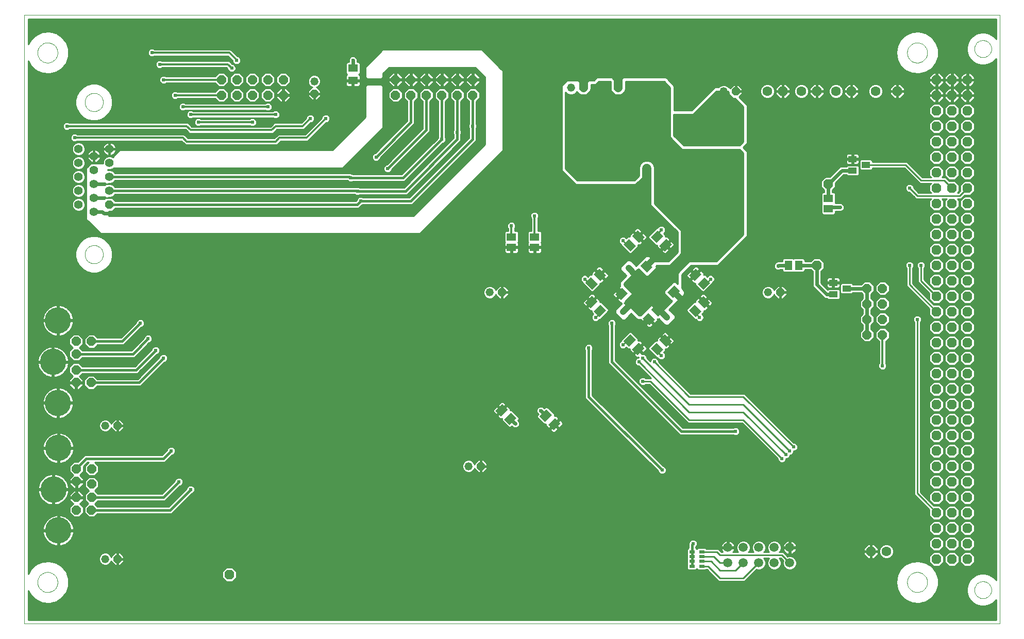
<source format=gbl>
G75*
G70*
%OFA0B0*%
%FSLAX24Y24*%
%IPPOS*%
%LPD*%
%AMOC8*
5,1,8,0,0,1.08239X$1,22.5*
%
%ADD10R,0.0512X0.0630*%
%ADD11OC8,0.0600*%
%ADD12C,0.0000*%
%ADD13C,0.0554*%
%ADD14OC8,0.0554*%
%ADD15OC8,0.0630*%
%ADD16C,0.0630*%
%ADD17R,0.0630X0.0394*%
%ADD18R,0.2441X0.2126*%
%ADD19OC8,0.0520*%
%ADD20C,0.0520*%
%ADD21C,0.0594*%
%ADD22C,0.1699*%
%ADD23OC8,0.0594*%
%ADD24R,0.0354X0.0197*%
%ADD25R,0.0551X0.0394*%
%ADD26R,0.0512X0.0591*%
%ADD27R,0.0591X0.0512*%
%ADD28R,0.0630X0.0512*%
%ADD29C,0.0100*%
%ADD30C,0.0240*%
%ADD31C,0.0240*%
%ADD32C,0.0400*%
%ADD33C,0.0600*%
%ADD34C,0.0160*%
%ADD35C,0.0120*%
%ADD36C,0.0560*%
%ADD37C,0.0660*%
%ADD38C,0.0080*%
D10*
G36*
X035760Y021651D02*
X036122Y021289D01*
X035678Y020845D01*
X035316Y021207D01*
X035760Y021651D01*
G37*
G36*
X036317Y021094D02*
X036679Y020732D01*
X036235Y020288D01*
X035873Y020650D01*
X036317Y021094D01*
G37*
G36*
X038528Y020495D02*
X038166Y020857D01*
X038610Y021301D01*
X038972Y020939D01*
X038528Y020495D01*
G37*
G36*
X039085Y019938D02*
X038723Y020300D01*
X039167Y020744D01*
X039529Y020382D01*
X039085Y019938D01*
G37*
G36*
X044594Y025610D02*
X044956Y025248D01*
X044512Y024804D01*
X044150Y025166D01*
X044594Y025610D01*
G37*
G36*
X044037Y026167D02*
X044399Y025805D01*
X043955Y025361D01*
X043593Y025723D01*
X044037Y026167D01*
G37*
G36*
X045637Y027111D02*
X045275Y026749D01*
X044831Y027193D01*
X045193Y027555D01*
X045637Y027111D01*
G37*
G36*
X046193Y027668D02*
X045831Y027306D01*
X045387Y027750D01*
X045749Y028112D01*
X046193Y027668D01*
G37*
G36*
X046892Y029322D02*
X047254Y028960D01*
X046810Y028516D01*
X046448Y028878D01*
X046892Y029322D01*
G37*
G36*
X046335Y029879D02*
X046697Y029517D01*
X046253Y029073D01*
X045891Y029435D01*
X046335Y029879D01*
G37*
G36*
X044680Y030578D02*
X045042Y030940D01*
X045486Y030496D01*
X045124Y030134D01*
X044680Y030578D01*
G37*
G36*
X044124Y030021D02*
X044486Y030383D01*
X044930Y029939D01*
X044568Y029577D01*
X044124Y030021D01*
G37*
G36*
X043425Y028366D02*
X043063Y028728D01*
X043507Y029172D01*
X043869Y028810D01*
X043425Y028366D01*
G37*
G36*
X043982Y027809D02*
X043620Y028171D01*
X044064Y028615D01*
X044426Y028253D01*
X043982Y027809D01*
G37*
G36*
X042119Y028085D02*
X042481Y027723D01*
X042037Y027279D01*
X041675Y027641D01*
X042119Y028085D01*
G37*
G36*
X041562Y028642D02*
X041924Y028280D01*
X041480Y027836D01*
X041118Y028198D01*
X041562Y028642D01*
G37*
G36*
X041118Y029491D02*
X041480Y029853D01*
X041924Y029409D01*
X041562Y029047D01*
X041118Y029491D01*
G37*
G36*
X041675Y030048D02*
X042037Y030410D01*
X042481Y029966D01*
X042119Y029604D01*
X041675Y030048D01*
G37*
G36*
X044399Y031884D02*
X044037Y031522D01*
X043593Y031966D01*
X043955Y032328D01*
X044399Y031884D01*
G37*
G36*
X044956Y032440D02*
X044594Y032078D01*
X044150Y032522D01*
X044512Y032884D01*
X044956Y032440D01*
G37*
G36*
X045805Y032885D02*
X046167Y032523D01*
X045723Y032079D01*
X045361Y032441D01*
X045805Y032885D01*
G37*
G36*
X046362Y032328D02*
X046724Y031966D01*
X046280Y031522D01*
X045918Y031884D01*
X046362Y032328D01*
G37*
G36*
X048280Y030410D02*
X048642Y030048D01*
X048198Y029604D01*
X047836Y029966D01*
X048280Y030410D01*
G37*
G36*
X048837Y029853D02*
X049199Y029491D01*
X048755Y029047D01*
X048393Y029409D01*
X048837Y029853D01*
G37*
G36*
X048393Y028280D02*
X048755Y028642D01*
X049199Y028198D01*
X048837Y027836D01*
X048393Y028280D01*
G37*
G36*
X047836Y027723D02*
X048198Y028085D01*
X048642Y027641D01*
X048280Y027279D01*
X047836Y027723D01*
G37*
G36*
X046724Y025723D02*
X046362Y025361D01*
X045918Y025805D01*
X046280Y026167D01*
X046724Y025723D01*
G37*
G36*
X046167Y025166D02*
X045805Y024804D01*
X045361Y025248D01*
X045723Y025610D01*
X046167Y025166D01*
G37*
D11*
X059348Y026120D03*
X059348Y027120D03*
X059348Y028120D03*
X059348Y029120D03*
X060348Y029120D03*
X060348Y028120D03*
X060348Y027120D03*
X060348Y026120D03*
X033848Y041620D03*
X032848Y041620D03*
X032848Y042620D03*
X033848Y042620D03*
X031848Y042620D03*
X030848Y042620D03*
X029848Y042620D03*
X028848Y042620D03*
X028848Y041620D03*
X029848Y041620D03*
X030848Y041620D03*
X031848Y041620D03*
X021598Y041620D03*
X020598Y041620D03*
X020598Y042620D03*
X021598Y042620D03*
X019598Y042620D03*
X018598Y042620D03*
X017598Y042620D03*
X017598Y041620D03*
X018598Y041620D03*
X019598Y041620D03*
D12*
X004848Y046810D02*
X004848Y007430D01*
X067948Y007430D01*
X067948Y046810D01*
X004848Y046810D01*
X005698Y044370D02*
X005700Y044420D01*
X005706Y044470D01*
X005716Y044520D01*
X005729Y044568D01*
X005746Y044616D01*
X005767Y044662D01*
X005791Y044706D01*
X005819Y044748D01*
X005850Y044788D01*
X005884Y044825D01*
X005921Y044860D01*
X005960Y044891D01*
X006001Y044920D01*
X006045Y044945D01*
X006091Y044967D01*
X006138Y044985D01*
X006186Y044999D01*
X006235Y045010D01*
X006285Y045017D01*
X006335Y045020D01*
X006386Y045019D01*
X006436Y045014D01*
X006486Y045005D01*
X006534Y044993D01*
X006582Y044976D01*
X006628Y044956D01*
X006673Y044933D01*
X006716Y044906D01*
X006756Y044876D01*
X006794Y044843D01*
X006829Y044807D01*
X006862Y044768D01*
X006891Y044727D01*
X006917Y044684D01*
X006940Y044639D01*
X006959Y044592D01*
X006974Y044544D01*
X006986Y044495D01*
X006994Y044445D01*
X006998Y044395D01*
X006998Y044345D01*
X006994Y044295D01*
X006986Y044245D01*
X006974Y044196D01*
X006959Y044148D01*
X006940Y044101D01*
X006917Y044056D01*
X006891Y044013D01*
X006862Y043972D01*
X006829Y043933D01*
X006794Y043897D01*
X006756Y043864D01*
X006716Y043834D01*
X006673Y043807D01*
X006628Y043784D01*
X006582Y043764D01*
X006534Y043747D01*
X006486Y043735D01*
X006436Y043726D01*
X006386Y043721D01*
X006335Y043720D01*
X006285Y043723D01*
X006235Y043730D01*
X006186Y043741D01*
X006138Y043755D01*
X006091Y043773D01*
X006045Y043795D01*
X006001Y043820D01*
X005960Y043849D01*
X005921Y043880D01*
X005884Y043915D01*
X005850Y043952D01*
X005819Y043992D01*
X005791Y044034D01*
X005767Y044078D01*
X005746Y044124D01*
X005729Y044172D01*
X005716Y044220D01*
X005706Y044270D01*
X005700Y044320D01*
X005698Y044370D01*
X008757Y041166D02*
X008759Y041214D01*
X008765Y041262D01*
X008775Y041309D01*
X008788Y041355D01*
X008806Y041400D01*
X008826Y041444D01*
X008851Y041486D01*
X008879Y041525D01*
X008909Y041562D01*
X008943Y041596D01*
X008980Y041628D01*
X009018Y041657D01*
X009059Y041682D01*
X009102Y041704D01*
X009147Y041722D01*
X009193Y041736D01*
X009240Y041747D01*
X009288Y041754D01*
X009336Y041757D01*
X009384Y041756D01*
X009432Y041751D01*
X009480Y041742D01*
X009526Y041730D01*
X009571Y041713D01*
X009615Y041693D01*
X009657Y041670D01*
X009697Y041643D01*
X009735Y041613D01*
X009770Y041580D01*
X009802Y041544D01*
X009832Y041506D01*
X009858Y041465D01*
X009880Y041422D01*
X009900Y041378D01*
X009915Y041333D01*
X009927Y041286D01*
X009935Y041238D01*
X009939Y041190D01*
X009939Y041142D01*
X009935Y041094D01*
X009927Y041046D01*
X009915Y040999D01*
X009900Y040954D01*
X009880Y040910D01*
X009858Y040867D01*
X009832Y040826D01*
X009802Y040788D01*
X009770Y040752D01*
X009735Y040719D01*
X009697Y040689D01*
X009657Y040662D01*
X009615Y040639D01*
X009571Y040619D01*
X009526Y040602D01*
X009480Y040590D01*
X009432Y040581D01*
X009384Y040576D01*
X009336Y040575D01*
X009288Y040578D01*
X009240Y040585D01*
X009193Y040596D01*
X009147Y040610D01*
X009102Y040628D01*
X009059Y040650D01*
X009018Y040675D01*
X008980Y040704D01*
X008943Y040736D01*
X008909Y040770D01*
X008879Y040807D01*
X008851Y040846D01*
X008826Y040888D01*
X008806Y040932D01*
X008788Y040977D01*
X008775Y041023D01*
X008765Y041070D01*
X008759Y041118D01*
X008757Y041166D01*
X008757Y031323D02*
X008759Y031371D01*
X008765Y031419D01*
X008775Y031466D01*
X008788Y031512D01*
X008806Y031557D01*
X008826Y031601D01*
X008851Y031643D01*
X008879Y031682D01*
X008909Y031719D01*
X008943Y031753D01*
X008980Y031785D01*
X009018Y031814D01*
X009059Y031839D01*
X009102Y031861D01*
X009147Y031879D01*
X009193Y031893D01*
X009240Y031904D01*
X009288Y031911D01*
X009336Y031914D01*
X009384Y031913D01*
X009432Y031908D01*
X009480Y031899D01*
X009526Y031887D01*
X009571Y031870D01*
X009615Y031850D01*
X009657Y031827D01*
X009697Y031800D01*
X009735Y031770D01*
X009770Y031737D01*
X009802Y031701D01*
X009832Y031663D01*
X009858Y031622D01*
X009880Y031579D01*
X009900Y031535D01*
X009915Y031490D01*
X009927Y031443D01*
X009935Y031395D01*
X009939Y031347D01*
X009939Y031299D01*
X009935Y031251D01*
X009927Y031203D01*
X009915Y031156D01*
X009900Y031111D01*
X009880Y031067D01*
X009858Y031024D01*
X009832Y030983D01*
X009802Y030945D01*
X009770Y030909D01*
X009735Y030876D01*
X009697Y030846D01*
X009657Y030819D01*
X009615Y030796D01*
X009571Y030776D01*
X009526Y030759D01*
X009480Y030747D01*
X009432Y030738D01*
X009384Y030733D01*
X009336Y030732D01*
X009288Y030735D01*
X009240Y030742D01*
X009193Y030753D01*
X009147Y030767D01*
X009102Y030785D01*
X009059Y030807D01*
X009018Y030832D01*
X008980Y030861D01*
X008943Y030893D01*
X008909Y030927D01*
X008879Y030964D01*
X008851Y031003D01*
X008826Y031045D01*
X008806Y031089D01*
X008788Y031134D01*
X008775Y031180D01*
X008765Y031227D01*
X008759Y031275D01*
X008757Y031323D01*
X005698Y010120D02*
X005700Y010170D01*
X005706Y010220D01*
X005716Y010270D01*
X005729Y010318D01*
X005746Y010366D01*
X005767Y010412D01*
X005791Y010456D01*
X005819Y010498D01*
X005850Y010538D01*
X005884Y010575D01*
X005921Y010610D01*
X005960Y010641D01*
X006001Y010670D01*
X006045Y010695D01*
X006091Y010717D01*
X006138Y010735D01*
X006186Y010749D01*
X006235Y010760D01*
X006285Y010767D01*
X006335Y010770D01*
X006386Y010769D01*
X006436Y010764D01*
X006486Y010755D01*
X006534Y010743D01*
X006582Y010726D01*
X006628Y010706D01*
X006673Y010683D01*
X006716Y010656D01*
X006756Y010626D01*
X006794Y010593D01*
X006829Y010557D01*
X006862Y010518D01*
X006891Y010477D01*
X006917Y010434D01*
X006940Y010389D01*
X006959Y010342D01*
X006974Y010294D01*
X006986Y010245D01*
X006994Y010195D01*
X006998Y010145D01*
X006998Y010095D01*
X006994Y010045D01*
X006986Y009995D01*
X006974Y009946D01*
X006959Y009898D01*
X006940Y009851D01*
X006917Y009806D01*
X006891Y009763D01*
X006862Y009722D01*
X006829Y009683D01*
X006794Y009647D01*
X006756Y009614D01*
X006716Y009584D01*
X006673Y009557D01*
X006628Y009534D01*
X006582Y009514D01*
X006534Y009497D01*
X006486Y009485D01*
X006436Y009476D01*
X006386Y009471D01*
X006335Y009470D01*
X006285Y009473D01*
X006235Y009480D01*
X006186Y009491D01*
X006138Y009505D01*
X006091Y009523D01*
X006045Y009545D01*
X006001Y009570D01*
X005960Y009599D01*
X005921Y009630D01*
X005884Y009665D01*
X005850Y009702D01*
X005819Y009742D01*
X005791Y009784D01*
X005767Y009828D01*
X005746Y009874D01*
X005729Y009922D01*
X005716Y009970D01*
X005706Y010020D01*
X005700Y010070D01*
X005698Y010120D01*
X061948Y010120D02*
X061950Y010170D01*
X061956Y010220D01*
X061966Y010270D01*
X061979Y010318D01*
X061996Y010366D01*
X062017Y010412D01*
X062041Y010456D01*
X062069Y010498D01*
X062100Y010538D01*
X062134Y010575D01*
X062171Y010610D01*
X062210Y010641D01*
X062251Y010670D01*
X062295Y010695D01*
X062341Y010717D01*
X062388Y010735D01*
X062436Y010749D01*
X062485Y010760D01*
X062535Y010767D01*
X062585Y010770D01*
X062636Y010769D01*
X062686Y010764D01*
X062736Y010755D01*
X062784Y010743D01*
X062832Y010726D01*
X062878Y010706D01*
X062923Y010683D01*
X062966Y010656D01*
X063006Y010626D01*
X063044Y010593D01*
X063079Y010557D01*
X063112Y010518D01*
X063141Y010477D01*
X063167Y010434D01*
X063190Y010389D01*
X063209Y010342D01*
X063224Y010294D01*
X063236Y010245D01*
X063244Y010195D01*
X063248Y010145D01*
X063248Y010095D01*
X063244Y010045D01*
X063236Y009995D01*
X063224Y009946D01*
X063209Y009898D01*
X063190Y009851D01*
X063167Y009806D01*
X063141Y009763D01*
X063112Y009722D01*
X063079Y009683D01*
X063044Y009647D01*
X063006Y009614D01*
X062966Y009584D01*
X062923Y009557D01*
X062878Y009534D01*
X062832Y009514D01*
X062784Y009497D01*
X062736Y009485D01*
X062686Y009476D01*
X062636Y009471D01*
X062585Y009470D01*
X062535Y009473D01*
X062485Y009480D01*
X062436Y009491D01*
X062388Y009505D01*
X062341Y009523D01*
X062295Y009545D01*
X062251Y009570D01*
X062210Y009599D01*
X062171Y009630D01*
X062134Y009665D01*
X062100Y009702D01*
X062069Y009742D01*
X062041Y009784D01*
X062017Y009828D01*
X061996Y009874D01*
X061979Y009922D01*
X061966Y009970D01*
X061956Y010020D01*
X061950Y010070D01*
X061948Y010120D01*
X066298Y009620D02*
X066300Y009667D01*
X066306Y009713D01*
X066316Y009759D01*
X066329Y009803D01*
X066347Y009847D01*
X066368Y009888D01*
X066392Y009928D01*
X066420Y009966D01*
X066451Y010001D01*
X066485Y010033D01*
X066521Y010062D01*
X066560Y010088D01*
X066600Y010111D01*
X066643Y010130D01*
X066687Y010146D01*
X066732Y010158D01*
X066778Y010166D01*
X066825Y010170D01*
X066871Y010170D01*
X066918Y010166D01*
X066964Y010158D01*
X067009Y010146D01*
X067053Y010130D01*
X067096Y010111D01*
X067136Y010088D01*
X067175Y010062D01*
X067211Y010033D01*
X067245Y010001D01*
X067276Y009966D01*
X067304Y009928D01*
X067328Y009888D01*
X067349Y009847D01*
X067367Y009803D01*
X067380Y009759D01*
X067390Y009713D01*
X067396Y009667D01*
X067398Y009620D01*
X067396Y009573D01*
X067390Y009527D01*
X067380Y009481D01*
X067367Y009437D01*
X067349Y009393D01*
X067328Y009352D01*
X067304Y009312D01*
X067276Y009274D01*
X067245Y009239D01*
X067211Y009207D01*
X067175Y009178D01*
X067136Y009152D01*
X067096Y009129D01*
X067053Y009110D01*
X067009Y009094D01*
X066964Y009082D01*
X066918Y009074D01*
X066871Y009070D01*
X066825Y009070D01*
X066778Y009074D01*
X066732Y009082D01*
X066687Y009094D01*
X066643Y009110D01*
X066600Y009129D01*
X066560Y009152D01*
X066521Y009178D01*
X066485Y009207D01*
X066451Y009239D01*
X066420Y009274D01*
X066392Y009312D01*
X066368Y009352D01*
X066347Y009393D01*
X066329Y009437D01*
X066316Y009481D01*
X066306Y009527D01*
X066300Y009573D01*
X066298Y009620D01*
X061948Y044370D02*
X061950Y044420D01*
X061956Y044470D01*
X061966Y044520D01*
X061979Y044568D01*
X061996Y044616D01*
X062017Y044662D01*
X062041Y044706D01*
X062069Y044748D01*
X062100Y044788D01*
X062134Y044825D01*
X062171Y044860D01*
X062210Y044891D01*
X062251Y044920D01*
X062295Y044945D01*
X062341Y044967D01*
X062388Y044985D01*
X062436Y044999D01*
X062485Y045010D01*
X062535Y045017D01*
X062585Y045020D01*
X062636Y045019D01*
X062686Y045014D01*
X062736Y045005D01*
X062784Y044993D01*
X062832Y044976D01*
X062878Y044956D01*
X062923Y044933D01*
X062966Y044906D01*
X063006Y044876D01*
X063044Y044843D01*
X063079Y044807D01*
X063112Y044768D01*
X063141Y044727D01*
X063167Y044684D01*
X063190Y044639D01*
X063209Y044592D01*
X063224Y044544D01*
X063236Y044495D01*
X063244Y044445D01*
X063248Y044395D01*
X063248Y044345D01*
X063244Y044295D01*
X063236Y044245D01*
X063224Y044196D01*
X063209Y044148D01*
X063190Y044101D01*
X063167Y044056D01*
X063141Y044013D01*
X063112Y043972D01*
X063079Y043933D01*
X063044Y043897D01*
X063006Y043864D01*
X062966Y043834D01*
X062923Y043807D01*
X062878Y043784D01*
X062832Y043764D01*
X062784Y043747D01*
X062736Y043735D01*
X062686Y043726D01*
X062636Y043721D01*
X062585Y043720D01*
X062535Y043723D01*
X062485Y043730D01*
X062436Y043741D01*
X062388Y043755D01*
X062341Y043773D01*
X062295Y043795D01*
X062251Y043820D01*
X062210Y043849D01*
X062171Y043880D01*
X062134Y043915D01*
X062100Y043952D01*
X062069Y043992D01*
X062041Y044034D01*
X062017Y044078D01*
X061996Y044124D01*
X061979Y044172D01*
X061966Y044220D01*
X061956Y044270D01*
X061950Y044320D01*
X061948Y044370D01*
X066298Y044620D02*
X066300Y044667D01*
X066306Y044713D01*
X066316Y044759D01*
X066329Y044803D01*
X066347Y044847D01*
X066368Y044888D01*
X066392Y044928D01*
X066420Y044966D01*
X066451Y045001D01*
X066485Y045033D01*
X066521Y045062D01*
X066560Y045088D01*
X066600Y045111D01*
X066643Y045130D01*
X066687Y045146D01*
X066732Y045158D01*
X066778Y045166D01*
X066825Y045170D01*
X066871Y045170D01*
X066918Y045166D01*
X066964Y045158D01*
X067009Y045146D01*
X067053Y045130D01*
X067096Y045111D01*
X067136Y045088D01*
X067175Y045062D01*
X067211Y045033D01*
X067245Y045001D01*
X067276Y044966D01*
X067304Y044928D01*
X067328Y044888D01*
X067349Y044847D01*
X067367Y044803D01*
X067380Y044759D01*
X067390Y044713D01*
X067396Y044667D01*
X067398Y044620D01*
X067396Y044573D01*
X067390Y044527D01*
X067380Y044481D01*
X067367Y044437D01*
X067349Y044393D01*
X067328Y044352D01*
X067304Y044312D01*
X067276Y044274D01*
X067245Y044239D01*
X067211Y044207D01*
X067175Y044178D01*
X067136Y044152D01*
X067096Y044129D01*
X067053Y044110D01*
X067009Y044094D01*
X066964Y044082D01*
X066918Y044074D01*
X066871Y044070D01*
X066825Y044070D01*
X066778Y044074D01*
X066732Y044082D01*
X066687Y044094D01*
X066643Y044110D01*
X066600Y044129D01*
X066560Y044152D01*
X066521Y044178D01*
X066485Y044207D01*
X066451Y044239D01*
X066420Y044274D01*
X066392Y044312D01*
X066368Y044352D01*
X066347Y044393D01*
X066329Y044437D01*
X066316Y044481D01*
X066306Y044527D01*
X066300Y044573D01*
X066298Y044620D01*
D13*
X010348Y038140D03*
X009348Y037690D03*
X010348Y037240D03*
X010348Y036340D03*
X009348Y035890D03*
X009348Y036790D03*
X008348Y036340D03*
X008348Y037240D03*
X008348Y038140D03*
X008348Y035440D03*
X008348Y034540D03*
X009348Y034090D03*
X009348Y034990D03*
X010348Y035440D03*
D14*
X010348Y034540D03*
D15*
X018098Y010620D03*
X042098Y040120D03*
X053898Y041870D03*
X056098Y041870D03*
X058348Y041870D03*
X061298Y041870D03*
X063848Y041620D03*
X063848Y042620D03*
X064848Y042620D03*
X064848Y041620D03*
X065848Y041620D03*
X065848Y040620D03*
X064848Y040620D03*
X064848Y039620D03*
X065848Y039620D03*
X065848Y038620D03*
X064848Y038620D03*
X063848Y038620D03*
X063848Y039620D03*
X063848Y040620D03*
X063848Y037620D03*
X064848Y037620D03*
X065848Y037620D03*
X065848Y036620D03*
X064848Y036620D03*
X063848Y036620D03*
X063848Y035620D03*
X064848Y035620D03*
X065848Y035620D03*
X065848Y034620D03*
X064848Y034620D03*
X063848Y034620D03*
X063848Y033620D03*
X063848Y032620D03*
X064848Y032620D03*
X064848Y033620D03*
X065848Y033620D03*
X065848Y032620D03*
X065848Y031620D03*
X064848Y031620D03*
X063848Y031620D03*
X063848Y030620D03*
X064848Y030620D03*
X065848Y030620D03*
X065848Y029620D03*
X064848Y029620D03*
X063848Y029620D03*
X063848Y028620D03*
X064848Y028620D03*
X065848Y028620D03*
X065848Y027620D03*
X064848Y027620D03*
X064848Y026620D03*
X065848Y026620D03*
X065848Y025620D03*
X064848Y025620D03*
X063848Y025620D03*
X063848Y026620D03*
X063848Y027620D03*
X063848Y024620D03*
X064848Y024620D03*
X065848Y024620D03*
X065848Y023620D03*
X064848Y023620D03*
X063848Y023620D03*
X063848Y022620D03*
X064848Y022620D03*
X065848Y022620D03*
X065848Y021620D03*
X064848Y021620D03*
X064848Y020620D03*
X065848Y020620D03*
X065848Y019620D03*
X064848Y019620D03*
X063848Y019620D03*
X063848Y020620D03*
X063848Y021620D03*
X063848Y018620D03*
X064848Y018620D03*
X065848Y018620D03*
X065848Y017620D03*
X064848Y017620D03*
X063848Y017620D03*
X063848Y016620D03*
X064848Y016620D03*
X065848Y016620D03*
X065848Y015620D03*
X064848Y015620D03*
X063848Y015620D03*
X063848Y014620D03*
X063848Y013620D03*
X064848Y013620D03*
X064848Y014620D03*
X065848Y014620D03*
X065848Y013620D03*
X065848Y012620D03*
X064848Y012620D03*
X063848Y012620D03*
X063848Y011620D03*
X064848Y011620D03*
X065848Y011620D03*
X059598Y012120D03*
X056098Y030620D03*
X056848Y035870D03*
D16*
X057348Y041870D03*
X055098Y041870D03*
X052898Y041870D03*
X059898Y041870D03*
X065848Y042620D03*
X060598Y012120D03*
D17*
X048238Y039847D03*
X048238Y041642D03*
D18*
X045364Y040745D03*
D19*
X043248Y042120D03*
X040998Y042120D03*
X045098Y036870D03*
X050873Y041870D03*
X053748Y028870D03*
X035748Y028870D03*
X034373Y017620D03*
X010873Y020245D03*
X010873Y011620D03*
X023598Y041720D03*
D20*
X023598Y042520D03*
X040198Y042120D03*
X042448Y042120D03*
X044298Y036870D03*
X050073Y041870D03*
X052948Y028870D03*
X034948Y028870D03*
X033573Y017620D03*
X010073Y020245D03*
X010073Y011620D03*
D21*
X050348Y011370D03*
X050348Y012370D03*
X051348Y012370D03*
X052348Y012370D03*
X053348Y012370D03*
X054348Y012370D03*
X054348Y011370D03*
X053348Y011370D03*
X052348Y011370D03*
X051348Y011370D03*
D22*
X007038Y013462D03*
X006723Y016120D03*
X007038Y018797D03*
X007018Y021712D03*
X006703Y024370D03*
X007018Y027047D03*
D23*
X008199Y025708D03*
X009184Y025708D03*
X008199Y024881D03*
X008199Y023858D03*
X008199Y023031D03*
X009164Y023031D03*
X009203Y017458D03*
X008219Y017458D03*
X008219Y016631D03*
X009203Y016474D03*
X009203Y015608D03*
X009184Y014781D03*
X008219Y014781D03*
X008219Y015608D03*
D24*
X048033Y012092D03*
X048033Y011777D03*
X048033Y011462D03*
X048033Y011147D03*
X048663Y011147D03*
X048663Y011462D03*
X048663Y011777D03*
X048663Y012092D03*
D25*
X057165Y028746D03*
X057165Y029494D03*
X058031Y029120D03*
X058415Y036746D03*
X059281Y037120D03*
X058415Y037494D03*
D26*
X054933Y030620D03*
X054263Y030620D03*
D27*
X056848Y034285D03*
X056848Y034954D03*
X037848Y032454D03*
X037848Y031785D03*
X036348Y031785D03*
X036348Y032454D03*
D28*
X026098Y042576D03*
X026098Y043363D03*
D29*
X026563Y043391D02*
X026898Y043391D01*
X026898Y043452D02*
X026898Y043287D01*
X026898Y042787D01*
X027015Y042670D01*
X027181Y042670D01*
X027931Y042670D01*
X028048Y042787D01*
X028048Y042952D01*
X028048Y043037D01*
X028431Y043420D01*
X034015Y043420D01*
X034648Y042787D01*
X034648Y038452D01*
X030015Y033819D01*
X010295Y033819D01*
X010291Y034113D01*
X010525Y034113D01*
X010722Y034310D01*
X026273Y034310D01*
X026464Y034310D01*
X026654Y034501D01*
X026748Y034540D01*
X029753Y034540D01*
X029943Y034540D01*
X033943Y038540D01*
X034078Y038674D01*
X034078Y039469D01*
X034118Y039566D01*
X034118Y039673D01*
X034078Y039770D01*
X034078Y041213D01*
X034298Y041433D01*
X034298Y041806D01*
X034034Y042069D01*
X033661Y042069D01*
X033398Y041806D01*
X033398Y041433D01*
X033618Y041213D01*
X033618Y039770D01*
X033578Y039673D01*
X033578Y039566D01*
X033618Y039469D01*
X033618Y038865D01*
X029753Y034999D01*
X026748Y034999D01*
X026652Y035039D01*
X026544Y035039D01*
X026445Y034998D01*
X026369Y034922D01*
X026329Y034826D01*
X026273Y034770D01*
X010722Y034770D01*
X010525Y034967D01*
X010278Y034967D01*
X010277Y035013D01*
X010433Y035013D01*
X010590Y035078D01*
X010710Y035198D01*
X010715Y035210D01*
X026225Y035210D01*
X026245Y035191D01*
X026344Y035150D01*
X026452Y035150D01*
X026548Y035190D01*
X029403Y035190D01*
X029593Y035190D01*
X032943Y038540D01*
X033078Y038674D01*
X033078Y039069D01*
X033118Y039166D01*
X033118Y039273D01*
X033078Y039370D01*
X033078Y041213D01*
X033298Y041433D01*
X033298Y041806D01*
X033034Y042069D01*
X032661Y042069D01*
X032398Y041806D01*
X032398Y041433D01*
X032618Y041213D01*
X032618Y039370D01*
X032578Y039273D01*
X032578Y039166D01*
X032618Y039069D01*
X032618Y038865D01*
X029403Y035649D01*
X026548Y035649D01*
X026452Y035689D01*
X026344Y035689D01*
X026297Y035670D01*
X026282Y035670D01*
X010715Y035670D01*
X010710Y035682D01*
X010590Y035802D01*
X010433Y035867D01*
X010265Y035867D01*
X010264Y035913D01*
X010433Y035913D01*
X010590Y035978D01*
X010710Y036098D01*
X010715Y036110D01*
X025725Y036110D01*
X025795Y036041D01*
X025894Y036000D01*
X026002Y036000D01*
X026098Y036040D01*
X029253Y036040D01*
X029443Y036040D01*
X031904Y038501D01*
X032001Y038541D01*
X032077Y038617D01*
X032118Y038716D01*
X032118Y038823D01*
X032078Y038920D01*
X032078Y041213D01*
X032298Y041433D01*
X032298Y041806D01*
X032034Y042069D01*
X031661Y042069D01*
X031398Y041806D01*
X031398Y041433D01*
X031618Y041213D01*
X031618Y038920D01*
X031579Y038826D01*
X029253Y036499D01*
X026098Y036499D01*
X026004Y036538D01*
X025972Y036570D01*
X025782Y036570D01*
X010715Y036570D01*
X010710Y036582D01*
X010590Y036702D01*
X010433Y036767D01*
X010263Y036767D01*
X010252Y036763D01*
X010251Y036818D01*
X010263Y036813D01*
X010433Y036813D01*
X010590Y036878D01*
X010631Y036920D01*
X025265Y036920D01*
X025431Y036920D01*
X027931Y039420D01*
X028048Y039537D01*
X028048Y042037D01*
X028048Y042202D01*
X027931Y042319D01*
X027181Y042319D01*
X027015Y042319D01*
X026898Y042202D01*
X026898Y040202D01*
X024765Y038069D01*
X011181Y038069D01*
X011015Y038069D01*
X010769Y038069D01*
X010764Y038040D02*
X010774Y038102D01*
X010387Y038102D01*
X010387Y038179D01*
X010774Y038179D01*
X010764Y038240D01*
X010744Y038304D01*
X010713Y038364D01*
X010674Y038418D01*
X010626Y038466D01*
X010572Y038506D01*
X010512Y038536D01*
X010448Y038557D01*
X010386Y038566D01*
X010386Y038179D01*
X010309Y038179D01*
X010309Y038566D01*
X010248Y038557D01*
X010184Y038536D01*
X010124Y038506D01*
X010070Y038466D01*
X010022Y038418D01*
X009983Y038364D01*
X009952Y038304D01*
X009931Y038240D01*
X009921Y038179D01*
X010309Y038179D01*
X010309Y038102D01*
X009921Y038102D01*
X009931Y038040D01*
X009952Y037976D01*
X009983Y037916D01*
X010022Y037862D01*
X010070Y037814D01*
X010124Y037775D01*
X010184Y037744D01*
X010248Y037724D01*
X010309Y037714D01*
X010309Y038101D01*
X010386Y038101D01*
X010386Y037714D01*
X010448Y037724D01*
X010512Y037744D01*
X010572Y037775D01*
X010626Y037814D01*
X010674Y037862D01*
X010713Y037916D01*
X010744Y037976D01*
X010764Y038040D01*
X010741Y037971D02*
X010916Y037971D01*
X010818Y037872D02*
X010681Y037872D01*
X010719Y037774D02*
X010570Y037774D01*
X010621Y037675D02*
X009387Y037675D01*
X009387Y037652D02*
X009387Y037729D01*
X009774Y037729D01*
X009764Y037790D01*
X009744Y037854D01*
X009713Y037914D01*
X009674Y037968D01*
X009626Y038016D01*
X009572Y038056D01*
X009512Y038086D01*
X009448Y038107D01*
X009386Y038116D01*
X009386Y037729D01*
X009309Y037729D01*
X009309Y038116D01*
X009248Y038107D01*
X009184Y038086D01*
X009124Y038056D01*
X009070Y038016D01*
X009022Y037968D01*
X008983Y037914D01*
X008952Y037854D01*
X008931Y037790D01*
X008921Y037729D01*
X009309Y037729D01*
X009309Y037652D01*
X008921Y037652D01*
X008931Y037590D01*
X008952Y037526D01*
X008983Y037466D01*
X009022Y037412D01*
X009070Y037364D01*
X009124Y037325D01*
X009184Y037294D01*
X009248Y037274D01*
X009309Y037264D01*
X009309Y037651D01*
X009386Y037651D01*
X009386Y037264D01*
X009448Y037274D01*
X009512Y037294D01*
X009572Y037325D01*
X009626Y037364D01*
X009674Y037412D01*
X009713Y037466D01*
X009744Y037526D01*
X009764Y037590D01*
X009774Y037652D01*
X009387Y037652D01*
X009386Y037577D02*
X009309Y037577D01*
X009309Y037675D02*
X005098Y037675D01*
X005098Y037577D02*
X008080Y037577D01*
X008106Y037602D02*
X007986Y037482D01*
X007921Y037325D01*
X007921Y037155D01*
X007986Y036998D01*
X008106Y036878D01*
X008263Y036813D01*
X008433Y036813D01*
X008590Y036878D01*
X008710Y036998D01*
X008775Y037155D01*
X008775Y037325D01*
X008710Y037482D01*
X008590Y037602D01*
X008433Y037667D01*
X008263Y037667D01*
X008106Y037602D01*
X008116Y037774D02*
X005098Y037774D01*
X005098Y037872D02*
X008012Y037872D01*
X007986Y037898D02*
X008106Y037778D01*
X008263Y037713D01*
X008433Y037713D01*
X008590Y037778D01*
X008710Y037898D01*
X008775Y038055D01*
X008775Y038225D01*
X008710Y038382D01*
X008590Y038502D01*
X008433Y038567D01*
X008263Y038567D01*
X008106Y038502D01*
X007986Y038382D01*
X007921Y038225D01*
X007921Y038055D01*
X007986Y037898D01*
X007956Y037971D02*
X005098Y037971D01*
X005098Y038069D02*
X007921Y038069D01*
X007921Y038168D02*
X005098Y038168D01*
X005098Y038266D02*
X007938Y038266D01*
X007979Y038365D02*
X005098Y038365D01*
X005098Y038464D02*
X008067Y038464D01*
X008044Y038600D02*
X008152Y038600D01*
X008251Y038641D01*
X008270Y038660D01*
X015011Y038660D01*
X015138Y038533D01*
X015261Y038410D01*
X021011Y038410D01*
X021185Y038410D01*
X021435Y038660D01*
X023011Y038660D01*
X023185Y038660D01*
X024375Y039850D01*
X024402Y039850D01*
X024501Y039891D01*
X024577Y039967D01*
X024618Y040066D01*
X024618Y040173D01*
X024577Y040272D01*
X024501Y040348D01*
X024402Y040389D01*
X024294Y040389D01*
X024195Y040348D01*
X024119Y040272D01*
X024078Y040173D01*
X024078Y040146D01*
X023011Y039079D01*
X021261Y039079D01*
X021138Y038956D01*
X015308Y038956D01*
X015407Y038858D02*
X021039Y038858D01*
X021011Y038829D02*
X015435Y038829D01*
X015185Y039079D01*
X015011Y039079D01*
X008270Y039079D01*
X008251Y039098D01*
X008152Y039139D01*
X008044Y039139D01*
X007945Y039098D01*
X007869Y039022D01*
X007828Y038923D01*
X007828Y038816D01*
X007869Y038717D01*
X007945Y038641D01*
X008044Y038600D01*
X007925Y038661D02*
X005098Y038661D01*
X005098Y038759D02*
X007851Y038759D01*
X007828Y038858D02*
X005098Y038858D01*
X005098Y038956D02*
X007842Y038956D01*
X007901Y039055D02*
X005098Y039055D01*
X005098Y039153D02*
X023085Y039153D01*
X023183Y039252D02*
X021027Y039252D01*
X020935Y039160D02*
X021185Y039410D01*
X022935Y039410D01*
X023058Y039533D01*
X023375Y039850D01*
X023402Y039850D01*
X023501Y039891D01*
X023577Y039967D01*
X023618Y040066D01*
X023618Y040173D01*
X023577Y040272D01*
X023501Y040348D01*
X023402Y040389D01*
X023294Y040389D01*
X023195Y040348D01*
X023119Y040272D01*
X023078Y040173D01*
X023078Y040146D01*
X022761Y039829D01*
X021011Y039829D01*
X020888Y039706D01*
X020761Y039579D01*
X015685Y039579D01*
X015435Y039829D01*
X015261Y039829D01*
X007770Y039829D01*
X007751Y039848D01*
X007652Y039889D01*
X007544Y039889D01*
X007445Y039848D01*
X007369Y039772D01*
X007328Y039673D01*
X007328Y039566D01*
X007369Y039467D01*
X007445Y039391D01*
X007544Y039350D01*
X007652Y039350D01*
X007751Y039391D01*
X007770Y039410D01*
X015261Y039410D01*
X015388Y039283D01*
X015511Y039160D01*
X020761Y039160D01*
X020935Y039160D01*
X021126Y039350D02*
X023282Y039350D01*
X023380Y039449D02*
X022974Y039449D01*
X023073Y039548D02*
X023479Y039548D01*
X023577Y039646D02*
X023171Y039646D01*
X023270Y039745D02*
X023676Y039745D01*
X023775Y039843D02*
X023369Y039843D01*
X023552Y039942D02*
X023873Y039942D01*
X023972Y040040D02*
X023607Y040040D01*
X023618Y040139D02*
X024070Y040139D01*
X024104Y040237D02*
X023591Y040237D01*
X023513Y040336D02*
X024182Y040336D01*
X024513Y040336D02*
X026898Y040336D01*
X026898Y040434D02*
X021363Y040434D01*
X021368Y040423D02*
X021327Y040522D01*
X021251Y040598D01*
X021152Y040639D01*
X021044Y040639D01*
X020945Y040598D01*
X020926Y040579D01*
X015770Y040579D01*
X015751Y040598D01*
X015652Y040639D01*
X015544Y040639D01*
X015445Y040598D01*
X015369Y040522D01*
X015328Y040423D01*
X015328Y040316D01*
X015369Y040217D01*
X015445Y040141D01*
X015544Y040100D01*
X015652Y040100D01*
X015751Y040141D01*
X015770Y040160D01*
X020926Y040160D01*
X020945Y040141D01*
X021044Y040100D01*
X021152Y040100D01*
X021251Y040141D01*
X021327Y040217D01*
X021368Y040316D01*
X021368Y040423D01*
X021368Y040336D02*
X023182Y040336D01*
X023104Y040237D02*
X021335Y040237D01*
X021246Y040139D02*
X023070Y040139D01*
X022972Y040040D02*
X019809Y040040D01*
X019827Y040022D02*
X019751Y040098D01*
X019652Y040139D01*
X019544Y040139D01*
X019445Y040098D01*
X019426Y040079D01*
X016270Y040079D01*
X016251Y040098D01*
X016152Y040139D01*
X016044Y040139D01*
X015945Y040098D01*
X015869Y040022D01*
X015828Y039923D01*
X015828Y039816D01*
X015869Y039717D01*
X015945Y039641D01*
X016044Y039600D01*
X016152Y039600D01*
X016251Y039641D01*
X016270Y039660D01*
X019426Y039660D01*
X019445Y039641D01*
X019544Y039600D01*
X019652Y039600D01*
X019751Y039641D01*
X019827Y039717D01*
X019868Y039816D01*
X019868Y039923D01*
X019827Y040022D01*
X019860Y039942D02*
X022873Y039942D01*
X022775Y039843D02*
X019868Y039843D01*
X019838Y039745D02*
X020926Y039745D01*
X020827Y039646D02*
X019756Y039646D01*
X019439Y039646D02*
X016256Y039646D01*
X015939Y039646D02*
X015618Y039646D01*
X015520Y039745D02*
X015857Y039745D01*
X015828Y039843D02*
X007756Y039843D01*
X007440Y039843D02*
X005098Y039843D01*
X005098Y039745D02*
X007357Y039745D01*
X007328Y039646D02*
X005098Y039646D01*
X005098Y039548D02*
X007335Y039548D01*
X007387Y039449D02*
X005098Y039449D01*
X005098Y039350D02*
X007542Y039350D01*
X007654Y039350D02*
X015320Y039350D01*
X015418Y039252D02*
X005098Y039252D01*
X005098Y039942D02*
X015836Y039942D01*
X015887Y040040D02*
X009784Y040040D01*
X009811Y040048D02*
X010085Y040206D01*
X010308Y040429D01*
X010466Y040703D01*
X010548Y041008D01*
X010548Y041324D01*
X010466Y041629D01*
X010308Y041903D01*
X010085Y042126D01*
X009811Y042284D01*
X009506Y042366D01*
X009190Y042366D01*
X008885Y042284D01*
X008611Y042126D01*
X008388Y041903D01*
X008230Y041629D01*
X008148Y041324D01*
X008148Y041008D01*
X008230Y040703D01*
X008388Y040429D01*
X008611Y040206D01*
X008885Y040048D01*
X009190Y039966D01*
X009506Y039966D01*
X009811Y040048D01*
X009969Y040139D02*
X015449Y040139D01*
X015360Y040237D02*
X010116Y040237D01*
X010215Y040336D02*
X015328Y040336D01*
X015333Y040434D02*
X010311Y040434D01*
X010368Y040533D02*
X015380Y040533D01*
X015270Y040660D02*
X020426Y040660D01*
X020445Y040641D01*
X020544Y040600D01*
X020652Y040600D01*
X020751Y040641D01*
X020827Y040717D01*
X020868Y040816D01*
X020868Y040923D01*
X020827Y041022D01*
X020751Y041098D01*
X020652Y041139D01*
X020544Y041139D01*
X020445Y041098D01*
X020426Y041079D01*
X015270Y041079D01*
X015251Y041098D01*
X015152Y041139D01*
X015044Y041139D01*
X014945Y041098D01*
X014869Y041022D01*
X014828Y040923D01*
X014828Y040816D01*
X014869Y040717D01*
X014945Y040641D01*
X015044Y040600D01*
X015152Y040600D01*
X015251Y040641D01*
X015270Y040660D01*
X015229Y040632D02*
X015525Y040632D01*
X015671Y040632D02*
X020467Y040632D01*
X020729Y040632D02*
X021025Y040632D01*
X021171Y040632D02*
X026898Y040632D01*
X026898Y040730D02*
X020832Y040730D01*
X020868Y040829D02*
X026898Y040829D01*
X026898Y040927D02*
X020866Y040927D01*
X020823Y041026D02*
X026898Y041026D01*
X026898Y041124D02*
X020688Y041124D01*
X020784Y041170D02*
X021048Y041433D01*
X021048Y041806D01*
X020784Y042069D01*
X020411Y042069D01*
X020148Y041806D01*
X020148Y041433D01*
X020411Y041170D01*
X020784Y041170D01*
X020838Y041223D02*
X021358Y041223D01*
X021411Y041170D02*
X021548Y041170D01*
X021548Y041569D01*
X021648Y041569D01*
X021648Y041170D01*
X021784Y041170D01*
X022048Y041433D01*
X022048Y041570D01*
X021648Y041570D01*
X021648Y041669D01*
X022048Y041669D01*
X022048Y041806D01*
X021784Y042069D01*
X021648Y042069D01*
X021648Y041670D01*
X021548Y041670D01*
X021548Y042069D01*
X021411Y042069D01*
X021148Y041806D01*
X021148Y041669D01*
X021548Y041669D01*
X021548Y041570D01*
X021148Y041570D01*
X021148Y041433D01*
X021411Y041170D01*
X021548Y041223D02*
X021648Y041223D01*
X021648Y041321D02*
X021548Y041321D01*
X021548Y041420D02*
X021648Y041420D01*
X021648Y041518D02*
X021548Y041518D01*
X021548Y041617D02*
X021048Y041617D01*
X021048Y041716D02*
X021148Y041716D01*
X021156Y041814D02*
X021040Y041814D01*
X020941Y041913D02*
X021255Y041913D01*
X021353Y042011D02*
X020843Y042011D01*
X020784Y042170D02*
X021048Y042433D01*
X021048Y042806D01*
X020784Y043069D01*
X020411Y043069D01*
X020148Y042806D01*
X020148Y042433D01*
X020411Y042170D01*
X020784Y042170D01*
X020823Y042208D02*
X021373Y042208D01*
X021411Y042170D02*
X021784Y042170D01*
X022048Y042433D01*
X022048Y042806D01*
X021784Y043069D01*
X021411Y043069D01*
X021148Y042806D01*
X021148Y042433D01*
X021411Y042170D01*
X021274Y042307D02*
X020921Y042307D01*
X021020Y042405D02*
X021176Y042405D01*
X021148Y042504D02*
X021048Y042504D01*
X021048Y042602D02*
X021148Y042602D01*
X021148Y042701D02*
X021048Y042701D01*
X021048Y042799D02*
X021148Y042799D01*
X021240Y042898D02*
X020956Y042898D01*
X020857Y042997D02*
X021339Y042997D01*
X021857Y042997D02*
X025681Y042997D01*
X025713Y042965D02*
X025691Y042952D01*
X025663Y042924D01*
X025643Y042890D01*
X025633Y042851D01*
X025633Y042626D01*
X026048Y042626D01*
X026048Y042526D01*
X025633Y042526D01*
X025633Y042300D01*
X025643Y042262D01*
X025663Y042228D01*
X025691Y042200D01*
X025725Y042180D01*
X025763Y042170D01*
X026048Y042170D01*
X026048Y042526D01*
X026148Y042526D01*
X026148Y042626D01*
X026563Y042626D01*
X026563Y042851D01*
X026553Y042890D01*
X026533Y042924D01*
X026505Y042952D01*
X026482Y042965D01*
X026563Y043045D01*
X026563Y043681D01*
X026475Y043769D01*
X026368Y043769D01*
X026368Y043816D01*
X026368Y043923D01*
X026327Y044022D01*
X026251Y044098D01*
X026152Y044139D01*
X026044Y044139D01*
X025945Y044098D01*
X025869Y044022D01*
X025828Y043923D01*
X025828Y043816D01*
X025828Y043769D01*
X025721Y043769D01*
X025633Y043681D01*
X025633Y043045D01*
X025713Y042965D01*
X025648Y042898D02*
X023755Y042898D01*
X023830Y042867D02*
X023679Y042929D01*
X023516Y042929D01*
X023366Y042867D01*
X023250Y042752D01*
X023188Y042601D01*
X023188Y042438D01*
X023250Y042287D01*
X023366Y042172D01*
X023468Y042129D01*
X023428Y042129D01*
X023188Y041889D01*
X023188Y041750D01*
X023568Y041750D01*
X023568Y041689D01*
X023628Y041689D01*
X023628Y041310D01*
X023768Y041310D01*
X024008Y041550D01*
X024008Y041689D01*
X023628Y041689D01*
X023628Y041750D01*
X024008Y041750D01*
X024008Y041889D01*
X023768Y042129D01*
X023728Y042129D01*
X023830Y042172D01*
X023945Y042287D01*
X024008Y042438D01*
X024008Y042601D01*
X023945Y042752D01*
X023830Y042867D01*
X023898Y042799D02*
X025633Y042799D01*
X025633Y042701D02*
X023966Y042701D01*
X024007Y042602D02*
X026048Y042602D01*
X026048Y042504D02*
X026148Y042504D01*
X026148Y042526D02*
X026148Y042170D01*
X026433Y042170D01*
X026471Y042180D01*
X026505Y042200D01*
X026533Y042228D01*
X026553Y042262D01*
X026563Y042300D01*
X026563Y042526D01*
X026148Y042526D01*
X026148Y042602D02*
X028798Y042602D01*
X028798Y042570D02*
X028398Y042570D01*
X028398Y042433D01*
X028661Y042170D01*
X028798Y042170D01*
X028798Y042569D01*
X028898Y042569D01*
X028898Y042170D01*
X029034Y042170D01*
X029298Y042433D01*
X029298Y042570D01*
X028898Y042570D01*
X028898Y042669D01*
X029298Y042669D01*
X029298Y042806D01*
X029034Y043069D01*
X028898Y043069D01*
X028898Y042670D01*
X028798Y042670D01*
X028798Y043069D01*
X028661Y043069D01*
X028398Y042806D01*
X028398Y042669D01*
X028798Y042669D01*
X028798Y042570D01*
X028798Y042504D02*
X028898Y042504D01*
X028898Y042602D02*
X029798Y042602D01*
X029798Y042570D02*
X029398Y042570D01*
X029398Y042433D01*
X029661Y042170D01*
X029798Y042170D01*
X029798Y042569D01*
X029898Y042569D01*
X029898Y042170D01*
X030034Y042170D01*
X030298Y042433D01*
X030298Y042570D01*
X029898Y042570D01*
X029898Y042669D01*
X030298Y042669D01*
X030298Y042806D01*
X030034Y043069D01*
X029898Y043069D01*
X029898Y042670D01*
X029798Y042670D01*
X029798Y043069D01*
X029661Y043069D01*
X029398Y042806D01*
X029398Y042669D01*
X029798Y042669D01*
X029798Y042570D01*
X029798Y042504D02*
X029898Y042504D01*
X029898Y042602D02*
X030798Y042602D01*
X030798Y042570D02*
X030398Y042570D01*
X030398Y042433D01*
X030661Y042170D01*
X030798Y042170D01*
X030798Y042569D01*
X030898Y042569D01*
X030898Y042170D01*
X031034Y042170D01*
X031298Y042433D01*
X031298Y042570D01*
X030898Y042570D01*
X030898Y042669D01*
X031298Y042669D01*
X031298Y042806D01*
X031034Y043069D01*
X030898Y043069D01*
X030898Y042670D01*
X030798Y042670D01*
X030798Y043069D01*
X030661Y043069D01*
X030398Y042806D01*
X030398Y042669D01*
X030798Y042669D01*
X030798Y042570D01*
X030798Y042504D02*
X030898Y042504D01*
X030898Y042602D02*
X031798Y042602D01*
X031798Y042570D02*
X031398Y042570D01*
X031398Y042433D01*
X031661Y042170D01*
X031798Y042170D01*
X031798Y042569D01*
X031898Y042569D01*
X031898Y042170D01*
X032034Y042170D01*
X032298Y042433D01*
X032298Y042570D01*
X031898Y042570D01*
X031898Y042669D01*
X032298Y042669D01*
X032298Y042806D01*
X032034Y043069D01*
X031898Y043069D01*
X031898Y042670D01*
X031798Y042670D01*
X031798Y043069D01*
X031661Y043069D01*
X031398Y042806D01*
X031398Y042669D01*
X031798Y042669D01*
X031798Y042570D01*
X031798Y042504D02*
X031898Y042504D01*
X031898Y042602D02*
X032798Y042602D01*
X032798Y042570D02*
X032398Y042570D01*
X032398Y042433D01*
X032661Y042170D01*
X032798Y042170D01*
X032798Y042569D01*
X032898Y042569D01*
X032898Y042170D01*
X033034Y042170D01*
X033298Y042433D01*
X033298Y042570D01*
X032898Y042570D01*
X032898Y042669D01*
X033298Y042669D01*
X033298Y042806D01*
X033034Y043069D01*
X032898Y043069D01*
X032898Y042670D01*
X032798Y042670D01*
X032798Y043069D01*
X032661Y043069D01*
X032398Y042806D01*
X032398Y042669D01*
X032798Y042669D01*
X032798Y042570D01*
X032798Y042504D02*
X032898Y042504D01*
X032898Y042602D02*
X033798Y042602D01*
X033798Y042570D02*
X033398Y042570D01*
X033398Y042433D01*
X033661Y042170D01*
X033798Y042170D01*
X033798Y042569D01*
X033898Y042569D01*
X033898Y042170D01*
X034034Y042170D01*
X034298Y042433D01*
X034298Y042570D01*
X033898Y042570D01*
X033898Y042669D01*
X034298Y042669D01*
X034298Y042806D01*
X034034Y043069D01*
X033898Y043069D01*
X033898Y042670D01*
X033798Y042670D01*
X033798Y043069D01*
X033661Y043069D01*
X033398Y042806D01*
X033398Y042669D01*
X033798Y042669D01*
X033798Y042570D01*
X033798Y042504D02*
X033898Y042504D01*
X033898Y042602D02*
X034648Y042602D01*
X034648Y042504D02*
X034298Y042504D01*
X034270Y042405D02*
X034648Y042405D01*
X034648Y042307D02*
X034171Y042307D01*
X034073Y042208D02*
X034648Y042208D01*
X034648Y042110D02*
X028048Y042110D01*
X028042Y042208D02*
X028623Y042208D01*
X028524Y042307D02*
X027943Y042307D01*
X028048Y042011D02*
X028603Y042011D01*
X028661Y042069D02*
X028398Y041806D01*
X028398Y041433D01*
X028661Y041170D01*
X029034Y041170D01*
X029298Y041433D01*
X029298Y041806D01*
X029034Y042069D01*
X028661Y042069D01*
X028798Y042208D02*
X028898Y042208D01*
X028898Y042307D02*
X028798Y042307D01*
X028798Y042405D02*
X028898Y042405D01*
X029073Y042208D02*
X029623Y042208D01*
X029524Y042307D02*
X029171Y042307D01*
X029270Y042405D02*
X029426Y042405D01*
X029398Y042504D02*
X029298Y042504D01*
X029298Y042701D02*
X029398Y042701D01*
X029398Y042799D02*
X029298Y042799D01*
X029206Y042898D02*
X029490Y042898D01*
X029589Y042997D02*
X029107Y042997D01*
X028898Y042997D02*
X028798Y042997D01*
X028798Y042898D02*
X028898Y042898D01*
X028898Y042799D02*
X028798Y042799D01*
X028798Y042701D02*
X028898Y042701D01*
X028589Y042997D02*
X028048Y042997D01*
X028048Y042898D02*
X028490Y042898D01*
X028398Y042799D02*
X028048Y042799D01*
X027962Y042701D02*
X028398Y042701D01*
X028398Y042504D02*
X026563Y042504D01*
X026563Y042405D02*
X028426Y042405D01*
X028505Y041913D02*
X028048Y041913D01*
X028048Y041814D02*
X028406Y041814D01*
X028398Y041716D02*
X028048Y041716D01*
X028048Y041617D02*
X028398Y041617D01*
X028398Y041518D02*
X028048Y041518D01*
X028048Y041420D02*
X028411Y041420D01*
X028510Y041321D02*
X028048Y041321D01*
X028048Y041223D02*
X028608Y041223D01*
X029088Y041223D02*
X029608Y041223D01*
X029618Y041213D02*
X029398Y041433D01*
X029398Y041806D01*
X029661Y042069D01*
X030034Y042069D01*
X030298Y041806D01*
X030298Y041433D01*
X030078Y041213D01*
X030078Y039774D01*
X029943Y039640D01*
X027867Y037563D01*
X027827Y037467D01*
X027751Y037391D01*
X027652Y037350D01*
X027544Y037350D01*
X027445Y037391D01*
X027369Y037467D01*
X027328Y037566D01*
X027328Y037673D01*
X027369Y037772D01*
X027445Y037848D01*
X027542Y037888D01*
X029618Y039965D01*
X029618Y041213D01*
X029618Y041124D02*
X028048Y041124D01*
X028048Y041026D02*
X029618Y041026D01*
X029618Y040927D02*
X028048Y040927D01*
X028048Y040829D02*
X029618Y040829D01*
X029618Y040730D02*
X028048Y040730D01*
X028048Y040632D02*
X029618Y040632D01*
X029618Y040533D02*
X028048Y040533D01*
X028048Y040434D02*
X029618Y040434D01*
X029618Y040336D02*
X028048Y040336D01*
X028048Y040237D02*
X029618Y040237D01*
X029618Y040139D02*
X028048Y040139D01*
X028048Y040040D02*
X029618Y040040D01*
X029595Y039942D02*
X028048Y039942D01*
X028048Y039843D02*
X029496Y039843D01*
X029398Y039745D02*
X028048Y039745D01*
X028048Y039646D02*
X029299Y039646D01*
X029201Y039548D02*
X028048Y039548D01*
X027960Y039449D02*
X029102Y039449D01*
X029004Y039350D02*
X027862Y039350D01*
X027931Y039420D02*
X027931Y039420D01*
X027763Y039252D02*
X028905Y039252D01*
X028807Y039153D02*
X027665Y039153D01*
X027566Y039055D02*
X028708Y039055D01*
X028609Y038956D02*
X027467Y038956D01*
X027369Y038858D02*
X028511Y038858D01*
X028412Y038759D02*
X027270Y038759D01*
X027172Y038661D02*
X028314Y038661D01*
X028215Y038562D02*
X027073Y038562D01*
X026975Y038464D02*
X028117Y038464D01*
X028018Y038365D02*
X026876Y038365D01*
X026778Y038266D02*
X027920Y038266D01*
X027821Y038168D02*
X026679Y038168D01*
X026581Y038069D02*
X027723Y038069D01*
X027624Y037971D02*
X026482Y037971D01*
X026383Y037872D02*
X027503Y037872D01*
X027370Y037774D02*
X026285Y037774D01*
X026186Y037675D02*
X027329Y037675D01*
X027328Y037577D02*
X026088Y037577D01*
X025989Y037478D02*
X027364Y037478D01*
X027471Y037380D02*
X025891Y037380D01*
X025792Y037281D02*
X028434Y037281D01*
X028336Y037183D02*
X025694Y037183D01*
X025595Y037084D02*
X028181Y037084D01*
X028195Y037098D02*
X028119Y037022D01*
X028078Y036923D01*
X028078Y036816D01*
X028119Y036717D01*
X028195Y036641D01*
X028294Y036600D01*
X028402Y036600D01*
X028501Y036641D01*
X028577Y036717D01*
X028617Y036813D01*
X030943Y039140D01*
X031078Y039274D01*
X031078Y041213D01*
X031298Y041433D01*
X031298Y041806D01*
X031034Y042069D01*
X030661Y042069D01*
X030398Y041806D01*
X030398Y041433D01*
X030618Y041213D01*
X030618Y039465D01*
X028292Y037138D01*
X028195Y037098D01*
X028104Y036985D02*
X025497Y036985D01*
X025737Y036099D02*
X010710Y036099D01*
X010612Y036000D02*
X025893Y036000D01*
X026003Y036000D02*
X029753Y036000D01*
X029655Y035901D02*
X010264Y035901D01*
X010027Y035890D02*
X010577Y035890D01*
X010588Y035803D02*
X029556Y035803D01*
X029458Y035704D02*
X010688Y035704D01*
X010625Y035113D02*
X029866Y035113D01*
X029768Y035015D02*
X026712Y035015D01*
X026484Y035015D02*
X010437Y035015D01*
X010576Y034916D02*
X026366Y034916D01*
X026321Y034817D02*
X010675Y034817D01*
X010727Y034990D02*
X010019Y034990D01*
X010638Y034226D02*
X030422Y034226D01*
X030520Y034325D02*
X026478Y034325D01*
X026577Y034423D02*
X030619Y034423D01*
X030717Y034522D02*
X026705Y034522D01*
X028146Y036690D02*
X010602Y036690D01*
X010701Y036591D02*
X029344Y036591D01*
X029443Y036690D02*
X028550Y036690D01*
X028606Y036788D02*
X029541Y036788D01*
X029640Y036887D02*
X028690Y036887D01*
X028789Y036985D02*
X029739Y036985D01*
X029837Y037084D02*
X028888Y037084D01*
X028986Y037183D02*
X029936Y037183D01*
X030034Y037281D02*
X029085Y037281D01*
X029183Y037380D02*
X030133Y037380D01*
X030231Y037478D02*
X029282Y037478D01*
X029380Y037577D02*
X030330Y037577D01*
X030428Y037675D02*
X029479Y037675D01*
X029577Y037774D02*
X030527Y037774D01*
X030625Y037872D02*
X029676Y037872D01*
X029774Y037971D02*
X030724Y037971D01*
X030823Y038069D02*
X029873Y038069D01*
X029971Y038168D02*
X030921Y038168D01*
X031020Y038266D02*
X030070Y038266D01*
X030169Y038365D02*
X031118Y038365D01*
X031217Y038464D02*
X030267Y038464D01*
X030366Y038562D02*
X031315Y038562D01*
X031414Y038661D02*
X030464Y038661D01*
X030563Y038759D02*
X031512Y038759D01*
X031592Y038858D02*
X030661Y038858D01*
X030760Y038956D02*
X031618Y038956D01*
X031618Y039055D02*
X030858Y039055D01*
X030957Y039153D02*
X031618Y039153D01*
X031618Y039252D02*
X031056Y039252D01*
X031078Y039350D02*
X031618Y039350D01*
X031618Y039449D02*
X031078Y039449D01*
X031078Y039548D02*
X031618Y039548D01*
X031618Y039646D02*
X031078Y039646D01*
X031078Y039745D02*
X031618Y039745D01*
X031618Y039843D02*
X031078Y039843D01*
X031078Y039942D02*
X031618Y039942D01*
X031618Y040040D02*
X031078Y040040D01*
X031078Y040139D02*
X031618Y040139D01*
X031618Y040237D02*
X031078Y040237D01*
X031078Y040336D02*
X031618Y040336D01*
X031618Y040434D02*
X031078Y040434D01*
X031078Y040533D02*
X031618Y040533D01*
X031618Y040632D02*
X031078Y040632D01*
X031078Y040730D02*
X031618Y040730D01*
X031618Y040829D02*
X031078Y040829D01*
X031078Y040927D02*
X031618Y040927D01*
X031618Y041026D02*
X031078Y041026D01*
X031078Y041124D02*
X031618Y041124D01*
X031608Y041223D02*
X031088Y041223D01*
X031186Y041321D02*
X031510Y041321D01*
X031411Y041420D02*
X031285Y041420D01*
X031298Y041518D02*
X031398Y041518D01*
X031398Y041617D02*
X031298Y041617D01*
X031298Y041716D02*
X031398Y041716D01*
X031406Y041814D02*
X031290Y041814D01*
X031191Y041913D02*
X031505Y041913D01*
X031603Y042011D02*
X031093Y042011D01*
X031073Y042208D02*
X031623Y042208D01*
X031524Y042307D02*
X031171Y042307D01*
X031270Y042405D02*
X031426Y042405D01*
X031398Y042504D02*
X031298Y042504D01*
X031298Y042701D02*
X031398Y042701D01*
X031398Y042799D02*
X031298Y042799D01*
X031206Y042898D02*
X031490Y042898D01*
X031589Y042997D02*
X031107Y042997D01*
X030898Y042997D02*
X030798Y042997D01*
X030798Y042898D02*
X030898Y042898D01*
X030898Y042799D02*
X030798Y042799D01*
X030798Y042701D02*
X030898Y042701D01*
X030898Y042405D02*
X030798Y042405D01*
X030798Y042307D02*
X030898Y042307D01*
X030898Y042208D02*
X030798Y042208D01*
X030623Y042208D02*
X030073Y042208D01*
X030171Y042307D02*
X030524Y042307D01*
X030426Y042405D02*
X030270Y042405D01*
X030298Y042504D02*
X030398Y042504D01*
X030398Y042701D02*
X030298Y042701D01*
X030298Y042799D02*
X030398Y042799D01*
X030490Y042898D02*
X030206Y042898D01*
X030107Y042997D02*
X030589Y042997D01*
X029898Y042997D02*
X029798Y042997D01*
X029798Y042898D02*
X029898Y042898D01*
X029898Y042799D02*
X029798Y042799D01*
X029798Y042701D02*
X029898Y042701D01*
X029898Y042405D02*
X029798Y042405D01*
X029798Y042307D02*
X029898Y042307D01*
X029898Y042208D02*
X029798Y042208D01*
X029603Y042011D02*
X029093Y042011D01*
X029191Y041913D02*
X029505Y041913D01*
X029406Y041814D02*
X029290Y041814D01*
X029298Y041716D02*
X029398Y041716D01*
X029398Y041617D02*
X029298Y041617D01*
X029298Y041518D02*
X029398Y041518D01*
X029411Y041420D02*
X029285Y041420D01*
X029186Y041321D02*
X029510Y041321D01*
X030088Y041223D02*
X030608Y041223D01*
X030618Y041124D02*
X030078Y041124D01*
X030078Y041026D02*
X030618Y041026D01*
X030618Y040927D02*
X030078Y040927D01*
X030078Y040829D02*
X030618Y040829D01*
X030618Y040730D02*
X030078Y040730D01*
X030078Y040632D02*
X030618Y040632D01*
X030618Y040533D02*
X030078Y040533D01*
X030078Y040434D02*
X030618Y040434D01*
X030618Y040336D02*
X030078Y040336D01*
X030078Y040237D02*
X030618Y040237D01*
X030618Y040139D02*
X030078Y040139D01*
X030078Y040040D02*
X030618Y040040D01*
X030618Y039942D02*
X030078Y039942D01*
X030078Y039843D02*
X030618Y039843D01*
X030618Y039745D02*
X030048Y039745D01*
X029950Y039646D02*
X030618Y039646D01*
X030618Y039548D02*
X029851Y039548D01*
X029753Y039449D02*
X030602Y039449D01*
X030504Y039350D02*
X029654Y039350D01*
X029555Y039252D02*
X030405Y039252D01*
X030307Y039153D02*
X029457Y039153D01*
X029358Y039055D02*
X030208Y039055D01*
X030109Y038956D02*
X029260Y038956D01*
X029161Y038858D02*
X030011Y038858D01*
X029912Y038759D02*
X029063Y038759D01*
X028964Y038661D02*
X029814Y038661D01*
X029715Y038562D02*
X028866Y038562D01*
X028767Y038464D02*
X029617Y038464D01*
X029518Y038365D02*
X028669Y038365D01*
X028570Y038266D02*
X029420Y038266D01*
X029321Y038168D02*
X028471Y038168D01*
X028373Y038069D02*
X029223Y038069D01*
X029124Y037971D02*
X028274Y037971D01*
X028176Y037872D02*
X029025Y037872D01*
X028927Y037774D02*
X028077Y037774D01*
X027979Y037675D02*
X028828Y037675D01*
X028730Y037577D02*
X027880Y037577D01*
X027831Y037478D02*
X028631Y037478D01*
X028533Y037380D02*
X027724Y037380D01*
X028078Y036887D02*
X010599Y036887D01*
X010251Y036788D02*
X028089Y036788D01*
X029502Y036099D02*
X029852Y036099D01*
X029950Y036197D02*
X029601Y036197D01*
X029699Y036296D02*
X030049Y036296D01*
X030147Y036394D02*
X029798Y036394D01*
X029896Y036493D02*
X030246Y036493D01*
X030344Y036591D02*
X029995Y036591D01*
X030093Y036690D02*
X030443Y036690D01*
X030541Y036788D02*
X030192Y036788D01*
X030290Y036887D02*
X030640Y036887D01*
X030739Y036985D02*
X030389Y036985D01*
X030488Y037084D02*
X030837Y037084D01*
X030936Y037183D02*
X030586Y037183D01*
X030685Y037281D02*
X031034Y037281D01*
X031133Y037380D02*
X030783Y037380D01*
X030882Y037478D02*
X031231Y037478D01*
X031330Y037577D02*
X030980Y037577D01*
X031079Y037675D02*
X031428Y037675D01*
X031527Y037774D02*
X031177Y037774D01*
X031276Y037872D02*
X031625Y037872D01*
X031724Y037971D02*
X031374Y037971D01*
X031473Y038069D02*
X031823Y038069D01*
X031921Y038168D02*
X031571Y038168D01*
X031670Y038266D02*
X032020Y038266D01*
X032118Y038365D02*
X031769Y038365D01*
X031867Y038464D02*
X032217Y038464D01*
X032315Y038562D02*
X032022Y038562D01*
X032095Y038661D02*
X032414Y038661D01*
X032512Y038759D02*
X032118Y038759D01*
X032104Y038858D02*
X032611Y038858D01*
X032618Y038956D02*
X032078Y038956D01*
X032078Y039055D02*
X032618Y039055D01*
X032583Y039153D02*
X032078Y039153D01*
X032078Y039252D02*
X032578Y039252D01*
X032610Y039350D02*
X032078Y039350D01*
X032078Y039449D02*
X032618Y039449D01*
X032618Y039548D02*
X032078Y039548D01*
X032078Y039646D02*
X032618Y039646D01*
X032618Y039745D02*
X032078Y039745D01*
X032078Y039843D02*
X032618Y039843D01*
X032618Y039942D02*
X032078Y039942D01*
X032078Y040040D02*
X032618Y040040D01*
X032618Y040139D02*
X032078Y040139D01*
X032078Y040237D02*
X032618Y040237D01*
X032618Y040336D02*
X032078Y040336D01*
X032078Y040434D02*
X032618Y040434D01*
X032618Y040533D02*
X032078Y040533D01*
X032078Y040632D02*
X032618Y040632D01*
X032618Y040730D02*
X032078Y040730D01*
X032078Y040829D02*
X032618Y040829D01*
X032618Y040927D02*
X032078Y040927D01*
X032078Y041026D02*
X032618Y041026D01*
X032618Y041124D02*
X032078Y041124D01*
X032088Y041223D02*
X032608Y041223D01*
X032510Y041321D02*
X032186Y041321D01*
X032285Y041420D02*
X032411Y041420D01*
X032398Y041518D02*
X032298Y041518D01*
X032298Y041617D02*
X032398Y041617D01*
X032398Y041716D02*
X032298Y041716D01*
X032290Y041814D02*
X032406Y041814D01*
X032505Y041913D02*
X032191Y041913D01*
X032093Y042011D02*
X032603Y042011D01*
X032623Y042208D02*
X032073Y042208D01*
X032171Y042307D02*
X032524Y042307D01*
X032426Y042405D02*
X032270Y042405D01*
X032298Y042504D02*
X032398Y042504D01*
X032398Y042701D02*
X032298Y042701D01*
X032298Y042799D02*
X032398Y042799D01*
X032490Y042898D02*
X032206Y042898D01*
X032107Y042997D02*
X032589Y042997D01*
X032798Y042997D02*
X032898Y042997D01*
X032898Y042898D02*
X032798Y042898D01*
X032798Y042799D02*
X032898Y042799D01*
X032898Y042701D02*
X032798Y042701D01*
X032798Y042405D02*
X032898Y042405D01*
X032898Y042307D02*
X032798Y042307D01*
X032798Y042208D02*
X032898Y042208D01*
X033073Y042208D02*
X033623Y042208D01*
X033524Y042307D02*
X033171Y042307D01*
X033270Y042405D02*
X033426Y042405D01*
X033398Y042504D02*
X033298Y042504D01*
X033298Y042701D02*
X033398Y042701D01*
X033398Y042799D02*
X033298Y042799D01*
X033206Y042898D02*
X033490Y042898D01*
X033589Y042997D02*
X033107Y042997D01*
X033798Y042997D02*
X033898Y042997D01*
X033898Y042898D02*
X033798Y042898D01*
X033798Y042799D02*
X033898Y042799D01*
X033898Y042701D02*
X033798Y042701D01*
X033798Y042405D02*
X033898Y042405D01*
X033898Y042307D02*
X033798Y042307D01*
X033798Y042208D02*
X033898Y042208D01*
X034093Y042011D02*
X034648Y042011D01*
X034648Y041913D02*
X034191Y041913D01*
X034290Y041814D02*
X034648Y041814D01*
X034648Y041716D02*
X034298Y041716D01*
X034298Y041617D02*
X034648Y041617D01*
X034648Y041518D02*
X034298Y041518D01*
X034285Y041420D02*
X034648Y041420D01*
X034648Y041321D02*
X034186Y041321D01*
X034087Y041223D02*
X034648Y041223D01*
X034648Y041124D02*
X034078Y041124D01*
X034078Y041026D02*
X034648Y041026D01*
X034648Y040927D02*
X034078Y040927D01*
X034078Y040829D02*
X034648Y040829D01*
X034648Y040730D02*
X034078Y040730D01*
X034078Y040632D02*
X034648Y040632D01*
X034648Y040533D02*
X034078Y040533D01*
X034078Y040434D02*
X034648Y040434D01*
X034648Y040336D02*
X034078Y040336D01*
X034078Y040237D02*
X034648Y040237D01*
X034648Y040139D02*
X034078Y040139D01*
X034078Y040040D02*
X034648Y040040D01*
X034648Y039942D02*
X034078Y039942D01*
X034078Y039843D02*
X034648Y039843D01*
X034648Y039745D02*
X034088Y039745D01*
X034118Y039646D02*
X034648Y039646D01*
X034648Y039548D02*
X034110Y039548D01*
X034078Y039449D02*
X034648Y039449D01*
X034648Y039350D02*
X034078Y039350D01*
X034078Y039252D02*
X034648Y039252D01*
X034648Y039153D02*
X034078Y039153D01*
X034078Y039055D02*
X034648Y039055D01*
X034648Y038956D02*
X034078Y038956D01*
X034078Y038858D02*
X034648Y038858D01*
X034648Y038759D02*
X034078Y038759D01*
X034064Y038661D02*
X034648Y038661D01*
X034648Y038562D02*
X033966Y038562D01*
X033867Y038464D02*
X034648Y038464D01*
X034561Y038365D02*
X033769Y038365D01*
X033670Y038266D02*
X034462Y038266D01*
X034363Y038168D02*
X033572Y038168D01*
X033473Y038069D02*
X034265Y038069D01*
X034166Y037971D02*
X033374Y037971D01*
X033276Y037872D02*
X034068Y037872D01*
X033969Y037774D02*
X033177Y037774D01*
X033079Y037675D02*
X033871Y037675D01*
X033772Y037577D02*
X032980Y037577D01*
X032882Y037478D02*
X033674Y037478D01*
X033575Y037380D02*
X032783Y037380D01*
X032685Y037281D02*
X033477Y037281D01*
X033378Y037183D02*
X032586Y037183D01*
X032488Y037084D02*
X033279Y037084D01*
X033181Y036985D02*
X032389Y036985D01*
X032290Y036887D02*
X033082Y036887D01*
X032984Y036788D02*
X032192Y036788D01*
X032093Y036690D02*
X032885Y036690D01*
X032787Y036591D02*
X031995Y036591D01*
X031896Y036493D02*
X032688Y036493D01*
X032590Y036394D02*
X031798Y036394D01*
X031699Y036296D02*
X032491Y036296D01*
X032393Y036197D02*
X031601Y036197D01*
X031502Y036099D02*
X032294Y036099D01*
X032196Y036000D02*
X031404Y036000D01*
X031305Y035901D02*
X032097Y035901D01*
X031998Y035803D02*
X031206Y035803D01*
X031108Y035704D02*
X031900Y035704D01*
X031801Y035606D02*
X031009Y035606D01*
X030911Y035507D02*
X031703Y035507D01*
X031604Y035409D02*
X030812Y035409D01*
X030714Y035310D02*
X031506Y035310D01*
X031407Y035212D02*
X030615Y035212D01*
X030517Y035113D02*
X031309Y035113D01*
X031210Y035015D02*
X030418Y035015D01*
X030320Y034916D02*
X031112Y034916D01*
X031013Y034817D02*
X030221Y034817D01*
X030123Y034719D02*
X030914Y034719D01*
X030816Y034620D02*
X030024Y034620D01*
X030323Y034128D02*
X010539Y034128D01*
X010292Y034029D02*
X030225Y034029D01*
X030126Y033931D02*
X010293Y033931D01*
X010295Y033832D02*
X030028Y033832D01*
X030903Y033142D02*
X036078Y033142D01*
X036078Y033116D02*
X036119Y033017D01*
X036138Y032998D01*
X036138Y032860D01*
X035990Y032860D01*
X035903Y032772D01*
X035903Y032136D01*
X035923Y032116D01*
X035913Y032099D01*
X035903Y032061D01*
X035903Y031835D01*
X036298Y031835D01*
X036298Y031735D01*
X036398Y031735D01*
X036398Y031835D01*
X036793Y031835D01*
X036793Y032061D01*
X036783Y032099D01*
X036773Y032116D01*
X036793Y032136D01*
X036793Y032772D01*
X036705Y032860D01*
X036558Y032860D01*
X036558Y032998D01*
X036577Y033017D01*
X036618Y033116D01*
X036618Y033223D01*
X036577Y033322D01*
X036501Y033398D01*
X036402Y033439D01*
X036294Y033439D01*
X036195Y033398D01*
X036119Y033322D01*
X036078Y033223D01*
X036078Y033116D01*
X036108Y033044D02*
X030805Y033044D01*
X030706Y032945D02*
X036138Y032945D01*
X035977Y032847D02*
X030608Y032847D01*
X030548Y032787D02*
X035798Y038037D01*
X035798Y038202D01*
X035798Y043202D01*
X035681Y043319D01*
X034431Y044569D01*
X034265Y044569D01*
X028015Y044569D01*
X027898Y044452D01*
X026898Y043452D01*
X026935Y043489D02*
X026563Y043489D01*
X026563Y043588D02*
X027033Y043588D01*
X027132Y043686D02*
X026558Y043686D01*
X026368Y043785D02*
X027230Y043785D01*
X027329Y043883D02*
X026368Y043883D01*
X026344Y043982D02*
X027428Y043982D01*
X027526Y044081D02*
X026269Y044081D01*
X025927Y044081D02*
X018741Y044081D01*
X018723Y044098D02*
X018625Y044139D01*
X018185Y044579D01*
X018011Y044579D01*
X013270Y044579D01*
X013251Y044598D01*
X013152Y044639D01*
X013044Y044639D01*
X012945Y044598D01*
X012869Y044522D01*
X012828Y044423D01*
X012828Y044316D01*
X012869Y044217D01*
X012945Y044141D01*
X013044Y044100D01*
X013152Y044100D01*
X013251Y044141D01*
X013270Y044160D01*
X018011Y044160D01*
X018300Y043870D01*
X018300Y043816D01*
X018341Y043717D01*
X018417Y043641D01*
X018517Y043600D01*
X018624Y043600D01*
X018723Y043641D01*
X018799Y043717D01*
X018840Y043816D01*
X018840Y043923D01*
X018799Y044022D01*
X018723Y044098D01*
X018816Y043982D02*
X025852Y043982D01*
X025828Y043883D02*
X018840Y043883D01*
X018827Y043785D02*
X025828Y043785D01*
X025638Y043686D02*
X018769Y043686D01*
X018484Y043522D02*
X018408Y043598D01*
X018309Y043639D01*
X018282Y043639D01*
X018092Y043829D01*
X017918Y043829D01*
X013770Y043829D01*
X013751Y043848D01*
X013652Y043889D01*
X013544Y043889D01*
X013445Y043848D01*
X013369Y043772D01*
X013328Y043673D01*
X013328Y043566D01*
X013369Y043467D01*
X013445Y043391D01*
X007305Y043391D01*
X007279Y043358D02*
X007557Y043715D01*
X007704Y044143D01*
X007704Y044596D01*
X007557Y045024D01*
X007279Y045381D01*
X006900Y045629D01*
X006461Y045740D01*
X006010Y045702D01*
X005596Y045521D01*
X005263Y045214D01*
X005098Y044909D01*
X005098Y046560D01*
X067698Y046560D01*
X067698Y045247D01*
X067688Y045264D01*
X067493Y045460D01*
X067253Y045598D01*
X066986Y045669D01*
X066710Y045669D01*
X066443Y045598D01*
X066203Y045460D01*
X066008Y045264D01*
X065869Y045025D01*
X065798Y044758D01*
X065798Y044481D01*
X065869Y044214D01*
X066008Y043975D01*
X066203Y043779D01*
X066443Y043641D01*
X066710Y043570D01*
X066986Y043570D01*
X067253Y043641D01*
X067493Y043779D01*
X067688Y043975D01*
X067698Y043992D01*
X067698Y010247D01*
X067688Y010264D01*
X067493Y010460D01*
X067253Y010598D01*
X066986Y010669D01*
X066710Y010669D01*
X066443Y010598D01*
X066203Y010460D01*
X066008Y010264D01*
X065869Y010025D01*
X065798Y009758D01*
X065798Y009481D01*
X065869Y009214D01*
X066008Y008975D01*
X066203Y008779D01*
X066443Y008641D01*
X066710Y008570D01*
X066986Y008570D01*
X067253Y008641D01*
X067493Y008779D01*
X067688Y008975D01*
X067698Y008992D01*
X067698Y007679D01*
X005098Y007679D01*
X005098Y009580D01*
X005263Y009275D01*
X005596Y008968D01*
X006010Y008787D01*
X006461Y008749D01*
X006900Y008860D01*
X007279Y009108D01*
X007557Y009465D01*
X007704Y009893D01*
X007704Y010346D01*
X007557Y010774D01*
X007279Y011131D01*
X006900Y011379D01*
X006461Y011490D01*
X006010Y011452D01*
X005596Y011271D01*
X005263Y010964D01*
X005098Y010659D01*
X005098Y043830D01*
X005263Y043525D01*
X005596Y043218D01*
X006010Y043037D01*
X006461Y042999D01*
X006900Y043110D01*
X007279Y043358D01*
X007179Y043292D02*
X017995Y043292D01*
X017985Y043316D02*
X018026Y043217D01*
X018102Y043141D01*
X018202Y043100D01*
X018309Y043100D01*
X018408Y043141D01*
X018484Y043217D01*
X018525Y043316D01*
X018525Y043423D01*
X018484Y043522D01*
X018498Y043489D02*
X025633Y043489D01*
X025633Y043391D02*
X018525Y043391D01*
X018516Y043292D02*
X025633Y043292D01*
X025633Y043194D02*
X018461Y043194D01*
X018411Y043069D02*
X018784Y043069D01*
X019048Y042806D01*
X019048Y042433D01*
X018784Y042170D01*
X018411Y042170D01*
X018148Y042433D01*
X018148Y042806D01*
X018411Y043069D01*
X018339Y042997D02*
X017857Y042997D01*
X017784Y043069D02*
X017411Y043069D01*
X017171Y042829D01*
X014020Y042829D01*
X014001Y042848D01*
X013902Y042889D01*
X013794Y042889D01*
X013695Y042848D01*
X013619Y042772D01*
X013578Y042673D01*
X013578Y042566D01*
X013619Y042467D01*
X013695Y042391D01*
X013794Y042350D01*
X013902Y042350D01*
X014001Y042391D01*
X014020Y042410D01*
X017171Y042410D01*
X017411Y042170D01*
X017784Y042170D01*
X018048Y042433D01*
X018048Y042806D01*
X017784Y043069D01*
X017956Y042898D02*
X018240Y042898D01*
X018148Y042799D02*
X018048Y042799D01*
X018048Y042701D02*
X018148Y042701D01*
X018148Y042602D02*
X018048Y042602D01*
X018048Y042504D02*
X018148Y042504D01*
X018176Y042405D02*
X018020Y042405D01*
X017921Y042307D02*
X018274Y042307D01*
X018373Y042208D02*
X017823Y042208D01*
X017784Y042069D02*
X017411Y042069D01*
X017171Y041829D01*
X014770Y041829D01*
X014751Y041848D01*
X014652Y041889D01*
X014544Y041889D01*
X014445Y041848D01*
X014369Y041772D01*
X014328Y041673D01*
X014328Y041566D01*
X014369Y041467D01*
X014445Y041391D01*
X014544Y041350D01*
X014652Y041350D01*
X014751Y041391D01*
X014770Y041410D01*
X017171Y041410D01*
X017411Y041170D01*
X017784Y041170D01*
X018048Y041433D01*
X018048Y041806D01*
X017784Y042069D01*
X017843Y042011D02*
X018353Y042011D01*
X018411Y042069D02*
X018148Y041806D01*
X018148Y041433D01*
X018411Y041170D01*
X018784Y041170D01*
X019048Y041433D01*
X019048Y041806D01*
X018784Y042069D01*
X018411Y042069D01*
X018255Y041913D02*
X017941Y041913D01*
X018040Y041814D02*
X018156Y041814D01*
X018148Y041716D02*
X018048Y041716D01*
X018048Y041617D02*
X018148Y041617D01*
X018148Y041518D02*
X018048Y041518D01*
X018035Y041420D02*
X018161Y041420D01*
X018260Y041321D02*
X017936Y041321D01*
X017838Y041223D02*
X018358Y041223D01*
X018838Y041223D02*
X019358Y041223D01*
X019411Y041170D02*
X019784Y041170D01*
X020048Y041433D01*
X020048Y041806D01*
X019784Y042069D01*
X019411Y042069D01*
X019148Y041806D01*
X019148Y041433D01*
X019411Y041170D01*
X019260Y041321D02*
X018936Y041321D01*
X019035Y041420D02*
X019161Y041420D01*
X019148Y041518D02*
X019048Y041518D01*
X019048Y041617D02*
X019148Y041617D01*
X019148Y041716D02*
X019048Y041716D01*
X019040Y041814D02*
X019156Y041814D01*
X019255Y041913D02*
X018941Y041913D01*
X018843Y042011D02*
X019353Y042011D01*
X019411Y042170D02*
X019784Y042170D01*
X020048Y042433D01*
X020048Y042806D01*
X019784Y043069D01*
X019411Y043069D01*
X019148Y042806D01*
X019148Y042433D01*
X019411Y042170D01*
X019373Y042208D02*
X018823Y042208D01*
X018921Y042307D02*
X019274Y042307D01*
X019176Y042405D02*
X019020Y042405D01*
X019048Y042504D02*
X019148Y042504D01*
X019148Y042602D02*
X019048Y042602D01*
X019048Y042701D02*
X019148Y042701D01*
X019148Y042799D02*
X019048Y042799D01*
X018956Y042898D02*
X019240Y042898D01*
X019339Y042997D02*
X018857Y042997D01*
X018419Y043588D02*
X025633Y043588D01*
X025633Y043095D02*
X006840Y043095D01*
X007028Y043194D02*
X018049Y043194D01*
X017985Y043316D02*
X017985Y043343D01*
X017918Y043410D01*
X013770Y043410D01*
X013751Y043391D01*
X017937Y043391D01*
X018235Y043686D02*
X018372Y043686D01*
X018313Y043785D02*
X018137Y043785D01*
X018287Y043883D02*
X013666Y043883D01*
X013530Y043883D02*
X007615Y043883D01*
X007581Y043785D02*
X013381Y043785D01*
X013333Y043686D02*
X007535Y043686D01*
X007458Y043588D02*
X013328Y043588D01*
X013360Y043489D02*
X007381Y043489D01*
X007649Y043982D02*
X018188Y043982D01*
X018090Y044081D02*
X007683Y044081D01*
X007704Y044179D02*
X012906Y044179D01*
X012844Y044278D02*
X007704Y044278D01*
X007704Y044376D02*
X012828Y044376D01*
X012849Y044475D02*
X007704Y044475D01*
X007704Y044573D02*
X012920Y044573D01*
X013445Y043391D02*
X013544Y043350D01*
X013652Y043350D01*
X013751Y043391D01*
X013646Y042799D02*
X005098Y042799D01*
X005098Y042701D02*
X013589Y042701D01*
X013578Y042602D02*
X005098Y042602D01*
X005098Y042504D02*
X013604Y042504D01*
X013680Y042405D02*
X005098Y042405D01*
X005098Y042307D02*
X008970Y042307D01*
X008754Y042208D02*
X005098Y042208D01*
X005098Y042110D02*
X008595Y042110D01*
X008496Y042011D02*
X005098Y042011D01*
X005098Y041913D02*
X008398Y041913D01*
X008337Y041814D02*
X005098Y041814D01*
X005098Y041716D02*
X008280Y041716D01*
X008226Y041617D02*
X005098Y041617D01*
X005098Y041518D02*
X008200Y041518D01*
X008174Y041420D02*
X005098Y041420D01*
X005098Y041321D02*
X008148Y041321D01*
X008148Y041223D02*
X005098Y041223D01*
X005098Y041124D02*
X008148Y041124D01*
X008148Y041026D02*
X005098Y041026D01*
X005098Y040927D02*
X008169Y040927D01*
X008196Y040829D02*
X005098Y040829D01*
X005098Y040730D02*
X008222Y040730D01*
X008271Y040632D02*
X005098Y040632D01*
X005098Y040533D02*
X008328Y040533D01*
X008384Y040434D02*
X005098Y040434D01*
X005098Y040336D02*
X008481Y040336D01*
X008579Y040237D02*
X005098Y040237D01*
X005098Y040139D02*
X008727Y040139D01*
X008912Y040040D02*
X005098Y040040D01*
X005098Y038562D02*
X008250Y038562D01*
X008445Y038562D02*
X010282Y038562D01*
X010309Y038562D02*
X010386Y038562D01*
X010414Y038562D02*
X015108Y038562D01*
X015207Y038464D02*
X010629Y038464D01*
X010712Y038365D02*
X025061Y038365D01*
X025159Y038464D02*
X021239Y038464D01*
X021337Y038562D02*
X025258Y038562D01*
X025356Y038661D02*
X023186Y038661D01*
X023285Y038759D02*
X025455Y038759D01*
X025553Y038858D02*
X023383Y038858D01*
X023482Y038956D02*
X025652Y038956D01*
X025750Y039055D02*
X023580Y039055D01*
X023679Y039153D02*
X025849Y039153D01*
X025947Y039252D02*
X023777Y039252D01*
X023876Y039350D02*
X026046Y039350D01*
X026145Y039449D02*
X023974Y039449D01*
X024073Y039548D02*
X026243Y039548D01*
X026342Y039646D02*
X024171Y039646D01*
X024270Y039745D02*
X026440Y039745D01*
X026539Y039843D02*
X024369Y039843D01*
X024552Y039942D02*
X026637Y039942D01*
X026736Y040040D02*
X024607Y040040D01*
X024618Y040139D02*
X026834Y040139D01*
X026898Y040237D02*
X024591Y040237D01*
X023779Y041321D02*
X026898Y041321D01*
X026898Y041223D02*
X021838Y041223D01*
X021936Y041321D02*
X023416Y041321D01*
X023428Y041310D02*
X023188Y041550D01*
X023188Y041689D01*
X023568Y041689D01*
X023568Y041310D01*
X023428Y041310D01*
X023568Y041321D02*
X023628Y041321D01*
X023628Y041420D02*
X023568Y041420D01*
X023568Y041518D02*
X023628Y041518D01*
X023628Y041617D02*
X023568Y041617D01*
X023568Y041716D02*
X022048Y041716D01*
X022040Y041814D02*
X023188Y041814D01*
X023211Y041913D02*
X021941Y041913D01*
X021843Y042011D02*
X023310Y042011D01*
X023408Y042110D02*
X010101Y042110D01*
X010200Y042011D02*
X017353Y042011D01*
X017255Y041913D02*
X010298Y041913D01*
X010359Y041814D02*
X014411Y041814D01*
X014345Y041716D02*
X010416Y041716D01*
X010469Y041617D02*
X014328Y041617D01*
X014347Y041518D02*
X010496Y041518D01*
X010522Y041420D02*
X014416Y041420D01*
X014872Y041026D02*
X010548Y041026D01*
X010548Y041124D02*
X015007Y041124D01*
X015188Y041124D02*
X020507Y041124D01*
X020358Y041223D02*
X019838Y041223D01*
X019936Y041321D02*
X020260Y041321D01*
X020161Y041420D02*
X020035Y041420D01*
X020048Y041518D02*
X020148Y041518D01*
X020148Y041617D02*
X020048Y041617D01*
X020048Y041716D02*
X020148Y041716D01*
X020156Y041814D02*
X020040Y041814D01*
X019941Y041913D02*
X020255Y041913D01*
X020353Y042011D02*
X019843Y042011D01*
X019823Y042208D02*
X020373Y042208D01*
X020274Y042307D02*
X019921Y042307D01*
X020020Y042405D02*
X020176Y042405D01*
X020148Y042504D02*
X020048Y042504D01*
X020048Y042602D02*
X020148Y042602D01*
X020148Y042701D02*
X020048Y042701D01*
X020048Y042799D02*
X020148Y042799D01*
X020240Y042898D02*
X019956Y042898D01*
X019857Y042997D02*
X020339Y042997D01*
X021548Y042011D02*
X021648Y042011D01*
X021648Y041913D02*
X021548Y041913D01*
X021548Y041814D02*
X021648Y041814D01*
X021648Y041716D02*
X021548Y041716D01*
X021648Y041617D02*
X023188Y041617D01*
X023219Y041518D02*
X022048Y041518D01*
X022035Y041420D02*
X023318Y041420D01*
X023628Y041716D02*
X026898Y041716D01*
X026898Y041814D02*
X024008Y041814D01*
X023985Y041913D02*
X026898Y041913D01*
X026898Y042011D02*
X023886Y042011D01*
X023787Y042110D02*
X026898Y042110D01*
X026904Y042208D02*
X026513Y042208D01*
X026563Y042307D02*
X027002Y042307D01*
X026984Y042701D02*
X026563Y042701D01*
X026563Y042799D02*
X026898Y042799D01*
X026898Y042898D02*
X026548Y042898D01*
X026514Y042997D02*
X026898Y042997D01*
X026898Y043095D02*
X026563Y043095D01*
X026563Y043194D02*
X026898Y043194D01*
X026898Y043292D02*
X026563Y043292D01*
X026148Y042405D02*
X026048Y042405D01*
X026048Y042307D02*
X026148Y042307D01*
X026148Y042208D02*
X026048Y042208D01*
X025682Y042208D02*
X023866Y042208D01*
X023954Y042307D02*
X025633Y042307D01*
X025633Y042405D02*
X023994Y042405D01*
X024008Y042504D02*
X025633Y042504D01*
X026898Y041617D02*
X024008Y041617D01*
X023977Y041518D02*
X026898Y041518D01*
X026898Y041420D02*
X023878Y041420D01*
X023329Y042208D02*
X021823Y042208D01*
X021921Y042307D02*
X023242Y042307D01*
X023201Y042405D02*
X022020Y042405D01*
X022048Y042504D02*
X023188Y042504D01*
X023188Y042602D02*
X022048Y042602D01*
X022048Y042701D02*
X023229Y042701D01*
X023298Y042799D02*
X022048Y042799D01*
X021956Y042898D02*
X023440Y042898D01*
X021148Y041518D02*
X021048Y041518D01*
X021035Y041420D02*
X021161Y041420D01*
X021260Y041321D02*
X020936Y041321D01*
X021316Y040533D02*
X026898Y040533D01*
X024962Y038266D02*
X010756Y038266D01*
X011015Y038069D02*
X010560Y037615D01*
X010433Y037667D01*
X010263Y037667D01*
X010106Y037602D01*
X009986Y037482D01*
X009921Y037325D01*
X009921Y037219D01*
X009165Y037219D01*
X009048Y037102D01*
X008965Y037019D01*
X008848Y036902D01*
X008848Y033587D01*
X008965Y033470D01*
X009765Y032670D01*
X009931Y032670D01*
X030431Y032670D01*
X030548Y032787D01*
X030509Y032748D02*
X035903Y032748D01*
X035903Y032650D02*
X005098Y032650D01*
X005098Y032748D02*
X009686Y032748D01*
X009588Y032847D02*
X005098Y032847D01*
X005098Y032945D02*
X009489Y032945D01*
X009391Y033044D02*
X005098Y033044D01*
X005098Y033142D02*
X009292Y033142D01*
X009194Y033241D02*
X005098Y033241D01*
X005098Y033339D02*
X009095Y033339D01*
X008997Y033438D02*
X005098Y033438D01*
X005098Y033536D02*
X008898Y033536D01*
X008848Y033635D02*
X005098Y033635D01*
X005098Y033734D02*
X008848Y033734D01*
X008848Y033832D02*
X005098Y033832D01*
X005098Y033931D02*
X008848Y033931D01*
X008848Y034029D02*
X005098Y034029D01*
X005098Y034128D02*
X008228Y034128D01*
X008263Y034113D02*
X008433Y034113D01*
X008590Y034178D01*
X008710Y034298D01*
X008775Y034455D01*
X008775Y034625D01*
X008710Y034782D01*
X008590Y034902D01*
X008433Y034967D01*
X008263Y034967D01*
X008106Y034902D01*
X007986Y034782D01*
X007921Y034625D01*
X007921Y034455D01*
X007986Y034298D01*
X008106Y034178D01*
X008263Y034113D01*
X008468Y034128D02*
X008848Y034128D01*
X008848Y034226D02*
X008638Y034226D01*
X008721Y034325D02*
X008848Y034325D01*
X008848Y034423D02*
X008762Y034423D01*
X008775Y034522D02*
X008848Y034522D01*
X008848Y034620D02*
X008775Y034620D01*
X008736Y034719D02*
X008848Y034719D01*
X008848Y034817D02*
X008675Y034817D01*
X008557Y034916D02*
X008848Y034916D01*
X008848Y035015D02*
X008437Y035015D01*
X008433Y035013D02*
X008590Y035078D01*
X008710Y035198D01*
X008775Y035355D01*
X008775Y035525D01*
X008710Y035682D01*
X008590Y035802D01*
X008433Y035867D01*
X008263Y035867D01*
X008106Y035802D01*
X007986Y035682D01*
X007921Y035525D01*
X007921Y035355D01*
X007986Y035198D01*
X008106Y035078D01*
X008263Y035013D01*
X008433Y035013D01*
X008259Y035015D02*
X005098Y035015D01*
X005098Y035113D02*
X008071Y035113D01*
X007980Y035212D02*
X005098Y035212D01*
X005098Y035310D02*
X007939Y035310D01*
X007921Y035409D02*
X005098Y035409D01*
X005098Y035507D02*
X007921Y035507D01*
X007954Y035606D02*
X005098Y035606D01*
X005098Y035704D02*
X008008Y035704D01*
X008107Y035803D02*
X005098Y035803D01*
X005098Y035901D02*
X008848Y035901D01*
X008848Y035803D02*
X008588Y035803D01*
X008688Y035704D02*
X008848Y035704D01*
X008848Y035606D02*
X008742Y035606D01*
X008775Y035507D02*
X008848Y035507D01*
X008848Y035409D02*
X008775Y035409D01*
X008756Y035310D02*
X008848Y035310D01*
X008848Y035212D02*
X008716Y035212D01*
X008625Y035113D02*
X008848Y035113D01*
X008139Y034916D02*
X005098Y034916D01*
X005098Y034817D02*
X008021Y034817D01*
X007960Y034719D02*
X005098Y034719D01*
X005098Y034620D02*
X007921Y034620D01*
X007921Y034522D02*
X005098Y034522D01*
X005098Y034423D02*
X007934Y034423D01*
X007975Y034325D02*
X005098Y034325D01*
X005098Y034226D02*
X008058Y034226D01*
X008263Y035913D02*
X008433Y035913D01*
X008590Y035978D01*
X008710Y036098D01*
X008775Y036255D01*
X008775Y036425D01*
X008710Y036582D01*
X008590Y036702D01*
X008433Y036767D01*
X008263Y036767D01*
X008106Y036702D01*
X007986Y036582D01*
X007921Y036425D01*
X007921Y036255D01*
X007986Y036098D01*
X008106Y035978D01*
X008263Y035913D01*
X008084Y036000D02*
X005098Y036000D01*
X005098Y036099D02*
X007986Y036099D01*
X007945Y036197D02*
X005098Y036197D01*
X005098Y036296D02*
X007921Y036296D01*
X007921Y036394D02*
X005098Y036394D01*
X005098Y036493D02*
X007949Y036493D01*
X007995Y036591D02*
X005098Y036591D01*
X005098Y036690D02*
X008093Y036690D01*
X008097Y036887D02*
X005098Y036887D01*
X005098Y036985D02*
X007999Y036985D01*
X007950Y037084D02*
X005098Y037084D01*
X005098Y037183D02*
X007921Y037183D01*
X007921Y037281D02*
X005098Y037281D01*
X005098Y037380D02*
X007943Y037380D01*
X007984Y037478D02*
X005098Y037478D01*
X005098Y036788D02*
X008848Y036788D01*
X008848Y036690D02*
X008602Y036690D01*
X008701Y036591D02*
X008848Y036591D01*
X008848Y036493D02*
X008747Y036493D01*
X008775Y036394D02*
X008848Y036394D01*
X008848Y036296D02*
X008775Y036296D01*
X008751Y036197D02*
X008848Y036197D01*
X008848Y036099D02*
X008710Y036099D01*
X008612Y036000D02*
X008848Y036000D01*
X008848Y036887D02*
X008599Y036887D01*
X008697Y036985D02*
X008931Y036985D01*
X008965Y037019D02*
X008965Y037019D01*
X009030Y037084D02*
X008745Y037084D01*
X008775Y037183D02*
X009128Y037183D01*
X009225Y037281D02*
X008775Y037281D01*
X008752Y037380D02*
X009054Y037380D01*
X008976Y037478D02*
X008712Y037478D01*
X008615Y037577D02*
X008936Y037577D01*
X008929Y037774D02*
X008579Y037774D01*
X008684Y037872D02*
X008961Y037872D01*
X009024Y037971D02*
X008740Y037971D01*
X008775Y038069D02*
X009151Y038069D01*
X009309Y038069D02*
X009386Y038069D01*
X009386Y037971D02*
X009309Y037971D01*
X009309Y037872D02*
X009386Y037872D01*
X009386Y037774D02*
X009309Y037774D01*
X009309Y037478D02*
X009386Y037478D01*
X009386Y037380D02*
X009309Y037380D01*
X009309Y037281D02*
X009386Y037281D01*
X009471Y037281D02*
X009921Y037281D01*
X009943Y037380D02*
X009641Y037380D01*
X009719Y037478D02*
X009984Y037478D01*
X010080Y037577D02*
X009760Y037577D01*
X009767Y037774D02*
X010126Y037774D01*
X010014Y037872D02*
X009734Y037872D01*
X009671Y037971D02*
X009955Y037971D01*
X009927Y038069D02*
X009544Y038069D01*
X009940Y038266D02*
X008758Y038266D01*
X008775Y038168D02*
X010309Y038168D01*
X010387Y038168D02*
X024863Y038168D01*
X021236Y039055D02*
X015209Y039055D01*
X015746Y040139D02*
X016043Y040139D01*
X016153Y040139D02*
X019543Y040139D01*
X019653Y040139D02*
X020949Y040139D01*
X021138Y038956D02*
X021011Y038829D01*
X017358Y041223D02*
X010548Y041223D01*
X010548Y041321D02*
X017260Y041321D01*
X017373Y042208D02*
X009942Y042208D01*
X009726Y042307D02*
X017274Y042307D01*
X017176Y042405D02*
X014015Y042405D01*
X014830Y040927D02*
X010526Y040927D01*
X010500Y040829D02*
X014828Y040829D01*
X014863Y040730D02*
X010473Y040730D01*
X010425Y040632D02*
X014967Y040632D01*
X017240Y042898D02*
X005098Y042898D01*
X005098Y042997D02*
X017339Y042997D01*
X018585Y044179D02*
X027625Y044179D01*
X027723Y044278D02*
X018487Y044278D01*
X018388Y044376D02*
X027822Y044376D01*
X027920Y044475D02*
X018290Y044475D01*
X018191Y044573D02*
X061257Y044573D01*
X061240Y044475D02*
X034525Y044475D01*
X034624Y044376D02*
X061224Y044376D01*
X061223Y044370D02*
X061297Y044816D01*
X061513Y045214D01*
X061846Y045521D01*
X062260Y045702D01*
X062711Y045740D01*
X063150Y045629D01*
X063529Y045381D01*
X063807Y045024D01*
X063954Y044596D01*
X063954Y044143D01*
X063807Y043715D01*
X063529Y043358D01*
X063150Y043110D01*
X062711Y042999D01*
X062260Y043037D01*
X061846Y043218D01*
X061513Y043525D01*
X061297Y043923D01*
X061223Y044370D01*
X061238Y044278D02*
X034723Y044278D01*
X034821Y044179D02*
X061255Y044179D01*
X061271Y044081D02*
X034920Y044081D01*
X035018Y043982D02*
X061288Y043982D01*
X061319Y043883D02*
X035117Y043883D01*
X035215Y043785D02*
X061372Y043785D01*
X061425Y043686D02*
X035314Y043686D01*
X035412Y043588D02*
X061479Y043588D01*
X061552Y043489D02*
X035511Y043489D01*
X035609Y043391D02*
X061659Y043391D01*
X061766Y043292D02*
X035708Y043292D01*
X035798Y043194D02*
X061902Y043194D01*
X062127Y043095D02*
X035798Y043095D01*
X035798Y042997D02*
X063567Y042997D01*
X063655Y043084D02*
X063383Y042812D01*
X063383Y042660D01*
X063808Y042660D01*
X063808Y043084D01*
X063655Y043084D01*
X063808Y042997D02*
X063888Y042997D01*
X063888Y043084D02*
X064040Y043084D01*
X064313Y042812D01*
X064313Y042660D01*
X063888Y042660D01*
X063808Y042660D01*
X063808Y042579D01*
X063888Y042579D01*
X063888Y042155D01*
X064040Y042155D01*
X064313Y042427D01*
X064313Y042579D01*
X063888Y042579D01*
X063888Y042660D01*
X063888Y043084D01*
X063888Y042898D02*
X063808Y042898D01*
X063808Y042799D02*
X063888Y042799D01*
X063888Y042701D02*
X063808Y042701D01*
X063808Y042602D02*
X046521Y042602D01*
X046472Y042659D02*
X046468Y042667D01*
X046438Y042697D01*
X046409Y042730D01*
X046401Y042734D01*
X046395Y042740D01*
X046355Y042756D01*
X046317Y042775D01*
X046308Y042776D01*
X046300Y042779D01*
X046257Y042779D01*
X046214Y042782D01*
X046205Y042779D01*
X041946Y042779D01*
X041851Y042740D01*
X041777Y042667D01*
X041690Y042579D01*
X040100Y042579D01*
X039996Y042579D01*
X039901Y042540D01*
X039627Y042267D01*
X039588Y042171D01*
X039588Y042068D01*
X039588Y036818D01*
X039627Y036722D01*
X039701Y036649D01*
X040451Y035899D01*
X040546Y035860D01*
X040650Y035860D01*
X044350Y035860D01*
X044445Y035899D01*
X044518Y035972D01*
X044906Y036360D01*
X045088Y036360D01*
X045088Y034818D01*
X045127Y034722D01*
X045201Y034649D01*
X047088Y032762D01*
X047088Y031477D01*
X046490Y030879D01*
X045612Y030879D01*
X045306Y031186D01*
X045210Y031226D01*
X045107Y031226D01*
X045011Y031186D01*
X044938Y031113D01*
X044938Y031113D01*
X044409Y030584D01*
X044293Y030699D01*
X044043Y030949D01*
X043853Y030949D01*
X043718Y030815D01*
X043418Y030515D01*
X043418Y030324D01*
X043553Y030190D01*
X043668Y030074D01*
X043784Y029959D01*
X043490Y029665D01*
X043417Y029592D01*
X043377Y029496D01*
X043377Y029355D01*
X043372Y029329D01*
X043377Y029304D01*
X043377Y029279D01*
X043384Y029262D01*
X043214Y029091D01*
X043466Y028840D01*
X043395Y028769D01*
X043466Y028698D01*
X043172Y028405D01*
X043332Y028245D01*
X043366Y028226D01*
X043404Y028216D01*
X043439Y028216D01*
X043469Y028143D01*
X043469Y028108D01*
X043478Y028099D01*
X043453Y028099D01*
X043318Y027965D01*
X043068Y027715D01*
X043068Y027524D01*
X043203Y027390D01*
X043503Y027090D01*
X043693Y027090D01*
X043828Y027224D01*
X043828Y027224D01*
X043943Y027340D01*
X044078Y027474D01*
X044078Y027522D01*
X044377Y027222D01*
X044451Y027149D01*
X044546Y027110D01*
X044646Y027110D01*
X044705Y027110D01*
X044710Y027101D01*
X044911Y026900D01*
X045163Y027152D01*
X045233Y027081D01*
X044982Y026829D01*
X045183Y026628D01*
X045217Y026608D01*
X045256Y026598D01*
X045295Y026598D01*
X045333Y026608D01*
X045367Y026628D01*
X045527Y026788D01*
X045234Y027081D01*
X045304Y027152D01*
X045598Y026858D01*
X045757Y027018D01*
X045777Y027052D01*
X045787Y027090D01*
X045787Y027130D01*
X045780Y027155D01*
X045894Y027155D01*
X045918Y027179D01*
X045918Y027124D01*
X046303Y026740D01*
X046493Y026740D01*
X046628Y026874D01*
X046928Y027174D01*
X046928Y027365D01*
X046793Y027499D01*
X046548Y027745D01*
X047379Y028576D01*
X047427Y028624D01*
X047500Y028697D01*
X047524Y028754D01*
X047540Y028793D01*
X047540Y028896D01*
X047500Y028992D01*
X047431Y029061D01*
X047427Y029065D01*
X047358Y029134D01*
X047358Y029171D01*
X047358Y030012D01*
X047956Y030610D01*
X049650Y030610D01*
X049745Y030649D01*
X049818Y030722D01*
X051568Y032472D01*
X051608Y032568D01*
X051608Y032671D01*
X051608Y037921D01*
X051568Y038017D01*
X051495Y038090D01*
X051341Y038245D01*
X051495Y038399D01*
X051568Y038472D01*
X051608Y038568D01*
X051608Y040818D01*
X051608Y040921D01*
X051568Y041017D01*
X051245Y041340D01*
X051084Y041501D01*
X051283Y041700D01*
X051283Y041839D01*
X050903Y041839D01*
X050903Y041900D01*
X050843Y041900D01*
X050843Y042279D01*
X050703Y042279D01*
X050504Y042081D01*
X050495Y042090D01*
X050400Y042129D01*
X050393Y042129D01*
X050305Y042217D01*
X050154Y042279D01*
X049991Y042279D01*
X049841Y042217D01*
X049753Y042129D01*
X049650Y042129D01*
X049546Y042129D01*
X049451Y042090D01*
X047990Y040629D01*
X046900Y040629D01*
X046858Y040629D01*
X046858Y042111D01*
X046861Y042154D01*
X046858Y042162D01*
X046858Y042171D01*
X046841Y042211D01*
X046828Y042252D01*
X046822Y042259D01*
X046818Y042267D01*
X046788Y042297D01*
X046472Y042659D01*
X046435Y042701D02*
X063383Y042701D01*
X063383Y042799D02*
X035798Y042799D01*
X035798Y042701D02*
X041812Y042701D01*
X041713Y042602D02*
X035798Y042602D01*
X035798Y042504D02*
X039865Y042504D01*
X039766Y042405D02*
X035798Y042405D01*
X035798Y042307D02*
X039667Y042307D01*
X039603Y042208D02*
X035798Y042208D01*
X035798Y042110D02*
X039588Y042110D01*
X039588Y042011D02*
X035798Y042011D01*
X035798Y041913D02*
X039588Y041913D01*
X039588Y041814D02*
X035798Y041814D01*
X035798Y041716D02*
X039588Y041716D01*
X039588Y041617D02*
X035798Y041617D01*
X035798Y041518D02*
X039588Y041518D01*
X039588Y041420D02*
X035798Y041420D01*
X035798Y041321D02*
X039588Y041321D01*
X039588Y041223D02*
X035798Y041223D01*
X035798Y041124D02*
X039588Y041124D01*
X039588Y041026D02*
X035798Y041026D01*
X035798Y040927D02*
X039588Y040927D01*
X039588Y040829D02*
X035798Y040829D01*
X035798Y040730D02*
X039588Y040730D01*
X039588Y040632D02*
X035798Y040632D01*
X035798Y040533D02*
X039588Y040533D01*
X039588Y040434D02*
X035798Y040434D01*
X035798Y040336D02*
X039588Y040336D01*
X039588Y040237D02*
X035798Y040237D01*
X035798Y040139D02*
X039588Y040139D01*
X039588Y040040D02*
X035798Y040040D01*
X035798Y039942D02*
X039588Y039942D01*
X039588Y039843D02*
X035798Y039843D01*
X035798Y039745D02*
X039588Y039745D01*
X039588Y039646D02*
X035798Y039646D01*
X035798Y039548D02*
X039588Y039548D01*
X039588Y039449D02*
X035798Y039449D01*
X035798Y039350D02*
X039588Y039350D01*
X039588Y039252D02*
X035798Y039252D01*
X035798Y039153D02*
X039588Y039153D01*
X039588Y039055D02*
X035798Y039055D01*
X035798Y038956D02*
X039588Y038956D01*
X039588Y038858D02*
X035798Y038858D01*
X035798Y038759D02*
X039588Y038759D01*
X039588Y038661D02*
X035798Y038661D01*
X035798Y038562D02*
X039588Y038562D01*
X039588Y038464D02*
X035798Y038464D01*
X035798Y038365D02*
X039588Y038365D01*
X039588Y038266D02*
X035798Y038266D01*
X035798Y038168D02*
X039588Y038168D01*
X039588Y038069D02*
X035798Y038069D01*
X035732Y037971D02*
X039588Y037971D01*
X039588Y037872D02*
X035634Y037872D01*
X035535Y037774D02*
X039588Y037774D01*
X039588Y037675D02*
X035436Y037675D01*
X035338Y037577D02*
X039588Y037577D01*
X039588Y037478D02*
X035239Y037478D01*
X035141Y037380D02*
X039588Y037380D01*
X039588Y037281D02*
X035042Y037281D01*
X034944Y037183D02*
X039588Y037183D01*
X039588Y037084D02*
X034845Y037084D01*
X034747Y036985D02*
X039588Y036985D01*
X039588Y036887D02*
X034648Y036887D01*
X034550Y036788D02*
X039600Y036788D01*
X039660Y036690D02*
X034451Y036690D01*
X034352Y036591D02*
X039758Y036591D01*
X039857Y036493D02*
X034254Y036493D01*
X034155Y036394D02*
X039956Y036394D01*
X040054Y036296D02*
X034057Y036296D01*
X033958Y036197D02*
X040153Y036197D01*
X040251Y036099D02*
X033860Y036099D01*
X033761Y036000D02*
X040350Y036000D01*
X040448Y035901D02*
X033663Y035901D01*
X033564Y035803D02*
X045088Y035803D01*
X045088Y035901D02*
X044447Y035901D01*
X044546Y036000D02*
X045088Y036000D01*
X045088Y036099D02*
X044645Y036099D01*
X044743Y036197D02*
X045088Y036197D01*
X045088Y036296D02*
X044842Y036296D01*
X044588Y036410D02*
X044298Y036120D01*
X040598Y036120D01*
X039848Y036870D01*
X039848Y041805D01*
X039932Y041721D01*
X040104Y041650D01*
X040291Y041650D01*
X040464Y041721D01*
X040584Y041841D01*
X040720Y041704D01*
X040769Y041684D01*
X040803Y041650D01*
X040852Y041650D01*
X040900Y041630D01*
X041095Y041630D01*
X041144Y041650D01*
X041193Y041650D01*
X041227Y041684D01*
X041275Y041704D01*
X041413Y041842D01*
X041433Y041890D01*
X041468Y041925D01*
X041468Y041974D01*
X041488Y042022D01*
X041488Y042320D01*
X041798Y042320D01*
X041998Y042520D01*
X042755Y042520D01*
X042758Y042517D01*
X042758Y042022D01*
X042778Y041974D01*
X042778Y041925D01*
X042812Y041890D01*
X042832Y041842D01*
X042970Y041704D01*
X043019Y041684D01*
X043053Y041650D01*
X043102Y041650D01*
X043150Y041630D01*
X043345Y041630D01*
X043394Y041650D01*
X043443Y041650D01*
X043477Y041684D01*
X043525Y041704D01*
X043663Y041842D01*
X043683Y041890D01*
X043718Y041925D01*
X043718Y041974D01*
X043738Y042022D01*
X043738Y042520D01*
X046248Y042520D01*
X046598Y042120D01*
X046598Y040445D01*
X046588Y040421D01*
X046588Y039071D01*
X046588Y038968D01*
X046627Y038872D01*
X047277Y038222D01*
X047351Y038149D01*
X047446Y038110D01*
X051046Y038110D01*
X051108Y038110D01*
X051348Y037870D01*
X051348Y032620D01*
X049598Y030870D01*
X047848Y030870D01*
X047098Y030120D01*
X047098Y029415D01*
X046980Y029533D01*
X046806Y029533D01*
X046745Y029472D01*
X045697Y030520D01*
X045697Y030571D01*
X045746Y030620D01*
X046598Y030620D01*
X047348Y031370D01*
X047348Y032870D01*
X045608Y034610D01*
X045608Y036971D01*
X045530Y037158D01*
X045387Y037302D01*
X045199Y037379D01*
X044996Y037379D01*
X044809Y037302D01*
X044666Y037158D01*
X044588Y036971D01*
X044588Y036410D01*
X044573Y036394D02*
X040323Y036394D01*
X040225Y036493D02*
X044588Y036493D01*
X044588Y036591D02*
X040126Y036591D01*
X040028Y036690D02*
X044588Y036690D01*
X044588Y036788D02*
X039929Y036788D01*
X039848Y036887D02*
X044588Y036887D01*
X044594Y036985D02*
X039848Y036985D01*
X039848Y037084D02*
X044635Y037084D01*
X044690Y037183D02*
X039848Y037183D01*
X039848Y037281D02*
X044788Y037281D01*
X045408Y037281D02*
X051348Y037281D01*
X051348Y037183D02*
X045506Y037183D01*
X045561Y037084D02*
X051348Y037084D01*
X051348Y036985D02*
X045602Y036985D01*
X045608Y036887D02*
X051348Y036887D01*
X051348Y036788D02*
X045608Y036788D01*
X045608Y036690D02*
X051348Y036690D01*
X051348Y036591D02*
X045608Y036591D01*
X045608Y036493D02*
X051348Y036493D01*
X051348Y036394D02*
X045608Y036394D01*
X045608Y036296D02*
X051348Y036296D01*
X051348Y036197D02*
X045608Y036197D01*
X045608Y036099D02*
X051348Y036099D01*
X051348Y036000D02*
X045608Y036000D01*
X045608Y035901D02*
X051348Y035901D01*
X051348Y035803D02*
X045608Y035803D01*
X045608Y035704D02*
X051348Y035704D01*
X051348Y035606D02*
X045608Y035606D01*
X045608Y035507D02*
X051348Y035507D01*
X051348Y035409D02*
X045608Y035409D01*
X045608Y035310D02*
X051348Y035310D01*
X051348Y035212D02*
X045608Y035212D01*
X045608Y035113D02*
X051348Y035113D01*
X051348Y035015D02*
X045608Y035015D01*
X045608Y034916D02*
X051348Y034916D01*
X051348Y034817D02*
X045608Y034817D01*
X045608Y034719D02*
X051348Y034719D01*
X051348Y034620D02*
X045608Y034620D01*
X045696Y034522D02*
X051348Y034522D01*
X051348Y034423D02*
X045794Y034423D01*
X045893Y034325D02*
X051348Y034325D01*
X051348Y034226D02*
X045991Y034226D01*
X046090Y034128D02*
X051348Y034128D01*
X051348Y034029D02*
X046188Y034029D01*
X046287Y033931D02*
X051348Y033931D01*
X051348Y033832D02*
X046385Y033832D01*
X046484Y033734D02*
X051348Y033734D01*
X051348Y033635D02*
X046582Y033635D01*
X046681Y033536D02*
X051348Y033536D01*
X051348Y033438D02*
X046780Y033438D01*
X046878Y033339D02*
X051348Y033339D01*
X051348Y033241D02*
X046977Y033241D01*
X047075Y033142D02*
X051348Y033142D01*
X051348Y033044D02*
X047174Y033044D01*
X047272Y032945D02*
X051348Y032945D01*
X051348Y032847D02*
X047348Y032847D01*
X047348Y032748D02*
X051348Y032748D01*
X051348Y032650D02*
X047348Y032650D01*
X047348Y032551D02*
X051279Y032551D01*
X051181Y032452D02*
X047348Y032452D01*
X047348Y032354D02*
X051082Y032354D01*
X050984Y032255D02*
X047348Y032255D01*
X047348Y032157D02*
X050885Y032157D01*
X050787Y032058D02*
X047348Y032058D01*
X047348Y031960D02*
X050688Y031960D01*
X050590Y031861D02*
X047348Y031861D01*
X047348Y031763D02*
X050491Y031763D01*
X050392Y031664D02*
X047348Y031664D01*
X047348Y031566D02*
X050294Y031566D01*
X050195Y031467D02*
X047348Y031467D01*
X047347Y031368D02*
X050097Y031368D01*
X049998Y031270D02*
X047248Y031270D01*
X047150Y031171D02*
X049900Y031171D01*
X049801Y031073D02*
X047051Y031073D01*
X046953Y030974D02*
X049703Y030974D01*
X049604Y030876D02*
X046854Y030876D01*
X046756Y030777D02*
X047756Y030777D01*
X047657Y030679D02*
X046657Y030679D01*
X046585Y030974D02*
X045517Y030974D01*
X045419Y031073D02*
X046684Y031073D01*
X046782Y031171D02*
X045320Y031171D01*
X044996Y031171D02*
X010548Y031171D01*
X010548Y031165D02*
X010466Y030860D01*
X010308Y030586D01*
X010085Y030363D01*
X009811Y030205D01*
X009506Y030123D01*
X009190Y030123D01*
X008885Y030205D01*
X008611Y030363D01*
X008388Y030586D01*
X008230Y030860D01*
X008148Y031165D01*
X008148Y031481D01*
X008230Y031786D01*
X008388Y032060D01*
X008611Y032283D01*
X008885Y032441D01*
X009190Y032523D01*
X009506Y032523D01*
X009811Y032441D01*
X010085Y032283D01*
X010308Y032060D01*
X010466Y031786D01*
X010548Y031481D01*
X010548Y031165D01*
X010523Y031073D02*
X044898Y031073D01*
X044799Y030974D02*
X010497Y030974D01*
X010470Y030876D02*
X043779Y030876D01*
X043680Y030777D02*
X010418Y030777D01*
X010361Y030679D02*
X043582Y030679D01*
X043483Y030580D02*
X010302Y030580D01*
X010203Y030482D02*
X041896Y030482D01*
X041944Y030530D02*
X041785Y030371D01*
X042078Y030077D01*
X042007Y030007D01*
X041714Y030300D01*
X041554Y030140D01*
X041535Y030106D01*
X041524Y030068D01*
X041524Y030029D01*
X041531Y030003D01*
X041417Y030003D01*
X041308Y029894D01*
X041245Y029957D01*
X041146Y029998D01*
X041039Y029998D01*
X040940Y029957D01*
X040864Y029881D01*
X040823Y029782D01*
X040823Y029674D01*
X040864Y029575D01*
X040940Y029499D01*
X040968Y029488D01*
X040968Y029429D01*
X041501Y028896D01*
X041625Y028896D01*
X042075Y029346D01*
X042075Y029460D01*
X042100Y029453D01*
X042140Y029453D01*
X042178Y029463D01*
X042212Y029483D01*
X042372Y029643D01*
X042078Y029936D01*
X042149Y030006D01*
X042442Y029713D01*
X042602Y029873D01*
X042622Y029907D01*
X042632Y029945D01*
X042632Y029985D01*
X042622Y030023D01*
X042602Y030057D01*
X042400Y030258D01*
X042149Y030007D01*
X042078Y030077D01*
X042330Y030329D01*
X042129Y030530D01*
X042094Y030550D01*
X042056Y030560D01*
X042017Y030560D01*
X041979Y030550D01*
X041944Y030530D01*
X041797Y030383D02*
X010105Y030383D01*
X009949Y030284D02*
X041699Y030284D01*
X041730Y030284D02*
X041871Y030284D01*
X041828Y030186D02*
X041969Y030186D01*
X041927Y030087D02*
X042068Y030087D01*
X042088Y030087D02*
X042230Y030087D01*
X042187Y030186D02*
X042328Y030186D01*
X042285Y030284D02*
X043458Y030284D01*
X043418Y030383D02*
X042276Y030383D01*
X042177Y030482D02*
X043418Y030482D01*
X043556Y030186D02*
X042473Y030186D01*
X042571Y030087D02*
X043655Y030087D01*
X043753Y029989D02*
X042631Y029989D01*
X042612Y029890D02*
X043715Y029890D01*
X043617Y029792D02*
X042521Y029792D01*
X042364Y029792D02*
X042222Y029792D01*
X042265Y029890D02*
X042124Y029890D01*
X042131Y029989D02*
X042166Y029989D01*
X042321Y029693D02*
X043518Y029693D01*
X043420Y029595D02*
X042324Y029595D01*
X042225Y029496D02*
X043377Y029496D01*
X043377Y029398D02*
X042075Y029398D01*
X042028Y029299D02*
X043377Y029299D01*
X043323Y029201D02*
X041930Y029201D01*
X041831Y029102D02*
X043225Y029102D01*
X043144Y029021D02*
X042942Y028820D01*
X042922Y028785D01*
X042912Y028747D01*
X042912Y028708D01*
X041710Y028708D01*
X041655Y028763D02*
X041815Y028603D01*
X041521Y028310D01*
X041451Y028239D01*
X041199Y028491D01*
X040998Y028289D01*
X040978Y028255D01*
X040968Y028217D01*
X040968Y028177D01*
X040978Y028139D01*
X040998Y028105D01*
X041157Y027945D01*
X041451Y028239D01*
X041521Y028168D01*
X041228Y027875D01*
X041387Y027715D01*
X041422Y027695D01*
X041460Y027685D01*
X041499Y027685D01*
X041524Y027692D01*
X041524Y027578D01*
X041634Y027469D01*
X041571Y027406D01*
X041530Y027307D01*
X041530Y027200D01*
X041571Y027100D01*
X041647Y027024D01*
X041746Y026983D01*
X041853Y026983D01*
X041953Y027024D01*
X042029Y027100D01*
X042040Y027128D01*
X042099Y027128D01*
X042632Y027662D01*
X042632Y027786D01*
X042182Y028236D01*
X042068Y028236D01*
X042075Y028261D01*
X042075Y028300D01*
X042065Y028339D01*
X042045Y028373D01*
X041885Y028532D01*
X041592Y028239D01*
X041521Y028310D01*
X041270Y028561D01*
X041471Y028763D01*
X041505Y028782D01*
X041543Y028793D01*
X041583Y028793D01*
X041621Y028782D01*
X041655Y028763D01*
X041634Y028905D02*
X043028Y028905D01*
X042935Y028806D02*
X036158Y028806D01*
X036158Y028839D02*
X035778Y028839D01*
X035778Y028460D01*
X035918Y028460D01*
X036158Y028700D01*
X036158Y028839D01*
X036158Y028900D02*
X036158Y029039D01*
X035918Y029279D01*
X035778Y029279D01*
X035778Y028900D01*
X035718Y028900D01*
X035718Y029279D01*
X035578Y029279D01*
X035338Y029039D01*
X035338Y028999D01*
X035295Y029102D01*
X035401Y029102D01*
X035295Y029102D02*
X035180Y029217D01*
X035029Y029279D01*
X034866Y029279D01*
X034716Y029217D01*
X034600Y029102D01*
X034538Y028951D01*
X034538Y028788D01*
X034600Y028637D01*
X034716Y028522D01*
X034866Y028460D01*
X035029Y028460D01*
X035180Y028522D01*
X035295Y028637D01*
X035338Y028740D01*
X035338Y028700D01*
X035578Y028460D01*
X035718Y028460D01*
X035718Y028839D01*
X035778Y028839D01*
X035778Y028900D01*
X036158Y028900D01*
X036158Y028905D02*
X041492Y028905D01*
X041394Y029003D02*
X036158Y029003D01*
X036095Y029102D02*
X041295Y029102D01*
X041197Y029201D02*
X035997Y029201D01*
X035778Y029201D02*
X035718Y029201D01*
X035718Y029102D02*
X035778Y029102D01*
X035778Y029003D02*
X035718Y029003D01*
X035718Y028905D02*
X035778Y028905D01*
X035778Y028806D02*
X035718Y028806D01*
X035718Y028708D02*
X035778Y028708D01*
X035778Y028609D02*
X035718Y028609D01*
X035718Y028511D02*
X035778Y028511D01*
X035969Y028511D02*
X041320Y028511D01*
X041318Y028609D02*
X036067Y028609D01*
X036158Y028708D02*
X041416Y028708D01*
X041419Y028412D02*
X041277Y028412D01*
X041376Y028314D02*
X041517Y028314D01*
X041525Y028314D02*
X041667Y028314D01*
X041624Y028412D02*
X041765Y028412D01*
X041723Y028511D02*
X041864Y028511D01*
X041907Y028511D02*
X043067Y028511D01*
X043102Y028476D02*
X043395Y028769D01*
X043144Y029021D01*
X043161Y029003D02*
X043302Y029003D01*
X043259Y028905D02*
X043401Y028905D01*
X043432Y028806D02*
X043358Y028806D01*
X043334Y028708D02*
X043456Y028708D01*
X043376Y028609D02*
X043235Y028609D01*
X043278Y028511D02*
X043137Y028511D01*
X043102Y028476D02*
X042942Y028635D01*
X042922Y028670D01*
X042912Y028708D01*
X042968Y028609D02*
X041808Y028609D01*
X042006Y028412D02*
X043179Y028412D01*
X043264Y028314D02*
X042071Y028314D01*
X042203Y028215D02*
X043439Y028215D01*
X043469Y028117D02*
X042301Y028117D01*
X042400Y028018D02*
X043371Y028018D01*
X043273Y027919D02*
X042498Y027919D01*
X042597Y027821D02*
X043174Y027821D01*
X043075Y027722D02*
X042632Y027722D01*
X042594Y027624D02*
X043068Y027624D01*
X043068Y027525D02*
X042495Y027525D01*
X042397Y027427D02*
X043165Y027427D01*
X043264Y027328D02*
X042298Y027328D01*
X042200Y027230D02*
X043362Y027230D01*
X043461Y027131D02*
X042922Y027131D01*
X042902Y027139D02*
X042794Y027139D01*
X042695Y027098D01*
X042619Y027022D01*
X042578Y026923D01*
X042578Y026816D01*
X042618Y026719D01*
X042618Y024465D01*
X042618Y024274D01*
X043003Y023890D01*
X047253Y019640D01*
X047443Y019640D01*
X050698Y019640D01*
X050794Y019600D01*
X050902Y019600D01*
X051001Y019641D01*
X051077Y019717D01*
X051118Y019816D01*
X051118Y019923D01*
X051077Y020022D01*
X051001Y020098D01*
X050902Y020139D01*
X050794Y020139D01*
X050698Y020099D01*
X047443Y020099D01*
X043328Y024215D01*
X043078Y024465D01*
X043078Y026719D01*
X043118Y026816D01*
X043118Y026923D01*
X043077Y027022D01*
X043001Y027098D01*
X042902Y027139D01*
X042774Y027131D02*
X042101Y027131D01*
X041961Y027033D02*
X042629Y027033D01*
X042582Y026934D02*
X012613Y026934D01*
X012618Y026923D02*
X012577Y027022D01*
X012501Y027098D01*
X012402Y027139D01*
X012294Y027139D01*
X012195Y027098D01*
X012119Y027022D01*
X012079Y026926D01*
X011091Y025938D01*
X009585Y025938D01*
X009369Y026155D01*
X008998Y026155D01*
X008737Y025893D01*
X008737Y025523D01*
X008998Y025261D01*
X009369Y025261D01*
X009585Y025478D01*
X011091Y025478D01*
X011282Y025478D01*
X012404Y026601D01*
X012501Y026641D01*
X012577Y026717D01*
X012618Y026816D01*
X012618Y026923D01*
X012618Y026835D02*
X042578Y026835D01*
X042611Y026737D02*
X012585Y026737D01*
X012495Y026638D02*
X042618Y026638D01*
X042618Y026540D02*
X012343Y026540D01*
X012245Y026441D02*
X042618Y026441D01*
X042618Y026343D02*
X012146Y026343D01*
X012048Y026244D02*
X042618Y026244D01*
X042618Y026146D02*
X011949Y026146D01*
X011851Y026047D02*
X012644Y026047D01*
X012619Y026022D02*
X012695Y026098D01*
X012794Y026139D01*
X012902Y026139D01*
X013001Y026098D01*
X013077Y026022D01*
X013118Y025923D01*
X013118Y025816D01*
X013077Y025717D01*
X013001Y025641D01*
X012904Y025601D01*
X011955Y024651D01*
X011764Y024651D01*
X008601Y024651D01*
X008384Y024434D01*
X008014Y024434D01*
X007752Y024696D01*
X007752Y025066D01*
X007981Y025295D01*
X007752Y025523D01*
X007752Y025893D01*
X008014Y026155D01*
X008384Y026155D01*
X008646Y025893D01*
X008646Y025523D01*
X008418Y025295D01*
X008601Y025111D01*
X011764Y025111D01*
X012579Y025926D01*
X012619Y026022D01*
X012588Y025949D02*
X011752Y025949D01*
X011654Y025850D02*
X012503Y025850D01*
X012405Y025751D02*
X011555Y025751D01*
X011456Y025653D02*
X012306Y025653D01*
X012208Y025554D02*
X011358Y025554D01*
X011102Y025949D02*
X009575Y025949D01*
X009476Y026047D02*
X011200Y026047D01*
X011299Y026146D02*
X009378Y026146D01*
X008989Y026146D02*
X008394Y026146D01*
X008492Y026047D02*
X008891Y026047D01*
X008792Y025949D02*
X008591Y025949D01*
X008646Y025850D02*
X008737Y025850D01*
X008737Y025751D02*
X008646Y025751D01*
X008646Y025653D02*
X008737Y025653D01*
X008737Y025554D02*
X008646Y025554D01*
X008579Y025456D02*
X008804Y025456D01*
X008902Y025357D02*
X008480Y025357D01*
X008454Y025259D02*
X011912Y025259D01*
X012010Y025357D02*
X009465Y025357D01*
X009563Y025456D02*
X012109Y025456D01*
X011813Y025160D02*
X008552Y025160D01*
X008519Y024569D02*
X012472Y024569D01*
X012374Y024470D02*
X008420Y024470D01*
X008384Y024305D02*
X008014Y024305D01*
X007752Y024043D01*
X007752Y023673D01*
X007981Y023444D01*
X007752Y023216D01*
X007752Y023079D01*
X008151Y023079D01*
X008151Y022982D01*
X008248Y022982D01*
X008248Y022584D01*
X008384Y022584D01*
X008646Y022846D01*
X008646Y022982D01*
X008248Y022982D01*
X008248Y023079D01*
X008646Y023079D01*
X008646Y023216D01*
X008418Y023444D01*
X008601Y023628D01*
X012181Y023628D01*
X012316Y023762D01*
X013404Y024851D01*
X013501Y024891D01*
X013577Y024967D01*
X013618Y025066D01*
X013618Y025173D01*
X013577Y025272D01*
X013501Y025348D01*
X013402Y025389D01*
X013294Y025389D01*
X013195Y025348D01*
X013119Y025272D01*
X013079Y025176D01*
X011991Y024088D01*
X008601Y024088D01*
X008384Y024305D01*
X008415Y024273D02*
X012176Y024273D01*
X012078Y024175D02*
X008514Y024175D01*
X007983Y024273D02*
X007698Y024273D01*
X007703Y024313D02*
X007703Y024320D01*
X006753Y024320D01*
X006753Y024419D01*
X007703Y024419D01*
X007703Y024426D01*
X007690Y024537D01*
X007665Y024647D01*
X007628Y024753D01*
X007579Y024854D01*
X007520Y024949D01*
X007450Y025037D01*
X007370Y025116D01*
X007283Y025186D01*
X007187Y025246D01*
X007086Y025294D01*
X006980Y025332D01*
X006871Y025357D01*
X006759Y025369D01*
X006753Y025369D01*
X006753Y024420D01*
X006653Y024420D01*
X006653Y025369D01*
X006647Y025369D01*
X006535Y025357D01*
X006426Y025332D01*
X006320Y025294D01*
X006219Y025246D01*
X006124Y025186D01*
X006036Y025116D01*
X005957Y025037D01*
X005887Y024949D01*
X005827Y024854D01*
X005778Y024753D01*
X005741Y024647D01*
X005716Y024537D01*
X005704Y024426D01*
X005704Y024419D01*
X006653Y024419D01*
X006653Y024320D01*
X005704Y024320D01*
X005704Y024313D01*
X005716Y024202D01*
X005741Y024092D01*
X005778Y023986D01*
X005827Y023885D01*
X005887Y023790D01*
X005957Y023702D01*
X006036Y023623D01*
X006124Y023553D01*
X006219Y023493D01*
X006320Y023445D01*
X006426Y023407D01*
X006535Y023382D01*
X006647Y023370D01*
X006653Y023370D01*
X006653Y024319D01*
X006753Y024319D01*
X006753Y023370D01*
X006759Y023370D01*
X006871Y023382D01*
X006980Y023407D01*
X007086Y023445D01*
X007187Y023493D01*
X007283Y023553D01*
X007370Y023623D01*
X007450Y023702D01*
X007520Y023790D01*
X007579Y023885D01*
X007628Y023986D01*
X007665Y024092D01*
X007690Y024202D01*
X007703Y024313D01*
X007684Y024175D02*
X007884Y024175D01*
X007786Y024076D02*
X007660Y024076D01*
X007624Y023978D02*
X007752Y023978D01*
X007752Y023879D02*
X007576Y023879D01*
X007512Y023781D02*
X007752Y023781D01*
X007752Y023682D02*
X007429Y023682D01*
X007321Y023584D02*
X007841Y023584D01*
X007940Y023485D02*
X007170Y023485D01*
X006888Y023386D02*
X007923Y023386D01*
X007824Y023288D02*
X005098Y023288D01*
X005098Y023386D02*
X006518Y023386D01*
X006653Y023386D02*
X006753Y023386D01*
X006753Y023485D02*
X006653Y023485D01*
X006653Y023584D02*
X006753Y023584D01*
X006753Y023682D02*
X006653Y023682D01*
X006653Y023781D02*
X006753Y023781D01*
X006753Y023879D02*
X006653Y023879D01*
X006653Y023978D02*
X006753Y023978D01*
X006753Y024076D02*
X006653Y024076D01*
X006653Y024175D02*
X006753Y024175D01*
X006753Y024273D02*
X006653Y024273D01*
X006653Y024372D02*
X005098Y024372D01*
X005098Y024470D02*
X005709Y024470D01*
X005723Y024569D02*
X005098Y024569D01*
X005098Y024668D02*
X005748Y024668D01*
X005785Y024766D02*
X005098Y024766D01*
X005098Y024865D02*
X005834Y024865D01*
X005898Y024963D02*
X005098Y024963D01*
X005098Y025062D02*
X005982Y025062D01*
X006091Y025160D02*
X005098Y025160D01*
X005098Y025259D02*
X006246Y025259D01*
X006542Y025357D02*
X005098Y025357D01*
X005098Y025456D02*
X007820Y025456D01*
X007752Y025554D02*
X005098Y025554D01*
X005098Y025653D02*
X007752Y025653D01*
X007752Y025751D02*
X005098Y025751D01*
X005098Y025850D02*
X007752Y025850D01*
X007808Y025949D02*
X005098Y025949D01*
X005098Y026047D02*
X006962Y026047D01*
X006850Y026060D01*
X006741Y026085D01*
X006635Y026122D01*
X006534Y026170D01*
X006439Y026230D01*
X006351Y026300D01*
X006272Y026380D01*
X006202Y026467D01*
X006142Y026562D01*
X006093Y026664D01*
X006056Y026769D01*
X006031Y026879D01*
X006019Y026991D01*
X006019Y026997D01*
X006968Y026997D01*
X006968Y027097D01*
X006968Y028046D01*
X006962Y028046D01*
X006850Y028034D01*
X006741Y028009D01*
X006635Y027972D01*
X006534Y027923D01*
X006439Y027863D01*
X006351Y027793D01*
X006272Y027714D01*
X006202Y027626D01*
X006142Y027531D01*
X006093Y027430D01*
X006056Y027324D01*
X006031Y027214D01*
X006019Y027103D01*
X006019Y027097D01*
X006968Y027097D01*
X007068Y027097D01*
X007068Y028046D01*
X007074Y028046D01*
X007186Y028034D01*
X007295Y028009D01*
X007401Y027972D01*
X007502Y027923D01*
X007597Y027863D01*
X007685Y027793D01*
X007765Y027714D01*
X007835Y027626D01*
X007894Y027531D01*
X007943Y027430D01*
X007980Y027324D01*
X008005Y027214D01*
X008018Y027103D01*
X008018Y027097D01*
X007068Y027097D01*
X007068Y026997D01*
X008018Y026997D01*
X008018Y026991D01*
X008005Y026879D01*
X007980Y026769D01*
X007943Y026664D01*
X007894Y026562D01*
X007835Y026467D01*
X007765Y026380D01*
X007685Y026300D01*
X007597Y026230D01*
X007502Y026170D01*
X007401Y026122D01*
X007295Y026085D01*
X007186Y026060D01*
X007074Y026047D01*
X007068Y026047D01*
X007068Y026996D01*
X006968Y026996D01*
X006968Y026047D01*
X006962Y026047D01*
X006968Y026047D02*
X007068Y026047D01*
X007075Y026047D02*
X007906Y026047D01*
X008005Y026146D02*
X007451Y026146D01*
X007615Y026244D02*
X011397Y026244D01*
X011496Y026343D02*
X007728Y026343D01*
X007814Y026441D02*
X011594Y026441D01*
X011693Y026540D02*
X007880Y026540D01*
X007931Y026638D02*
X011792Y026638D01*
X011890Y026737D02*
X007969Y026737D01*
X007995Y026835D02*
X011989Y026835D01*
X012082Y026934D02*
X008011Y026934D01*
X008015Y027131D02*
X012274Y027131D01*
X012422Y027131D02*
X041558Y027131D01*
X041530Y027230D02*
X008002Y027230D01*
X007979Y027328D02*
X041539Y027328D01*
X041591Y027427D02*
X007944Y027427D01*
X007897Y027525D02*
X041577Y027525D01*
X041524Y027624D02*
X007836Y027624D01*
X007756Y027722D02*
X041380Y027722D01*
X041282Y027821D02*
X007651Y027821D01*
X007508Y027919D02*
X041272Y027919D01*
X041230Y028018D02*
X041371Y028018D01*
X041328Y028117D02*
X041470Y028117D01*
X041474Y028215D02*
X041427Y028215D01*
X041121Y028412D02*
X005098Y028412D01*
X005098Y028314D02*
X041022Y028314D01*
X040968Y028215D02*
X005098Y028215D01*
X005098Y028117D02*
X040991Y028117D01*
X041085Y028018D02*
X007255Y028018D01*
X007068Y028018D02*
X006968Y028018D01*
X006968Y027919D02*
X007068Y027919D01*
X007068Y027821D02*
X006968Y027821D01*
X006968Y027722D02*
X007068Y027722D01*
X007068Y027624D02*
X006968Y027624D01*
X006968Y027525D02*
X007068Y027525D01*
X007068Y027427D02*
X006968Y027427D01*
X006968Y027328D02*
X007068Y027328D01*
X007068Y027230D02*
X006968Y027230D01*
X006968Y027131D02*
X007068Y027131D01*
X007068Y027033D02*
X012129Y027033D01*
X012567Y027033D02*
X041639Y027033D01*
X041800Y027253D02*
X042078Y027532D01*
X042078Y027682D01*
X043067Y027033D02*
X044779Y027033D01*
X044877Y026934D02*
X043113Y026934D01*
X043118Y026835D02*
X044988Y026835D01*
X044945Y026934D02*
X045087Y026934D01*
X045044Y027033D02*
X045185Y027033D01*
X045282Y027033D02*
X045423Y027033D01*
X045381Y026934D02*
X045522Y026934D01*
X045479Y026835D02*
X046207Y026835D01*
X046108Y026934D02*
X045673Y026934D01*
X045766Y027033D02*
X046010Y027033D01*
X045918Y027131D02*
X045787Y027131D01*
X045325Y027131D02*
X045284Y027131D01*
X045183Y027131D02*
X045142Y027131D01*
X045074Y026737D02*
X043085Y026737D01*
X043078Y026638D02*
X045173Y026638D01*
X045378Y026638D02*
X059078Y026638D01*
X059078Y026540D02*
X043078Y026540D01*
X043078Y026441D02*
X059033Y026441D01*
X059078Y026486D02*
X058898Y026306D01*
X058898Y025933D01*
X059161Y025670D01*
X059534Y025670D01*
X059798Y025933D01*
X059798Y026306D01*
X059618Y026486D01*
X059618Y026753D01*
X059798Y026933D01*
X059798Y027306D01*
X059618Y027486D01*
X059618Y027753D01*
X059798Y027933D01*
X059798Y028306D01*
X059618Y028486D01*
X059618Y028753D01*
X059798Y028933D01*
X059798Y029306D01*
X059534Y029569D01*
X059161Y029569D01*
X058981Y029389D01*
X058446Y029389D01*
X058369Y029466D01*
X057693Y029466D01*
X057605Y029379D01*
X057605Y028861D01*
X057693Y028773D01*
X058369Y028773D01*
X058446Y028850D01*
X058981Y028850D01*
X059078Y028753D01*
X059078Y028486D01*
X058898Y028306D01*
X058898Y027933D01*
X059078Y027753D01*
X059078Y027486D01*
X058898Y027306D01*
X058898Y026933D01*
X059078Y026753D01*
X059078Y026486D01*
X058935Y026343D02*
X043078Y026343D01*
X043078Y026244D02*
X043902Y026244D01*
X043976Y026318D02*
X043443Y025784D01*
X043443Y025726D01*
X043414Y025714D01*
X043339Y025639D01*
X043297Y025539D01*
X043297Y025432D01*
X043339Y025333D01*
X043414Y025257D01*
X043514Y025216D01*
X043621Y025216D01*
X043720Y025257D01*
X043783Y025320D01*
X043892Y025210D01*
X044006Y025210D01*
X043999Y025185D01*
X043999Y025146D01*
X044010Y025108D01*
X044029Y025073D01*
X044189Y024914D01*
X044482Y025207D01*
X044553Y025136D01*
X044624Y025207D01*
X044875Y024955D01*
X045077Y025157D01*
X045096Y025191D01*
X045107Y025229D01*
X045107Y025269D01*
X045096Y025307D01*
X045077Y025341D01*
X044917Y025501D01*
X044624Y025207D01*
X044553Y025278D01*
X044846Y025571D01*
X044687Y025731D01*
X044653Y025751D01*
X044614Y025761D01*
X044575Y025761D01*
X044550Y025754D01*
X044550Y025868D01*
X044100Y026318D01*
X043976Y026318D01*
X044173Y026244D02*
X046144Y026244D01*
X046187Y026288D02*
X046027Y026128D01*
X046321Y025835D01*
X046572Y026086D01*
X046371Y026288D01*
X046337Y026307D01*
X046299Y026318D01*
X046259Y026318D01*
X046221Y026307D01*
X046187Y026288D01*
X046045Y026146D02*
X044272Y026146D01*
X044371Y026047D02*
X045946Y026047D01*
X045957Y026057D02*
X045797Y025898D01*
X045777Y025864D01*
X045767Y025825D01*
X045767Y025786D01*
X045774Y025761D01*
X045660Y025761D01*
X045210Y025311D01*
X045210Y025187D01*
X045744Y024653D01*
X045802Y024653D01*
X045813Y024626D01*
X045889Y024550D01*
X045989Y024509D01*
X046096Y024509D01*
X046195Y024550D01*
X046271Y024626D01*
X046312Y024725D01*
X046312Y024832D01*
X046271Y024931D01*
X046208Y024994D01*
X046318Y025103D01*
X046318Y025217D01*
X046343Y025210D01*
X046382Y025210D01*
X046420Y025221D01*
X046455Y025240D01*
X046614Y025400D01*
X046321Y025693D01*
X046391Y025764D01*
X046392Y025764D02*
X046321Y025835D01*
X046250Y025764D01*
X045957Y026057D01*
X045967Y026047D02*
X046108Y026047D01*
X046066Y025949D02*
X046207Y025949D01*
X046164Y025850D02*
X046305Y025850D01*
X046336Y025850D02*
X046478Y025850D01*
X046435Y025949D02*
X046576Y025949D01*
X046643Y026016D02*
X046392Y025764D01*
X046391Y025764D02*
X046685Y025470D01*
X046844Y025630D01*
X046864Y025664D01*
X046874Y025702D01*
X046874Y025742D01*
X046864Y025780D01*
X046844Y025814D01*
X046643Y026016D01*
X046710Y025949D02*
X058898Y025949D01*
X058898Y026047D02*
X046533Y026047D01*
X046513Y026146D02*
X058898Y026146D01*
X058898Y026244D02*
X046415Y026244D01*
X046404Y025751D02*
X046379Y025751D01*
X046361Y025653D02*
X046502Y025653D01*
X046460Y025554D02*
X046601Y025554D01*
X046558Y025456D02*
X060138Y025456D01*
X060138Y025554D02*
X046769Y025554D01*
X046858Y025653D02*
X060138Y025653D01*
X060138Y025693D02*
X060138Y024291D01*
X060119Y024272D01*
X060078Y024173D01*
X060078Y024066D01*
X060119Y023967D01*
X060195Y023891D01*
X060294Y023850D01*
X060402Y023850D01*
X060501Y023891D01*
X060577Y023967D01*
X060618Y024066D01*
X060618Y024173D01*
X060577Y024272D01*
X060558Y024291D01*
X060558Y025693D01*
X060798Y025933D01*
X060798Y026306D01*
X060534Y026569D01*
X060161Y026569D01*
X059898Y026306D01*
X059898Y025933D01*
X060138Y025693D01*
X060079Y025751D02*
X059616Y025751D01*
X059715Y025850D02*
X059981Y025850D01*
X059898Y025949D02*
X059798Y025949D01*
X059798Y026047D02*
X059898Y026047D01*
X059898Y026146D02*
X059798Y026146D01*
X059798Y026244D02*
X059898Y026244D01*
X059935Y026343D02*
X059761Y026343D01*
X059662Y026441D02*
X060033Y026441D01*
X060132Y026540D02*
X059618Y026540D01*
X059618Y026638D02*
X062398Y026638D01*
X062398Y026540D02*
X060564Y026540D01*
X060534Y026670D02*
X060161Y026670D01*
X059898Y026933D01*
X059898Y027306D01*
X060161Y027569D01*
X060534Y027569D01*
X060798Y027306D01*
X060798Y026933D01*
X060534Y026670D01*
X060602Y026737D02*
X062398Y026737D01*
X062398Y026835D02*
X060700Y026835D01*
X060798Y026934D02*
X062398Y026934D01*
X062398Y026938D02*
X062398Y015787D01*
X062515Y015670D01*
X062898Y015287D01*
X063383Y014802D01*
X063383Y014427D01*
X063655Y014155D01*
X064040Y014155D01*
X064313Y014427D01*
X064313Y014812D01*
X064040Y015084D01*
X063666Y015084D01*
X063181Y015569D01*
X062798Y015952D01*
X062798Y026938D01*
X062827Y026967D01*
X062868Y027066D01*
X062868Y027173D01*
X062827Y027272D01*
X062751Y027348D01*
X062652Y027389D01*
X062544Y027389D01*
X062445Y027348D01*
X062369Y027272D01*
X062328Y027173D01*
X062328Y027066D01*
X062369Y026967D01*
X062398Y026938D01*
X062342Y027033D02*
X060798Y027033D01*
X060798Y027131D02*
X062328Y027131D01*
X062351Y027230D02*
X060798Y027230D01*
X060776Y027328D02*
X062425Y027328D01*
X062598Y027120D02*
X062598Y015870D01*
X063098Y015370D01*
X063848Y014620D01*
X064313Y014616D02*
X064383Y014616D01*
X064383Y014518D02*
X064313Y014518D01*
X064305Y014419D02*
X064391Y014419D01*
X064383Y014427D02*
X064655Y014155D01*
X065040Y014155D01*
X065313Y014427D01*
X065313Y014812D01*
X065040Y015084D01*
X064655Y015084D01*
X064383Y014812D01*
X064383Y014427D01*
X064489Y014320D02*
X064206Y014320D01*
X064108Y014222D02*
X064588Y014222D01*
X064655Y014084D02*
X064383Y013812D01*
X064383Y013427D01*
X064655Y013155D01*
X065040Y013155D01*
X065313Y013427D01*
X065313Y013812D01*
X065040Y014084D01*
X064655Y014084D01*
X064596Y014025D02*
X064100Y014025D01*
X064040Y014084D02*
X063655Y014084D01*
X063383Y013812D01*
X063383Y013427D01*
X063655Y013155D01*
X064040Y013155D01*
X064313Y013427D01*
X064313Y013812D01*
X064040Y014084D01*
X064199Y013926D02*
X064497Y013926D01*
X064399Y013828D02*
X064297Y013828D01*
X064313Y013729D02*
X064383Y013729D01*
X064383Y013631D02*
X064313Y013631D01*
X064313Y013532D02*
X064383Y013532D01*
X064383Y013434D02*
X064313Y013434D01*
X064221Y013335D02*
X064475Y013335D01*
X064573Y013236D02*
X064122Y013236D01*
X064040Y013084D02*
X063655Y013084D01*
X063383Y012812D01*
X063383Y012427D01*
X063655Y012155D01*
X064040Y012155D01*
X064313Y012427D01*
X064313Y012812D01*
X064040Y013084D01*
X064086Y013039D02*
X064610Y013039D01*
X064655Y013084D02*
X064383Y012812D01*
X064383Y012427D01*
X064655Y012155D01*
X065040Y012155D01*
X065313Y012427D01*
X065313Y012812D01*
X065040Y013084D01*
X064655Y013084D01*
X064512Y012941D02*
X064184Y012941D01*
X064283Y012842D02*
X064413Y012842D01*
X064383Y012744D02*
X064313Y012744D01*
X064313Y012645D02*
X064383Y012645D01*
X064383Y012547D02*
X064313Y012547D01*
X064313Y012448D02*
X064383Y012448D01*
X064460Y012350D02*
X064236Y012350D01*
X064137Y012251D02*
X064559Y012251D01*
X064655Y012084D02*
X064383Y011812D01*
X064383Y011427D01*
X064655Y011155D01*
X065040Y011155D01*
X065313Y011427D01*
X065313Y011812D01*
X065040Y012084D01*
X064655Y012084D01*
X064625Y012054D02*
X064071Y012054D01*
X064040Y012084D02*
X063655Y012084D01*
X063383Y011812D01*
X063383Y011427D01*
X063655Y011155D01*
X064040Y011155D01*
X064313Y011427D01*
X064313Y011812D01*
X064040Y012084D01*
X064169Y011955D02*
X064526Y011955D01*
X064428Y011857D02*
X064268Y011857D01*
X064313Y011758D02*
X064383Y011758D01*
X064383Y011660D02*
X064313Y011660D01*
X064313Y011561D02*
X064383Y011561D01*
X064383Y011463D02*
X064313Y011463D01*
X064250Y011364D02*
X064446Y011364D01*
X064544Y011266D02*
X064152Y011266D01*
X064053Y011167D02*
X064643Y011167D01*
X065053Y011167D02*
X065643Y011167D01*
X065655Y011155D02*
X066040Y011155D01*
X066313Y011427D01*
X066313Y011812D01*
X066040Y012084D01*
X065655Y012084D01*
X065383Y011812D01*
X065383Y011427D01*
X065655Y011155D01*
X065544Y011266D02*
X065152Y011266D01*
X065250Y011364D02*
X065446Y011364D01*
X065383Y011463D02*
X065313Y011463D01*
X065313Y011561D02*
X065383Y011561D01*
X065383Y011660D02*
X065313Y011660D01*
X065313Y011758D02*
X065383Y011758D01*
X065428Y011857D02*
X065268Y011857D01*
X065169Y011955D02*
X065526Y011955D01*
X065625Y012054D02*
X065071Y012054D01*
X065137Y012251D02*
X065559Y012251D01*
X065655Y012155D02*
X066040Y012155D01*
X066313Y012427D01*
X066313Y012812D01*
X066040Y013084D01*
X065655Y013084D01*
X065383Y012812D01*
X065383Y012427D01*
X065655Y012155D01*
X065460Y012350D02*
X065236Y012350D01*
X065313Y012448D02*
X065383Y012448D01*
X065383Y012547D02*
X065313Y012547D01*
X065313Y012645D02*
X065383Y012645D01*
X065383Y012744D02*
X065313Y012744D01*
X065283Y012842D02*
X065413Y012842D01*
X065512Y012941D02*
X065184Y012941D01*
X065086Y013039D02*
X065610Y013039D01*
X065655Y013155D02*
X066040Y013155D01*
X066313Y013427D01*
X066313Y013812D01*
X066040Y014084D01*
X065655Y014084D01*
X065383Y013812D01*
X065383Y013427D01*
X065655Y013155D01*
X065573Y013236D02*
X065122Y013236D01*
X065221Y013335D02*
X065475Y013335D01*
X065383Y013434D02*
X065313Y013434D01*
X065313Y013532D02*
X065383Y013532D01*
X065383Y013631D02*
X065313Y013631D01*
X065313Y013729D02*
X065383Y013729D01*
X065399Y013828D02*
X065297Y013828D01*
X065199Y013926D02*
X065497Y013926D01*
X065596Y014025D02*
X065100Y014025D01*
X065108Y014222D02*
X065588Y014222D01*
X065655Y014155D02*
X066040Y014155D01*
X066313Y014427D01*
X066313Y014812D01*
X066040Y015084D01*
X065655Y015084D01*
X065383Y014812D01*
X065383Y014427D01*
X065655Y014155D01*
X065489Y014320D02*
X065206Y014320D01*
X065305Y014419D02*
X065391Y014419D01*
X065383Y014518D02*
X065313Y014518D01*
X065313Y014616D02*
X065383Y014616D01*
X065383Y014715D02*
X065313Y014715D01*
X065312Y014813D02*
X065384Y014813D01*
X065483Y014912D02*
X065213Y014912D01*
X065115Y015010D02*
X065581Y015010D01*
X065655Y015155D02*
X066040Y015155D01*
X066313Y015427D01*
X066313Y015812D01*
X066040Y016084D01*
X065655Y016084D01*
X065383Y015812D01*
X065383Y015427D01*
X065655Y015155D01*
X065602Y015207D02*
X065093Y015207D01*
X065040Y015155D02*
X065313Y015427D01*
X065313Y015812D01*
X065040Y016084D01*
X064655Y016084D01*
X064383Y015812D01*
X064383Y015427D01*
X064655Y015155D01*
X065040Y015155D01*
X065192Y015306D02*
X065504Y015306D01*
X065405Y015404D02*
X065290Y015404D01*
X065313Y015503D02*
X065383Y015503D01*
X065383Y015602D02*
X065313Y015602D01*
X065313Y015700D02*
X065383Y015700D01*
X065383Y015799D02*
X065313Y015799D01*
X065228Y015897D02*
X065468Y015897D01*
X065566Y015996D02*
X065129Y015996D01*
X065040Y016155D02*
X065313Y016427D01*
X065313Y016812D01*
X065040Y017084D01*
X064655Y017084D01*
X064383Y016812D01*
X064383Y016427D01*
X064655Y016155D01*
X065040Y016155D01*
X065079Y016193D02*
X065617Y016193D01*
X065655Y016155D02*
X066040Y016155D01*
X066313Y016427D01*
X066313Y016812D01*
X066040Y017084D01*
X065655Y017084D01*
X065383Y016812D01*
X065383Y016427D01*
X065655Y016155D01*
X065518Y016291D02*
X065177Y016291D01*
X065276Y016390D02*
X065420Y016390D01*
X065383Y016488D02*
X065313Y016488D01*
X065313Y016587D02*
X065383Y016587D01*
X065383Y016686D02*
X065313Y016686D01*
X065313Y016784D02*
X065383Y016784D01*
X065453Y016883D02*
X065242Y016883D01*
X065144Y016981D02*
X065552Y016981D01*
X065650Y017080D02*
X065045Y017080D01*
X065040Y017155D02*
X065313Y017427D01*
X065313Y017812D01*
X065040Y018084D01*
X064655Y018084D01*
X064383Y017812D01*
X064383Y017427D01*
X064655Y017155D01*
X065040Y017155D01*
X065064Y017178D02*
X065632Y017178D01*
X065655Y017155D02*
X066040Y017155D01*
X066313Y017427D01*
X066313Y017812D01*
X066040Y018084D01*
X065655Y018084D01*
X065383Y017812D01*
X065383Y017427D01*
X065655Y017155D01*
X065533Y017277D02*
X065163Y017277D01*
X065261Y017375D02*
X065434Y017375D01*
X065383Y017474D02*
X065313Y017474D01*
X065313Y017572D02*
X065383Y017572D01*
X065383Y017671D02*
X065313Y017671D01*
X065313Y017769D02*
X065383Y017769D01*
X065439Y017868D02*
X065257Y017868D01*
X065158Y017967D02*
X065537Y017967D01*
X065636Y018065D02*
X065060Y018065D01*
X065040Y018155D02*
X065313Y018427D01*
X065313Y018812D01*
X065040Y019084D01*
X064655Y019084D01*
X064383Y018812D01*
X064383Y018427D01*
X064655Y018155D01*
X065040Y018155D01*
X065050Y018164D02*
X065646Y018164D01*
X065655Y018155D02*
X066040Y018155D01*
X066313Y018427D01*
X066313Y018812D01*
X066040Y019084D01*
X065655Y019084D01*
X065383Y018812D01*
X065383Y018427D01*
X065655Y018155D01*
X065548Y018262D02*
X065148Y018262D01*
X065247Y018361D02*
X065449Y018361D01*
X065383Y018459D02*
X065313Y018459D01*
X065313Y018558D02*
X065383Y018558D01*
X065383Y018656D02*
X065313Y018656D01*
X065313Y018755D02*
X065383Y018755D01*
X065424Y018853D02*
X065271Y018853D01*
X065173Y018952D02*
X065523Y018952D01*
X065621Y019051D02*
X065074Y019051D01*
X065040Y019155D02*
X065313Y019427D01*
X065313Y019812D01*
X065040Y020084D01*
X064655Y020084D01*
X064383Y019812D01*
X064383Y019427D01*
X064655Y019155D01*
X065040Y019155D01*
X065134Y019248D02*
X065562Y019248D01*
X065655Y019155D02*
X066040Y019155D01*
X066313Y019427D01*
X066313Y019812D01*
X066040Y020084D01*
X065655Y020084D01*
X065383Y019812D01*
X065383Y019427D01*
X065655Y019155D01*
X065464Y019346D02*
X065232Y019346D01*
X065313Y019445D02*
X065383Y019445D01*
X065383Y019543D02*
X065313Y019543D01*
X065313Y019642D02*
X065383Y019642D01*
X065383Y019740D02*
X065313Y019740D01*
X065286Y019839D02*
X065410Y019839D01*
X065508Y019937D02*
X065187Y019937D01*
X065089Y020036D02*
X065607Y020036D01*
X065655Y020155D02*
X066040Y020155D01*
X066313Y020427D01*
X066313Y020812D01*
X066040Y021084D01*
X065655Y021084D01*
X065383Y020812D01*
X065383Y020427D01*
X065655Y020155D01*
X065577Y020233D02*
X065119Y020233D01*
X065040Y020155D02*
X065313Y020427D01*
X065313Y020812D01*
X065040Y021084D01*
X064655Y021084D01*
X064383Y020812D01*
X064383Y020427D01*
X064655Y020155D01*
X065040Y020155D01*
X065218Y020332D02*
X065478Y020332D01*
X065383Y020430D02*
X065313Y020430D01*
X065313Y020529D02*
X065383Y020529D01*
X065383Y020627D02*
X065313Y020627D01*
X065313Y020726D02*
X065383Y020726D01*
X065395Y020824D02*
X065301Y020824D01*
X065202Y020923D02*
X065494Y020923D01*
X065592Y021021D02*
X065104Y021021D01*
X065040Y021155D02*
X065313Y021427D01*
X065313Y021812D01*
X065040Y022084D01*
X064655Y022084D01*
X064383Y021812D01*
X064383Y021427D01*
X064655Y021155D01*
X065040Y021155D01*
X065104Y021219D02*
X065591Y021219D01*
X065655Y021155D02*
X066040Y021155D01*
X066313Y021427D01*
X066313Y021812D01*
X066040Y022084D01*
X065655Y022084D01*
X065383Y021812D01*
X065383Y021427D01*
X065655Y021155D01*
X065493Y021317D02*
X065203Y021317D01*
X065301Y021416D02*
X065394Y021416D01*
X065383Y021514D02*
X065313Y021514D01*
X065313Y021613D02*
X065383Y021613D01*
X065383Y021711D02*
X065313Y021711D01*
X065313Y021810D02*
X065383Y021810D01*
X065479Y021908D02*
X065217Y021908D01*
X065118Y022007D02*
X065578Y022007D01*
X065655Y022155D02*
X066040Y022155D01*
X066313Y022427D01*
X066313Y022812D01*
X066040Y023084D01*
X065655Y023084D01*
X065383Y022812D01*
X065383Y022427D01*
X065655Y022155D01*
X065606Y022204D02*
X065090Y022204D01*
X065040Y022155D02*
X065313Y022427D01*
X065313Y022812D01*
X065040Y023084D01*
X064655Y023084D01*
X064383Y022812D01*
X064383Y022427D01*
X064655Y022155D01*
X065040Y022155D01*
X065188Y022302D02*
X065507Y022302D01*
X065409Y022401D02*
X065287Y022401D01*
X065313Y022500D02*
X065383Y022500D01*
X065383Y022598D02*
X065313Y022598D01*
X065313Y022697D02*
X065383Y022697D01*
X065383Y022795D02*
X065313Y022795D01*
X065231Y022894D02*
X065465Y022894D01*
X065563Y022992D02*
X065133Y022992D01*
X065040Y023155D02*
X065313Y023427D01*
X065313Y023812D01*
X065040Y024084D01*
X064655Y024084D01*
X064383Y023812D01*
X064383Y023427D01*
X064655Y023155D01*
X065040Y023155D01*
X065075Y023189D02*
X065620Y023189D01*
X065655Y023155D02*
X066040Y023155D01*
X066313Y023427D01*
X066313Y023812D01*
X066040Y024084D01*
X065655Y024084D01*
X065383Y023812D01*
X065383Y023427D01*
X065655Y023155D01*
X065522Y023288D02*
X065174Y023288D01*
X065272Y023386D02*
X065423Y023386D01*
X065383Y023485D02*
X065313Y023485D01*
X065313Y023584D02*
X065383Y023584D01*
X065383Y023682D02*
X065313Y023682D01*
X065313Y023781D02*
X065383Y023781D01*
X065450Y023879D02*
X065246Y023879D01*
X065147Y023978D02*
X065549Y023978D01*
X065647Y024076D02*
X065049Y024076D01*
X065040Y024155D02*
X065313Y024427D01*
X065313Y024812D01*
X065040Y025084D01*
X064655Y025084D01*
X064383Y024812D01*
X064383Y024427D01*
X064655Y024155D01*
X065040Y024155D01*
X065061Y024175D02*
X065635Y024175D01*
X065655Y024155D02*
X066040Y024155D01*
X066313Y024427D01*
X066313Y024812D01*
X066040Y025084D01*
X065655Y025084D01*
X065383Y024812D01*
X065383Y024427D01*
X065655Y024155D01*
X065536Y024273D02*
X065159Y024273D01*
X065258Y024372D02*
X065438Y024372D01*
X065383Y024470D02*
X065313Y024470D01*
X065313Y024569D02*
X065383Y024569D01*
X065383Y024668D02*
X065313Y024668D01*
X065313Y024766D02*
X065383Y024766D01*
X065435Y024865D02*
X065260Y024865D01*
X065162Y024963D02*
X065534Y024963D01*
X065632Y025062D02*
X065063Y025062D01*
X065040Y025155D02*
X065313Y025427D01*
X065313Y025812D01*
X065040Y026084D01*
X064655Y026084D01*
X064383Y025812D01*
X064383Y025427D01*
X064655Y025155D01*
X065040Y025155D01*
X065046Y025160D02*
X065650Y025160D01*
X065655Y025155D02*
X066040Y025155D01*
X066313Y025427D01*
X066313Y025812D01*
X066040Y026084D01*
X065655Y026084D01*
X065383Y025812D01*
X065383Y025427D01*
X065655Y025155D01*
X065551Y025259D02*
X065145Y025259D01*
X065243Y025357D02*
X065452Y025357D01*
X065383Y025456D02*
X065313Y025456D01*
X065313Y025554D02*
X065383Y025554D01*
X065383Y025653D02*
X065313Y025653D01*
X065313Y025751D02*
X065383Y025751D01*
X065421Y025850D02*
X065275Y025850D01*
X065176Y025949D02*
X065519Y025949D01*
X065618Y026047D02*
X065078Y026047D01*
X065040Y026155D02*
X065313Y026427D01*
X065313Y026812D01*
X065040Y027084D01*
X064655Y027084D01*
X064383Y026812D01*
X064383Y026427D01*
X064655Y026155D01*
X065040Y026155D01*
X065130Y026244D02*
X065566Y026244D01*
X065655Y026155D02*
X066040Y026155D01*
X066313Y026427D01*
X066313Y026812D01*
X066040Y027084D01*
X065655Y027084D01*
X065383Y026812D01*
X065383Y026427D01*
X065655Y026155D01*
X065467Y026343D02*
X065229Y026343D01*
X065313Y026441D02*
X065383Y026441D01*
X065383Y026540D02*
X065313Y026540D01*
X065313Y026638D02*
X065383Y026638D01*
X065383Y026737D02*
X065313Y026737D01*
X065289Y026835D02*
X065406Y026835D01*
X065505Y026934D02*
X065191Y026934D01*
X065092Y027033D02*
X065603Y027033D01*
X065655Y027155D02*
X066040Y027155D01*
X066313Y027427D01*
X066313Y027812D01*
X066040Y028084D01*
X065655Y028084D01*
X065383Y027812D01*
X065383Y027427D01*
X065655Y027155D01*
X065580Y027230D02*
X065116Y027230D01*
X065040Y027155D02*
X065313Y027427D01*
X065313Y027812D01*
X065040Y028084D01*
X064655Y028084D01*
X064383Y027812D01*
X064383Y027427D01*
X064655Y027155D01*
X065040Y027155D01*
X065214Y027328D02*
X065482Y027328D01*
X065383Y027427D02*
X065313Y027427D01*
X065313Y027525D02*
X065383Y027525D01*
X065383Y027624D02*
X065313Y027624D01*
X065313Y027722D02*
X065383Y027722D01*
X065392Y027821D02*
X065304Y027821D01*
X065205Y027919D02*
X065490Y027919D01*
X065589Y028018D02*
X065107Y028018D01*
X065040Y028155D02*
X065313Y028427D01*
X065313Y028812D01*
X065040Y029084D01*
X064655Y029084D01*
X064383Y028812D01*
X064383Y028427D01*
X064655Y028155D01*
X065040Y028155D01*
X065101Y028215D02*
X065595Y028215D01*
X065655Y028155D02*
X065383Y028427D01*
X065383Y028812D01*
X065655Y029084D01*
X066040Y029084D01*
X066313Y028812D01*
X066313Y028427D01*
X066040Y028155D01*
X065655Y028155D01*
X065496Y028314D02*
X065200Y028314D01*
X065298Y028412D02*
X065398Y028412D01*
X065383Y028511D02*
X065313Y028511D01*
X065313Y028609D02*
X065383Y028609D01*
X065383Y028708D02*
X065313Y028708D01*
X065313Y028806D02*
X065383Y028806D01*
X065476Y028905D02*
X065220Y028905D01*
X065121Y029003D02*
X065574Y029003D01*
X065655Y029155D02*
X066040Y029155D01*
X066313Y029427D01*
X066313Y029812D01*
X066040Y030084D01*
X065655Y030084D01*
X065383Y029812D01*
X065383Y029427D01*
X065655Y029155D01*
X065609Y029201D02*
X065086Y029201D01*
X065040Y029155D02*
X065313Y029427D01*
X065313Y029812D01*
X065040Y030084D01*
X064655Y030084D01*
X064383Y029812D01*
X064383Y029427D01*
X064655Y029155D01*
X065040Y029155D01*
X065185Y029299D02*
X065511Y029299D01*
X065412Y029398D02*
X065284Y029398D01*
X065313Y029496D02*
X065383Y029496D01*
X065383Y029595D02*
X065313Y029595D01*
X065313Y029693D02*
X065383Y029693D01*
X065383Y029792D02*
X065313Y029792D01*
X065235Y029890D02*
X065461Y029890D01*
X065560Y029989D02*
X065136Y029989D01*
X065040Y030155D02*
X065313Y030427D01*
X065313Y030812D01*
X065040Y031084D01*
X064655Y031084D01*
X064383Y030812D01*
X064383Y030427D01*
X064655Y030155D01*
X065040Y030155D01*
X065072Y030186D02*
X065624Y030186D01*
X065655Y030155D02*
X066040Y030155D01*
X066313Y030427D01*
X066313Y030812D01*
X066040Y031084D01*
X065655Y031084D01*
X065383Y030812D01*
X065383Y030427D01*
X065655Y030155D01*
X065525Y030284D02*
X065170Y030284D01*
X065269Y030383D02*
X065427Y030383D01*
X065383Y030482D02*
X065313Y030482D01*
X065313Y030580D02*
X065383Y030580D01*
X065383Y030679D02*
X065313Y030679D01*
X065313Y030777D02*
X065383Y030777D01*
X065447Y030876D02*
X065249Y030876D01*
X065151Y030974D02*
X065545Y030974D01*
X065644Y031073D02*
X065052Y031073D01*
X065040Y031155D02*
X065313Y031427D01*
X065313Y031812D01*
X065040Y032084D01*
X064655Y032084D01*
X064383Y031812D01*
X064383Y031427D01*
X064655Y031155D01*
X065040Y031155D01*
X065057Y031171D02*
X065638Y031171D01*
X065655Y031155D02*
X066040Y031155D01*
X066313Y031427D01*
X066313Y031812D01*
X066040Y032084D01*
X065655Y032084D01*
X065383Y031812D01*
X065383Y031427D01*
X065655Y031155D01*
X065540Y031270D02*
X065156Y031270D01*
X065254Y031368D02*
X065441Y031368D01*
X065383Y031467D02*
X065313Y031467D01*
X065313Y031566D02*
X065383Y031566D01*
X065383Y031664D02*
X065313Y031664D01*
X065313Y031763D02*
X065383Y031763D01*
X065432Y031861D02*
X065264Y031861D01*
X065165Y031960D02*
X065531Y031960D01*
X065629Y032058D02*
X065067Y032058D01*
X065040Y032155D02*
X065313Y032427D01*
X065313Y032812D01*
X065040Y033084D01*
X064655Y033084D01*
X064383Y032812D01*
X064383Y032427D01*
X064655Y032155D01*
X065040Y032155D01*
X065043Y032157D02*
X065653Y032157D01*
X065655Y032155D02*
X066040Y032155D01*
X066313Y032427D01*
X066313Y032812D01*
X066040Y033084D01*
X065655Y033084D01*
X065383Y032812D01*
X065383Y032427D01*
X065655Y032155D01*
X065554Y032255D02*
X065141Y032255D01*
X065240Y032354D02*
X065456Y032354D01*
X065383Y032452D02*
X065313Y032452D01*
X065313Y032551D02*
X065383Y032551D01*
X065383Y032650D02*
X065313Y032650D01*
X065313Y032748D02*
X065383Y032748D01*
X065417Y032847D02*
X065278Y032847D01*
X065180Y032945D02*
X065516Y032945D01*
X065614Y033044D02*
X065081Y033044D01*
X065040Y033155D02*
X065313Y033427D01*
X065313Y033812D01*
X065040Y034084D01*
X064655Y034084D01*
X064383Y033812D01*
X064383Y033427D01*
X064655Y033155D01*
X065040Y033155D01*
X065127Y033241D02*
X065569Y033241D01*
X065655Y033155D02*
X066040Y033155D01*
X066313Y033427D01*
X066313Y033812D01*
X066040Y034084D01*
X065655Y034084D01*
X065383Y033812D01*
X065383Y033427D01*
X065655Y033155D01*
X065470Y033339D02*
X065225Y033339D01*
X065313Y033438D02*
X065383Y033438D01*
X065383Y033536D02*
X065313Y033536D01*
X065313Y033635D02*
X065383Y033635D01*
X065383Y033734D02*
X065313Y033734D01*
X065293Y033832D02*
X065403Y033832D01*
X065501Y033931D02*
X065194Y033931D01*
X065096Y034029D02*
X065600Y034029D01*
X065655Y034155D02*
X066040Y034155D01*
X066313Y034427D01*
X066313Y034812D01*
X066040Y035084D01*
X065655Y035084D01*
X065383Y034812D01*
X065383Y034427D01*
X065655Y034155D01*
X065584Y034226D02*
X065112Y034226D01*
X065040Y034155D02*
X065313Y034427D01*
X065313Y034812D01*
X065205Y034920D01*
X065265Y034920D01*
X065431Y034920D01*
X065666Y035155D01*
X066040Y035155D01*
X066313Y035427D01*
X066313Y035812D01*
X066040Y036084D01*
X065655Y036084D01*
X065383Y035812D01*
X065383Y035437D01*
X065265Y035319D01*
X065205Y035319D01*
X065313Y035427D01*
X065313Y035812D01*
X065040Y036084D01*
X064666Y036084D01*
X064431Y036319D01*
X064265Y036319D01*
X064205Y036319D01*
X064313Y036427D01*
X064313Y036812D01*
X064040Y037084D01*
X063655Y037084D01*
X062166Y037084D01*
X062068Y037183D02*
X063627Y037183D01*
X063655Y037155D02*
X064040Y037155D01*
X064313Y037427D01*
X064313Y037812D01*
X064040Y038084D01*
X063655Y038084D01*
X063383Y037812D01*
X063383Y037427D01*
X063655Y037155D01*
X063655Y037084D02*
X063383Y036812D01*
X063383Y036427D01*
X063490Y036319D01*
X062931Y036319D01*
X061931Y037319D01*
X061765Y037319D01*
X059706Y037319D01*
X059706Y037379D01*
X059619Y037466D01*
X058943Y037466D01*
X058855Y037379D01*
X058855Y036861D01*
X058943Y036773D01*
X059619Y036773D01*
X059706Y036861D01*
X059706Y036920D01*
X061765Y036920D01*
X062648Y036037D01*
X062765Y035920D01*
X063490Y035920D01*
X063383Y035812D01*
X063383Y035427D01*
X063490Y035319D01*
X062681Y035319D01*
X062368Y035632D01*
X062368Y035673D01*
X062327Y035772D01*
X062251Y035848D01*
X062152Y035889D01*
X062044Y035889D01*
X061945Y035848D01*
X061869Y035772D01*
X061828Y035673D01*
X061828Y035566D01*
X061869Y035467D01*
X061945Y035391D01*
X062044Y035350D01*
X062085Y035350D01*
X062398Y035037D01*
X062515Y034920D01*
X063490Y034920D01*
X063383Y034812D01*
X063383Y034427D01*
X063655Y034155D01*
X064040Y034155D01*
X064313Y034427D01*
X064313Y034812D01*
X064205Y034920D01*
X064490Y034920D01*
X064383Y034812D01*
X064383Y034427D01*
X064655Y034155D01*
X065040Y034155D01*
X065211Y034325D02*
X065485Y034325D01*
X065386Y034423D02*
X065309Y034423D01*
X065313Y034522D02*
X065383Y034522D01*
X065383Y034620D02*
X065313Y034620D01*
X065313Y034719D02*
X065383Y034719D01*
X065388Y034817D02*
X065307Y034817D01*
X065209Y034916D02*
X065487Y034916D01*
X065526Y035015D02*
X065585Y035015D01*
X065624Y035113D02*
X067698Y035113D01*
X067698Y035015D02*
X066110Y035015D01*
X066209Y034916D02*
X067698Y034916D01*
X067698Y034817D02*
X066307Y034817D01*
X066313Y034719D02*
X067698Y034719D01*
X067698Y034620D02*
X066313Y034620D01*
X066313Y034522D02*
X067698Y034522D01*
X067698Y034423D02*
X066309Y034423D01*
X066211Y034325D02*
X067698Y034325D01*
X067698Y034226D02*
X066112Y034226D01*
X066096Y034029D02*
X067698Y034029D01*
X067698Y033931D02*
X066194Y033931D01*
X066293Y033832D02*
X067698Y033832D01*
X067698Y033734D02*
X066313Y033734D01*
X066313Y033635D02*
X067698Y033635D01*
X067698Y033536D02*
X066313Y033536D01*
X066313Y033438D02*
X067698Y033438D01*
X067698Y033339D02*
X066225Y033339D01*
X066127Y033241D02*
X067698Y033241D01*
X067698Y033142D02*
X051608Y033142D01*
X051608Y033044D02*
X063614Y033044D01*
X063655Y033084D02*
X063383Y032812D01*
X063383Y032427D01*
X063655Y032155D01*
X064040Y032155D01*
X064313Y032427D01*
X064313Y032812D01*
X064040Y033084D01*
X063655Y033084D01*
X063655Y033155D02*
X064040Y033155D01*
X064313Y033427D01*
X064313Y033812D01*
X064040Y034084D01*
X063655Y034084D01*
X063383Y033812D01*
X063383Y033427D01*
X063655Y033155D01*
X063569Y033241D02*
X051608Y033241D01*
X051608Y033339D02*
X063470Y033339D01*
X063383Y033438D02*
X051608Y033438D01*
X051608Y033536D02*
X063383Y033536D01*
X063383Y033635D02*
X051608Y033635D01*
X051608Y033734D02*
X063383Y033734D01*
X063403Y033832D02*
X051608Y033832D01*
X051608Y033931D02*
X056439Y033931D01*
X056403Y033967D02*
X056490Y033879D01*
X057205Y033879D01*
X057293Y033967D01*
X057293Y034100D01*
X057544Y034100D01*
X057652Y034100D01*
X057751Y034141D01*
X057827Y034217D01*
X057868Y034316D01*
X057868Y034423D01*
X057827Y034522D01*
X063383Y034522D01*
X063383Y034620D02*
X057698Y034620D01*
X057652Y034639D02*
X057544Y034639D01*
X057293Y034639D01*
X057293Y035272D01*
X057205Y035360D01*
X057118Y035360D01*
X057118Y035482D01*
X057313Y035677D01*
X057313Y035953D01*
X057836Y036476D01*
X058000Y036476D01*
X058077Y036399D01*
X058753Y036399D01*
X058840Y036486D01*
X058840Y037004D01*
X058753Y037092D01*
X058077Y037092D01*
X058000Y037015D01*
X057778Y037015D01*
X057670Y037015D01*
X057571Y036974D01*
X056931Y036334D01*
X056655Y036334D01*
X056383Y036062D01*
X056383Y035677D01*
X056578Y035482D01*
X056578Y035360D01*
X056490Y035360D01*
X056403Y035272D01*
X056403Y034636D01*
X056419Y034620D01*
X056403Y034603D01*
X056403Y033967D01*
X056403Y034029D02*
X051608Y034029D01*
X051608Y034128D02*
X056403Y034128D01*
X056403Y034226D02*
X051608Y034226D01*
X051608Y034325D02*
X056403Y034325D01*
X056403Y034423D02*
X051608Y034423D01*
X051608Y034522D02*
X056403Y034522D01*
X056418Y034620D02*
X051608Y034620D01*
X051608Y034719D02*
X056403Y034719D01*
X056403Y034817D02*
X051608Y034817D01*
X051608Y034916D02*
X056403Y034916D01*
X056403Y035015D02*
X051608Y035015D01*
X051608Y035113D02*
X056403Y035113D01*
X056403Y035212D02*
X051608Y035212D01*
X051608Y035310D02*
X056441Y035310D01*
X056578Y035409D02*
X051608Y035409D01*
X051608Y035507D02*
X056553Y035507D01*
X056454Y035606D02*
X051608Y035606D01*
X051608Y035704D02*
X056383Y035704D01*
X056383Y035803D02*
X051608Y035803D01*
X051608Y035901D02*
X056383Y035901D01*
X056383Y036000D02*
X051608Y036000D01*
X051608Y036099D02*
X056419Y036099D01*
X056518Y036197D02*
X051608Y036197D01*
X051608Y036296D02*
X056616Y036296D01*
X056991Y036394D02*
X051608Y036394D01*
X051608Y036493D02*
X057089Y036493D01*
X057188Y036591D02*
X051608Y036591D01*
X051608Y036690D02*
X057286Y036690D01*
X057385Y036788D02*
X051608Y036788D01*
X051608Y036887D02*
X057483Y036887D01*
X057598Y036985D02*
X051608Y036985D01*
X051608Y037084D02*
X058069Y037084D01*
X058081Y037157D02*
X058119Y037147D01*
X058366Y037147D01*
X058366Y037445D01*
X057989Y037445D01*
X057989Y037277D01*
X057999Y037239D01*
X058019Y037205D01*
X058047Y037177D01*
X058081Y037157D01*
X058041Y037183D02*
X051608Y037183D01*
X051608Y037281D02*
X057989Y037281D01*
X057989Y037380D02*
X051608Y037380D01*
X051608Y037478D02*
X058366Y037478D01*
X058366Y037445D02*
X058366Y037542D01*
X057989Y037542D01*
X057989Y037710D01*
X057999Y037748D01*
X058019Y037782D01*
X058047Y037810D01*
X058081Y037830D01*
X058119Y037840D01*
X058366Y037840D01*
X058366Y037542D01*
X058463Y037542D01*
X058463Y037840D01*
X058710Y037840D01*
X058748Y037830D01*
X058782Y037810D01*
X058810Y037782D01*
X058830Y037748D01*
X058840Y037710D01*
X058840Y037542D01*
X058463Y037542D01*
X058463Y037445D01*
X058463Y037147D01*
X058710Y037147D01*
X058748Y037157D01*
X058782Y037177D01*
X058810Y037205D01*
X058830Y037239D01*
X058840Y037277D01*
X058840Y037445D01*
X058463Y037445D01*
X058366Y037445D01*
X058366Y037380D02*
X058463Y037380D01*
X058463Y037478D02*
X063383Y037478D01*
X063383Y037577D02*
X058840Y037577D01*
X058840Y037675D02*
X063383Y037675D01*
X063383Y037774D02*
X058815Y037774D01*
X058463Y037774D02*
X058366Y037774D01*
X058366Y037675D02*
X058463Y037675D01*
X058463Y037577D02*
X058366Y037577D01*
X058366Y037281D02*
X058463Y037281D01*
X058463Y037183D02*
X058366Y037183D01*
X058761Y037084D02*
X058855Y037084D01*
X058855Y037183D02*
X058788Y037183D01*
X058840Y037281D02*
X058855Y037281D01*
X058856Y037380D02*
X058840Y037380D01*
X058840Y036985D02*
X058855Y036985D01*
X058855Y036887D02*
X058840Y036887D01*
X058840Y036788D02*
X058928Y036788D01*
X058840Y036690D02*
X061995Y036690D01*
X062093Y036591D02*
X058840Y036591D01*
X058840Y036493D02*
X062192Y036493D01*
X062290Y036394D02*
X057754Y036394D01*
X057656Y036296D02*
X062389Y036296D01*
X062487Y036197D02*
X057557Y036197D01*
X057459Y036099D02*
X062586Y036099D01*
X062685Y036000D02*
X057360Y036000D01*
X057313Y035901D02*
X063472Y035901D01*
X063383Y035803D02*
X062296Y035803D01*
X062355Y035704D02*
X063383Y035704D01*
X063383Y035606D02*
X062394Y035606D01*
X062493Y035507D02*
X063383Y035507D01*
X063401Y035409D02*
X062591Y035409D01*
X062598Y035120D02*
X065348Y035120D01*
X065848Y035620D01*
X066313Y035606D02*
X067698Y035606D01*
X067698Y035704D02*
X066313Y035704D01*
X066313Y035803D02*
X067698Y035803D01*
X067698Y035901D02*
X066223Y035901D01*
X066125Y036000D02*
X067698Y036000D01*
X067698Y036099D02*
X064652Y036099D01*
X064655Y036155D02*
X065040Y036155D01*
X065313Y036427D01*
X065313Y036812D01*
X065040Y037084D01*
X064655Y037084D01*
X064041Y037084D01*
X064068Y037183D02*
X064627Y037183D01*
X064655Y037155D02*
X065040Y037155D01*
X065313Y037427D01*
X065313Y037812D01*
X065040Y038084D01*
X064655Y038084D01*
X064383Y037812D01*
X064383Y037427D01*
X064655Y037155D01*
X064655Y037084D02*
X064383Y036812D01*
X064383Y036427D01*
X064655Y036155D01*
X064613Y036197D02*
X064553Y036197D01*
X064514Y036296D02*
X064455Y036296D01*
X064416Y036394D02*
X064280Y036394D01*
X064313Y036493D02*
X064383Y036493D01*
X064383Y036591D02*
X064313Y036591D01*
X064313Y036690D02*
X064383Y036690D01*
X064383Y036788D02*
X064313Y036788D01*
X064238Y036887D02*
X064458Y036887D01*
X064556Y036985D02*
X064139Y036985D01*
X064167Y037281D02*
X064529Y037281D01*
X064430Y037380D02*
X064266Y037380D01*
X064313Y037478D02*
X064383Y037478D01*
X064383Y037577D02*
X064313Y037577D01*
X064313Y037675D02*
X064383Y037675D01*
X064383Y037774D02*
X064313Y037774D01*
X064253Y037872D02*
X064443Y037872D01*
X064542Y037971D02*
X064154Y037971D01*
X064056Y038069D02*
X064640Y038069D01*
X064655Y038155D02*
X065040Y038155D01*
X065313Y038427D01*
X065313Y038812D01*
X065040Y039084D01*
X064655Y039084D01*
X064383Y038812D01*
X064383Y038427D01*
X064655Y038155D01*
X064642Y038168D02*
X064054Y038168D01*
X064040Y038155D02*
X064313Y038427D01*
X064313Y038812D01*
X064040Y039084D01*
X063655Y039084D01*
X063383Y038812D01*
X063383Y038427D01*
X063655Y038155D01*
X064040Y038155D01*
X064152Y038266D02*
X064543Y038266D01*
X064445Y038365D02*
X064251Y038365D01*
X064313Y038464D02*
X064383Y038464D01*
X064383Y038562D02*
X064313Y038562D01*
X064313Y038661D02*
X064383Y038661D01*
X064383Y038759D02*
X064313Y038759D01*
X064267Y038858D02*
X064429Y038858D01*
X064527Y038956D02*
X064169Y038956D01*
X064070Y039055D02*
X064626Y039055D01*
X064655Y039155D02*
X065040Y039155D01*
X065313Y039427D01*
X065313Y039812D01*
X065040Y040084D01*
X064655Y040084D01*
X064383Y039812D01*
X064383Y039427D01*
X064655Y039155D01*
X064558Y039252D02*
X064138Y039252D01*
X064040Y039155D02*
X064313Y039427D01*
X064313Y039812D01*
X064040Y040084D01*
X063655Y040084D01*
X063383Y039812D01*
X063383Y039427D01*
X063655Y039155D01*
X064040Y039155D01*
X064236Y039350D02*
X064459Y039350D01*
X064383Y039449D02*
X064313Y039449D01*
X064313Y039548D02*
X064383Y039548D01*
X064383Y039646D02*
X064313Y039646D01*
X064313Y039745D02*
X064383Y039745D01*
X064414Y039843D02*
X064282Y039843D01*
X064183Y039942D02*
X064513Y039942D01*
X064611Y040040D02*
X064085Y040040D01*
X064040Y040155D02*
X063655Y040155D01*
X063383Y040427D01*
X063383Y040812D01*
X063655Y041084D01*
X064040Y041084D01*
X064313Y040812D01*
X064313Y040427D01*
X064040Y040155D01*
X064123Y040237D02*
X064572Y040237D01*
X064655Y040155D02*
X064383Y040427D01*
X064383Y040812D01*
X064655Y041084D01*
X065040Y041084D01*
X065313Y040812D01*
X065313Y040427D01*
X065040Y040155D01*
X064655Y040155D01*
X064474Y040336D02*
X064222Y040336D01*
X064313Y040434D02*
X064383Y040434D01*
X064383Y040533D02*
X064313Y040533D01*
X064313Y040632D02*
X064383Y040632D01*
X064383Y040730D02*
X064313Y040730D01*
X064296Y040829D02*
X064399Y040829D01*
X064498Y040927D02*
X064198Y040927D01*
X064099Y041026D02*
X064596Y041026D01*
X064655Y041155D02*
X064808Y041155D01*
X064808Y041579D01*
X064888Y041579D01*
X064888Y041155D01*
X065040Y041155D01*
X065313Y041427D01*
X065313Y041579D01*
X064888Y041579D01*
X064888Y041660D01*
X064808Y041660D01*
X064808Y042084D01*
X064655Y042084D01*
X064383Y041812D01*
X064383Y041660D01*
X064808Y041660D01*
X064808Y041579D01*
X064383Y041579D01*
X064383Y041427D01*
X064655Y041155D01*
X064587Y041223D02*
X064109Y041223D01*
X064040Y041155D02*
X064313Y041427D01*
X064313Y041579D01*
X063888Y041579D01*
X063888Y041155D01*
X064040Y041155D01*
X063888Y041223D02*
X063808Y041223D01*
X063808Y041155D02*
X063808Y041579D01*
X063888Y041579D01*
X063888Y041660D01*
X063808Y041660D01*
X063808Y042084D01*
X063655Y042084D01*
X063383Y041812D01*
X063383Y041660D01*
X063808Y041660D01*
X063808Y041579D01*
X063383Y041579D01*
X063383Y041427D01*
X063655Y041155D01*
X063808Y041155D01*
X063808Y041321D02*
X063888Y041321D01*
X063888Y041420D02*
X063808Y041420D01*
X063808Y041518D02*
X063888Y041518D01*
X063888Y041617D02*
X064808Y041617D01*
X064888Y041617D02*
X065808Y041617D01*
X065808Y041579D02*
X065383Y041579D01*
X065383Y041427D01*
X065655Y041155D01*
X065808Y041155D01*
X065808Y041579D01*
X065888Y041579D01*
X065888Y041155D01*
X066040Y041155D01*
X066313Y041427D01*
X066313Y041579D01*
X065888Y041579D01*
X065888Y041660D01*
X065808Y041660D01*
X065808Y042084D01*
X065655Y042084D01*
X065383Y041812D01*
X065383Y041660D01*
X065808Y041660D01*
X065808Y041579D01*
X065808Y041518D02*
X065888Y041518D01*
X065888Y041420D02*
X065808Y041420D01*
X065808Y041321D02*
X065888Y041321D01*
X065888Y041223D02*
X065808Y041223D01*
X065655Y041084D02*
X065383Y040812D01*
X065383Y040427D01*
X065655Y040155D01*
X066040Y040155D01*
X066313Y040427D01*
X066313Y040812D01*
X066040Y041084D01*
X065655Y041084D01*
X065596Y041026D02*
X065099Y041026D01*
X065198Y040927D02*
X065498Y040927D01*
X065399Y040829D02*
X065296Y040829D01*
X065313Y040730D02*
X065383Y040730D01*
X065383Y040632D02*
X065313Y040632D01*
X065313Y040533D02*
X065383Y040533D01*
X065383Y040434D02*
X065313Y040434D01*
X065222Y040336D02*
X065474Y040336D01*
X065572Y040237D02*
X065123Y040237D01*
X065085Y040040D02*
X065611Y040040D01*
X065655Y040084D02*
X065383Y039812D01*
X065383Y039427D01*
X065655Y039155D01*
X066040Y039155D01*
X066313Y039427D01*
X066313Y039812D01*
X066040Y040084D01*
X065655Y040084D01*
X065513Y039942D02*
X065183Y039942D01*
X065282Y039843D02*
X065414Y039843D01*
X065383Y039745D02*
X065313Y039745D01*
X065313Y039646D02*
X065383Y039646D01*
X065383Y039548D02*
X065313Y039548D01*
X065313Y039449D02*
X065383Y039449D01*
X065459Y039350D02*
X065236Y039350D01*
X065138Y039252D02*
X065558Y039252D01*
X065655Y039084D02*
X065383Y038812D01*
X065383Y038427D01*
X065655Y038155D01*
X066040Y038155D01*
X066313Y038427D01*
X066313Y038812D01*
X066040Y039084D01*
X065655Y039084D01*
X065626Y039055D02*
X065070Y039055D01*
X065169Y038956D02*
X065527Y038956D01*
X065429Y038858D02*
X065267Y038858D01*
X065313Y038759D02*
X065383Y038759D01*
X065383Y038661D02*
X065313Y038661D01*
X065313Y038562D02*
X065383Y038562D01*
X065383Y038464D02*
X065313Y038464D01*
X065251Y038365D02*
X065445Y038365D01*
X065543Y038266D02*
X065152Y038266D01*
X065054Y038168D02*
X065642Y038168D01*
X065655Y038084D02*
X065383Y037812D01*
X065383Y037427D01*
X065655Y037155D01*
X066040Y037155D01*
X066313Y037427D01*
X066313Y037812D01*
X066040Y038084D01*
X065655Y038084D01*
X065640Y038069D02*
X065056Y038069D01*
X065154Y037971D02*
X065542Y037971D01*
X065443Y037872D02*
X065253Y037872D01*
X065313Y037774D02*
X065383Y037774D01*
X065383Y037675D02*
X065313Y037675D01*
X065313Y037577D02*
X065383Y037577D01*
X065383Y037478D02*
X065313Y037478D01*
X065266Y037380D02*
X065430Y037380D01*
X065529Y037281D02*
X065167Y037281D01*
X065068Y037183D02*
X065627Y037183D01*
X065655Y037084D02*
X065383Y036812D01*
X065383Y036427D01*
X065655Y036155D01*
X066040Y036155D01*
X066313Y036427D01*
X066313Y036812D01*
X066040Y037084D01*
X065655Y037084D01*
X065041Y037084D01*
X065139Y036985D02*
X065556Y036985D01*
X065458Y036887D02*
X065238Y036887D01*
X065313Y036788D02*
X065383Y036788D01*
X065383Y036690D02*
X065313Y036690D01*
X065313Y036591D02*
X065383Y036591D01*
X065383Y036493D02*
X065313Y036493D01*
X065280Y036394D02*
X065416Y036394D01*
X065514Y036296D02*
X065182Y036296D01*
X065083Y036197D02*
X065613Y036197D01*
X065571Y036000D02*
X065125Y036000D01*
X065223Y035901D02*
X065472Y035901D01*
X065383Y035803D02*
X065313Y035803D01*
X065313Y035704D02*
X065383Y035704D01*
X065383Y035606D02*
X065313Y035606D01*
X065313Y035507D02*
X065383Y035507D01*
X065354Y035409D02*
X065295Y035409D01*
X064848Y035620D02*
X064348Y036120D01*
X062848Y036120D01*
X061848Y037120D01*
X059281Y037120D01*
X059634Y036788D02*
X061896Y036788D01*
X061798Y036887D02*
X059706Y036887D01*
X059705Y037380D02*
X063430Y037380D01*
X063529Y037281D02*
X061969Y037281D01*
X062265Y036985D02*
X063556Y036985D01*
X063458Y036887D02*
X062363Y036887D01*
X062462Y036788D02*
X063383Y036788D01*
X063383Y036690D02*
X062560Y036690D01*
X062659Y036591D02*
X063383Y036591D01*
X063383Y036493D02*
X062757Y036493D01*
X062856Y036394D02*
X063416Y036394D01*
X063443Y037872D02*
X051608Y037872D01*
X051608Y037774D02*
X058014Y037774D01*
X057989Y037675D02*
X051608Y037675D01*
X051608Y037577D02*
X057989Y037577D01*
X057313Y035803D02*
X061899Y035803D01*
X061841Y035704D02*
X057313Y035704D01*
X057242Y035606D02*
X061828Y035606D01*
X061852Y035507D02*
X057143Y035507D01*
X057118Y035409D02*
X061927Y035409D01*
X062124Y035310D02*
X057255Y035310D01*
X057293Y035212D02*
X062223Y035212D01*
X062321Y035113D02*
X057293Y035113D01*
X057293Y035015D02*
X062420Y035015D01*
X062598Y035120D02*
X062098Y035620D01*
X063388Y034817D02*
X057293Y034817D01*
X057293Y034719D02*
X063383Y034719D01*
X063487Y034916D02*
X057293Y034916D01*
X057652Y034639D02*
X057751Y034598D01*
X057827Y034522D01*
X057868Y034423D02*
X063386Y034423D01*
X063485Y034325D02*
X057868Y034325D01*
X057831Y034226D02*
X063584Y034226D01*
X063600Y034029D02*
X057293Y034029D01*
X057257Y033931D02*
X063501Y033931D01*
X064096Y034029D02*
X064600Y034029D01*
X064501Y033931D02*
X064194Y033931D01*
X064293Y033832D02*
X064403Y033832D01*
X064383Y033734D02*
X064313Y033734D01*
X064313Y033635D02*
X064383Y033635D01*
X064383Y033536D02*
X064313Y033536D01*
X064313Y033438D02*
X064383Y033438D01*
X064470Y033339D02*
X064225Y033339D01*
X064127Y033241D02*
X064569Y033241D01*
X064614Y033044D02*
X064081Y033044D01*
X064180Y032945D02*
X064516Y032945D01*
X064417Y032847D02*
X064278Y032847D01*
X064313Y032748D02*
X064383Y032748D01*
X064383Y032650D02*
X064313Y032650D01*
X064313Y032551D02*
X064383Y032551D01*
X064383Y032452D02*
X064313Y032452D01*
X064240Y032354D02*
X064456Y032354D01*
X064554Y032255D02*
X064141Y032255D01*
X064043Y032157D02*
X064653Y032157D01*
X064629Y032058D02*
X064067Y032058D01*
X064040Y032084D02*
X063655Y032084D01*
X063383Y031812D01*
X063383Y031427D01*
X063655Y031155D01*
X064040Y031155D01*
X064313Y031427D01*
X064313Y031812D01*
X064040Y032084D01*
X064165Y031960D02*
X064531Y031960D01*
X064432Y031861D02*
X064264Y031861D01*
X064313Y031763D02*
X064383Y031763D01*
X064383Y031664D02*
X064313Y031664D01*
X064313Y031566D02*
X064383Y031566D01*
X064383Y031467D02*
X064313Y031467D01*
X064254Y031368D02*
X064441Y031368D01*
X064540Y031270D02*
X064156Y031270D01*
X064057Y031171D02*
X064638Y031171D01*
X064644Y031073D02*
X064052Y031073D01*
X064040Y031084D02*
X063655Y031084D01*
X063383Y030812D01*
X063383Y030427D01*
X063655Y030155D01*
X064040Y030155D01*
X064313Y030427D01*
X064313Y030812D01*
X064040Y031084D01*
X064151Y030974D02*
X064545Y030974D01*
X064447Y030876D02*
X064249Y030876D01*
X064313Y030777D02*
X064383Y030777D01*
X064383Y030679D02*
X064313Y030679D01*
X064313Y030580D02*
X064383Y030580D01*
X064383Y030482D02*
X064313Y030482D01*
X064269Y030383D02*
X064427Y030383D01*
X064525Y030284D02*
X064170Y030284D01*
X064072Y030186D02*
X064624Y030186D01*
X064560Y029989D02*
X064136Y029989D01*
X064040Y030084D02*
X063655Y030084D01*
X063383Y029812D01*
X063383Y029427D01*
X063655Y029155D01*
X064040Y029155D01*
X064313Y029427D01*
X064313Y029812D01*
X064040Y030084D01*
X064235Y029890D02*
X064461Y029890D01*
X064383Y029792D02*
X064313Y029792D01*
X064313Y029693D02*
X064383Y029693D01*
X064383Y029595D02*
X064313Y029595D01*
X064313Y029496D02*
X064383Y029496D01*
X064412Y029398D02*
X064284Y029398D01*
X064185Y029299D02*
X064511Y029299D01*
X064609Y029201D02*
X064086Y029201D01*
X064040Y029084D02*
X063666Y029084D01*
X063048Y029702D01*
X063048Y030438D01*
X063077Y030467D01*
X063118Y030566D01*
X063118Y030673D01*
X063077Y030772D01*
X063001Y030848D01*
X062902Y030889D01*
X062794Y030889D01*
X062695Y030848D01*
X062619Y030772D01*
X062578Y030673D01*
X062578Y030566D01*
X062619Y030467D01*
X062648Y030438D01*
X062648Y029702D01*
X062648Y029537D01*
X063383Y028802D01*
X063383Y028427D01*
X063655Y028155D01*
X064040Y028155D01*
X064313Y028427D01*
X064313Y028812D01*
X064040Y029084D01*
X064121Y029003D02*
X064574Y029003D01*
X064476Y028905D02*
X064220Y028905D01*
X064313Y028806D02*
X064383Y028806D01*
X064383Y028708D02*
X064313Y028708D01*
X064313Y028609D02*
X064383Y028609D01*
X064383Y028511D02*
X064313Y028511D01*
X064298Y028412D02*
X064398Y028412D01*
X064496Y028314D02*
X064200Y028314D01*
X064101Y028215D02*
X064595Y028215D01*
X064589Y028018D02*
X064107Y028018D01*
X064040Y028084D02*
X063666Y028084D01*
X062298Y029452D01*
X062298Y030438D01*
X062327Y030467D01*
X062368Y030566D01*
X062368Y030673D01*
X062327Y030772D01*
X062251Y030848D01*
X062152Y030889D01*
X062044Y030889D01*
X061945Y030848D01*
X061869Y030772D01*
X061828Y030673D01*
X061828Y030566D01*
X061869Y030467D01*
X061898Y030438D01*
X061898Y029452D01*
X061898Y029287D01*
X063383Y027802D01*
X063383Y027427D01*
X063655Y027155D01*
X064040Y027155D01*
X064313Y027427D01*
X064313Y027812D01*
X064040Y028084D01*
X064205Y027919D02*
X064490Y027919D01*
X064392Y027821D02*
X064304Y027821D01*
X064313Y027722D02*
X064383Y027722D01*
X064383Y027624D02*
X064313Y027624D01*
X064313Y027525D02*
X064383Y027525D01*
X064383Y027427D02*
X064313Y027427D01*
X064214Y027328D02*
X064482Y027328D01*
X064580Y027230D02*
X064116Y027230D01*
X064040Y027084D02*
X063655Y027084D01*
X063383Y026812D01*
X063383Y026427D01*
X063655Y026155D01*
X064040Y026155D01*
X064313Y026427D01*
X064313Y026812D01*
X064040Y027084D01*
X064092Y027033D02*
X064603Y027033D01*
X064505Y026934D02*
X064191Y026934D01*
X064289Y026835D02*
X064406Y026835D01*
X064383Y026737D02*
X064313Y026737D01*
X064313Y026638D02*
X064383Y026638D01*
X064383Y026540D02*
X064313Y026540D01*
X064313Y026441D02*
X064383Y026441D01*
X064467Y026343D02*
X064229Y026343D01*
X064130Y026244D02*
X064566Y026244D01*
X064618Y026047D02*
X064078Y026047D01*
X064040Y026084D02*
X063655Y026084D01*
X063383Y025812D01*
X063383Y025427D01*
X063655Y025155D01*
X064040Y025155D01*
X064313Y025427D01*
X064313Y025812D01*
X064040Y026084D01*
X064176Y025949D02*
X064519Y025949D01*
X064421Y025850D02*
X064275Y025850D01*
X064313Y025751D02*
X064383Y025751D01*
X064383Y025653D02*
X064313Y025653D01*
X064313Y025554D02*
X064383Y025554D01*
X064383Y025456D02*
X064313Y025456D01*
X064243Y025357D02*
X064452Y025357D01*
X064551Y025259D02*
X064145Y025259D01*
X064046Y025160D02*
X064650Y025160D01*
X064632Y025062D02*
X064063Y025062D01*
X064040Y025084D02*
X063655Y025084D01*
X063383Y024812D01*
X063383Y024427D01*
X063655Y024155D01*
X064040Y024155D01*
X064313Y024427D01*
X064313Y024812D01*
X064040Y025084D01*
X064162Y024963D02*
X064534Y024963D01*
X064435Y024865D02*
X064260Y024865D01*
X064313Y024766D02*
X064383Y024766D01*
X064383Y024668D02*
X064313Y024668D01*
X064313Y024569D02*
X064383Y024569D01*
X064383Y024470D02*
X064313Y024470D01*
X064258Y024372D02*
X064438Y024372D01*
X064536Y024273D02*
X064159Y024273D01*
X064061Y024175D02*
X064635Y024175D01*
X064647Y024076D02*
X064049Y024076D01*
X064040Y024084D02*
X063655Y024084D01*
X063383Y023812D01*
X063383Y023427D01*
X063655Y023155D01*
X064040Y023155D01*
X064313Y023427D01*
X064313Y023812D01*
X064040Y024084D01*
X064147Y023978D02*
X064549Y023978D01*
X064450Y023879D02*
X064246Y023879D01*
X064313Y023781D02*
X064383Y023781D01*
X064383Y023682D02*
X064313Y023682D01*
X064313Y023584D02*
X064383Y023584D01*
X064383Y023485D02*
X064313Y023485D01*
X064272Y023386D02*
X064423Y023386D01*
X064522Y023288D02*
X064174Y023288D01*
X064075Y023189D02*
X064620Y023189D01*
X064563Y022992D02*
X064133Y022992D01*
X064040Y023084D02*
X063655Y023084D01*
X063383Y022812D01*
X063383Y022427D01*
X063655Y022155D01*
X064040Y022155D01*
X064313Y022427D01*
X064313Y022812D01*
X064040Y023084D01*
X064231Y022894D02*
X064465Y022894D01*
X064383Y022795D02*
X064313Y022795D01*
X064313Y022697D02*
X064383Y022697D01*
X064383Y022598D02*
X064313Y022598D01*
X064313Y022500D02*
X064383Y022500D01*
X064409Y022401D02*
X064287Y022401D01*
X064188Y022302D02*
X064507Y022302D01*
X064606Y022204D02*
X064090Y022204D01*
X064040Y022084D02*
X063655Y022084D01*
X063383Y021812D01*
X063383Y021427D01*
X063655Y021155D01*
X064040Y021155D01*
X064313Y021427D01*
X064313Y021812D01*
X064040Y022084D01*
X064118Y022007D02*
X064578Y022007D01*
X064479Y021908D02*
X064217Y021908D01*
X064313Y021810D02*
X064383Y021810D01*
X064383Y021711D02*
X064313Y021711D01*
X064313Y021613D02*
X064383Y021613D01*
X064383Y021514D02*
X064313Y021514D01*
X064301Y021416D02*
X064394Y021416D01*
X064493Y021317D02*
X064203Y021317D01*
X064104Y021219D02*
X064591Y021219D01*
X064592Y021021D02*
X064104Y021021D01*
X064040Y021084D02*
X063655Y021084D01*
X063383Y020812D01*
X063383Y020427D01*
X063655Y020155D01*
X064040Y020155D01*
X064313Y020427D01*
X064313Y020812D01*
X064040Y021084D01*
X064202Y020923D02*
X064494Y020923D01*
X064395Y020824D02*
X064301Y020824D01*
X064313Y020726D02*
X064383Y020726D01*
X064383Y020627D02*
X064313Y020627D01*
X064313Y020529D02*
X064383Y020529D01*
X064383Y020430D02*
X064313Y020430D01*
X064218Y020332D02*
X064478Y020332D01*
X064577Y020233D02*
X064119Y020233D01*
X064040Y020084D02*
X063655Y020084D01*
X063383Y019812D01*
X063383Y019427D01*
X063655Y019155D01*
X064040Y019155D01*
X064313Y019427D01*
X064313Y019812D01*
X064040Y020084D01*
X064089Y020036D02*
X064607Y020036D01*
X064508Y019937D02*
X064187Y019937D01*
X064286Y019839D02*
X064410Y019839D01*
X064383Y019740D02*
X064313Y019740D01*
X064313Y019642D02*
X064383Y019642D01*
X064383Y019543D02*
X064313Y019543D01*
X064313Y019445D02*
X064383Y019445D01*
X064464Y019346D02*
X064232Y019346D01*
X064134Y019248D02*
X064562Y019248D01*
X064621Y019051D02*
X064074Y019051D01*
X064040Y019084D02*
X063655Y019084D01*
X063383Y018812D01*
X063383Y018427D01*
X063655Y018155D01*
X064040Y018155D01*
X064313Y018427D01*
X064313Y018812D01*
X064040Y019084D01*
X064173Y018952D02*
X064523Y018952D01*
X064424Y018853D02*
X064271Y018853D01*
X064313Y018755D02*
X064383Y018755D01*
X064383Y018656D02*
X064313Y018656D01*
X064313Y018558D02*
X064383Y018558D01*
X064383Y018459D02*
X064313Y018459D01*
X064247Y018361D02*
X064449Y018361D01*
X064548Y018262D02*
X064148Y018262D01*
X064050Y018164D02*
X064646Y018164D01*
X064636Y018065D02*
X064060Y018065D01*
X064040Y018084D02*
X063655Y018084D01*
X063383Y017812D01*
X063383Y017427D01*
X063655Y017155D01*
X064040Y017155D01*
X064313Y017427D01*
X064313Y017812D01*
X064040Y018084D01*
X064158Y017967D02*
X064537Y017967D01*
X064439Y017868D02*
X064257Y017868D01*
X064313Y017769D02*
X064383Y017769D01*
X064383Y017671D02*
X064313Y017671D01*
X064313Y017572D02*
X064383Y017572D01*
X064383Y017474D02*
X064313Y017474D01*
X064261Y017375D02*
X064434Y017375D01*
X064533Y017277D02*
X064163Y017277D01*
X064064Y017178D02*
X064632Y017178D01*
X064650Y017080D02*
X064045Y017080D01*
X064040Y017084D02*
X063655Y017084D01*
X063383Y016812D01*
X063383Y016427D01*
X063655Y016155D01*
X064040Y016155D01*
X064313Y016427D01*
X064313Y016812D01*
X064040Y017084D01*
X064144Y016981D02*
X064552Y016981D01*
X064453Y016883D02*
X064242Y016883D01*
X064313Y016784D02*
X064383Y016784D01*
X064383Y016686D02*
X064313Y016686D01*
X064313Y016587D02*
X064383Y016587D01*
X064383Y016488D02*
X064313Y016488D01*
X064276Y016390D02*
X064420Y016390D01*
X064518Y016291D02*
X064177Y016291D01*
X064079Y016193D02*
X064617Y016193D01*
X064566Y015996D02*
X064129Y015996D01*
X064040Y016084D02*
X063655Y016084D01*
X063383Y015812D01*
X063383Y015427D01*
X063655Y015155D01*
X064040Y015155D01*
X064313Y015427D01*
X064313Y015812D01*
X064040Y016084D01*
X064228Y015897D02*
X064468Y015897D01*
X064383Y015799D02*
X064313Y015799D01*
X064313Y015700D02*
X064383Y015700D01*
X064383Y015602D02*
X064313Y015602D01*
X064313Y015503D02*
X064383Y015503D01*
X064405Y015404D02*
X064290Y015404D01*
X064192Y015306D02*
X064504Y015306D01*
X064602Y015207D02*
X064093Y015207D01*
X064115Y015010D02*
X064581Y015010D01*
X064483Y014912D02*
X064213Y014912D01*
X064312Y014813D02*
X064384Y014813D01*
X064383Y014715D02*
X064313Y014715D01*
X063641Y015109D02*
X067698Y015109D01*
X067698Y015207D02*
X066093Y015207D01*
X066192Y015306D02*
X067698Y015306D01*
X067698Y015404D02*
X066290Y015404D01*
X066313Y015503D02*
X067698Y015503D01*
X067698Y015602D02*
X066313Y015602D01*
X066313Y015700D02*
X067698Y015700D01*
X067698Y015799D02*
X066313Y015799D01*
X066228Y015897D02*
X067698Y015897D01*
X067698Y015996D02*
X066129Y015996D01*
X066079Y016193D02*
X067698Y016193D01*
X067698Y016291D02*
X066177Y016291D01*
X066276Y016390D02*
X067698Y016390D01*
X067698Y016488D02*
X066313Y016488D01*
X066313Y016587D02*
X067698Y016587D01*
X067698Y016686D02*
X066313Y016686D01*
X066313Y016784D02*
X067698Y016784D01*
X067698Y016883D02*
X066242Y016883D01*
X066144Y016981D02*
X067698Y016981D01*
X067698Y017080D02*
X066045Y017080D01*
X066064Y017178D02*
X067698Y017178D01*
X067698Y017277D02*
X066163Y017277D01*
X066261Y017375D02*
X067698Y017375D01*
X067698Y017474D02*
X066313Y017474D01*
X066313Y017572D02*
X067698Y017572D01*
X067698Y017671D02*
X066313Y017671D01*
X066313Y017769D02*
X067698Y017769D01*
X067698Y017868D02*
X066257Y017868D01*
X066158Y017967D02*
X067698Y017967D01*
X067698Y018065D02*
X066060Y018065D01*
X066050Y018164D02*
X067698Y018164D01*
X067698Y018262D02*
X066148Y018262D01*
X066247Y018361D02*
X067698Y018361D01*
X067698Y018459D02*
X066313Y018459D01*
X066313Y018558D02*
X067698Y018558D01*
X067698Y018656D02*
X066313Y018656D01*
X066313Y018755D02*
X067698Y018755D01*
X067698Y018853D02*
X066271Y018853D01*
X066173Y018952D02*
X067698Y018952D01*
X067698Y019051D02*
X066074Y019051D01*
X066134Y019248D02*
X067698Y019248D01*
X067698Y019346D02*
X066232Y019346D01*
X066313Y019445D02*
X067698Y019445D01*
X067698Y019543D02*
X066313Y019543D01*
X066313Y019642D02*
X067698Y019642D01*
X067698Y019740D02*
X066313Y019740D01*
X066286Y019839D02*
X067698Y019839D01*
X067698Y019937D02*
X066187Y019937D01*
X066089Y020036D02*
X067698Y020036D01*
X067698Y020135D02*
X062798Y020135D01*
X062798Y020233D02*
X063577Y020233D01*
X063478Y020332D02*
X062798Y020332D01*
X062798Y020430D02*
X063383Y020430D01*
X063383Y020529D02*
X062798Y020529D01*
X062798Y020627D02*
X063383Y020627D01*
X063383Y020726D02*
X062798Y020726D01*
X062798Y020824D02*
X063395Y020824D01*
X063494Y020923D02*
X062798Y020923D01*
X062798Y021021D02*
X063592Y021021D01*
X063591Y021219D02*
X062798Y021219D01*
X062798Y021317D02*
X063493Y021317D01*
X063394Y021416D02*
X062798Y021416D01*
X062798Y021514D02*
X063383Y021514D01*
X063383Y021613D02*
X062798Y021613D01*
X062798Y021711D02*
X063383Y021711D01*
X063383Y021810D02*
X062798Y021810D01*
X062798Y021908D02*
X063479Y021908D01*
X063578Y022007D02*
X062798Y022007D01*
X062798Y022105D02*
X067698Y022105D01*
X067698Y022007D02*
X066118Y022007D01*
X066217Y021908D02*
X067698Y021908D01*
X067698Y021810D02*
X066313Y021810D01*
X066313Y021711D02*
X067698Y021711D01*
X067698Y021613D02*
X066313Y021613D01*
X066313Y021514D02*
X067698Y021514D01*
X067698Y021416D02*
X066301Y021416D01*
X066203Y021317D02*
X067698Y021317D01*
X067698Y021219D02*
X066104Y021219D01*
X066104Y021021D02*
X067698Y021021D01*
X067698Y020923D02*
X066202Y020923D01*
X066301Y020824D02*
X067698Y020824D01*
X067698Y020726D02*
X066313Y020726D01*
X066313Y020627D02*
X067698Y020627D01*
X067698Y020529D02*
X066313Y020529D01*
X066313Y020430D02*
X067698Y020430D01*
X067698Y020332D02*
X066218Y020332D01*
X066119Y020233D02*
X067698Y020233D01*
X067698Y021120D02*
X062798Y021120D01*
X062398Y021120D02*
X052630Y021120D01*
X052532Y021219D02*
X062398Y021219D01*
X062398Y021317D02*
X052433Y021317D01*
X052335Y021416D02*
X062398Y021416D01*
X062398Y021514D02*
X052236Y021514D01*
X052138Y021613D02*
X062398Y021613D01*
X062398Y021711D02*
X052039Y021711D01*
X051940Y021810D02*
X062398Y021810D01*
X062398Y021908D02*
X051842Y021908D01*
X051743Y022007D02*
X062398Y022007D01*
X062398Y022105D02*
X051645Y022105D01*
X051546Y022204D02*
X062398Y022204D01*
X062398Y022302D02*
X051448Y022302D01*
X051431Y022319D02*
X051265Y022319D01*
X047931Y022319D01*
X045868Y024382D01*
X045868Y024423D01*
X045827Y024522D01*
X045751Y024598D01*
X045652Y024639D01*
X045544Y024639D01*
X045445Y024598D01*
X045369Y024522D01*
X045328Y024423D01*
X045328Y024422D01*
X045118Y024632D01*
X045118Y024673D01*
X045077Y024772D01*
X045001Y024848D01*
X044902Y024889D01*
X044800Y024889D01*
X044553Y025136D01*
X044260Y024843D01*
X044419Y024683D01*
X044453Y024664D01*
X044492Y024654D01*
X044531Y024654D01*
X044569Y024664D01*
X044578Y024669D01*
X044578Y024639D01*
X044544Y024639D01*
X044445Y024598D01*
X044369Y024522D01*
X044328Y024423D01*
X044328Y024316D01*
X044369Y024217D01*
X044445Y024141D01*
X044544Y024100D01*
X044585Y024100D01*
X045365Y023319D01*
X045265Y023319D01*
X045030Y023319D01*
X045001Y023348D01*
X044902Y023389D01*
X044794Y023389D01*
X044695Y023348D01*
X044619Y023272D01*
X044578Y023173D01*
X044578Y023066D01*
X044619Y022967D01*
X044695Y022891D01*
X044794Y022850D01*
X044902Y022850D01*
X045001Y022891D01*
X045030Y022920D01*
X045265Y022920D01*
X047648Y020537D01*
X047765Y020420D01*
X051265Y020420D01*
X053578Y018107D01*
X053578Y018066D01*
X053619Y017967D01*
X045826Y017967D01*
X045727Y018065D02*
X053578Y018065D01*
X053619Y017967D02*
X053695Y017891D01*
X053794Y017850D01*
X053902Y017850D01*
X054001Y017891D01*
X054077Y017967D01*
X062398Y017967D01*
X062398Y018065D02*
X054118Y018065D01*
X054118Y018066D02*
X054118Y018100D01*
X054152Y018100D01*
X054251Y018141D01*
X054327Y018217D01*
X054368Y018316D01*
X054368Y018350D01*
X054402Y018350D01*
X054501Y018391D01*
X054577Y018467D01*
X054618Y018566D01*
X054618Y018600D01*
X054652Y018600D01*
X054751Y018641D01*
X054827Y018717D01*
X054868Y018816D01*
X054868Y018923D01*
X054827Y019022D01*
X054751Y019098D01*
X054652Y019139D01*
X054611Y019139D01*
X051431Y022319D01*
X051348Y022120D02*
X054598Y018870D01*
X054799Y019051D02*
X062398Y019051D01*
X062398Y019149D02*
X054601Y019149D01*
X054503Y019248D02*
X062398Y019248D01*
X062398Y019346D02*
X054404Y019346D01*
X054305Y019445D02*
X062398Y019445D01*
X062398Y019543D02*
X054207Y019543D01*
X054108Y019642D02*
X062398Y019642D01*
X062398Y019740D02*
X054010Y019740D01*
X053911Y019839D02*
X062398Y019839D01*
X062398Y019937D02*
X053813Y019937D01*
X053714Y020036D02*
X062398Y020036D01*
X062398Y020135D02*
X053616Y020135D01*
X053517Y020233D02*
X062398Y020233D01*
X062398Y020332D02*
X053419Y020332D01*
X053320Y020430D02*
X062398Y020430D01*
X062398Y020529D02*
X053221Y020529D01*
X053123Y020627D02*
X062398Y020627D01*
X062398Y020726D02*
X053024Y020726D01*
X052926Y020824D02*
X062398Y020824D01*
X062398Y020923D02*
X052827Y020923D01*
X052729Y021021D02*
X062398Y021021D01*
X062798Y020036D02*
X063607Y020036D01*
X063508Y019937D02*
X062798Y019937D01*
X062798Y019839D02*
X063410Y019839D01*
X063383Y019740D02*
X062798Y019740D01*
X062798Y019642D02*
X063383Y019642D01*
X063383Y019543D02*
X062798Y019543D01*
X062798Y019445D02*
X063383Y019445D01*
X063464Y019346D02*
X062798Y019346D01*
X062798Y019248D02*
X063562Y019248D01*
X063621Y019051D02*
X062798Y019051D01*
X062798Y019149D02*
X067698Y019149D01*
X067698Y022204D02*
X066090Y022204D01*
X066188Y022302D02*
X067698Y022302D01*
X067698Y022401D02*
X066287Y022401D01*
X066313Y022500D02*
X067698Y022500D01*
X067698Y022598D02*
X066313Y022598D01*
X066313Y022697D02*
X067698Y022697D01*
X067698Y022795D02*
X066313Y022795D01*
X066231Y022894D02*
X067698Y022894D01*
X067698Y022992D02*
X066133Y022992D01*
X066075Y023189D02*
X067698Y023189D01*
X067698Y023091D02*
X062798Y023091D01*
X062798Y023189D02*
X063620Y023189D01*
X063522Y023288D02*
X062798Y023288D01*
X062798Y023386D02*
X063423Y023386D01*
X063383Y023485D02*
X062798Y023485D01*
X062798Y023584D02*
X063383Y023584D01*
X063383Y023682D02*
X062798Y023682D01*
X062798Y023781D02*
X063383Y023781D01*
X063450Y023879D02*
X062798Y023879D01*
X062798Y023978D02*
X063549Y023978D01*
X063647Y024076D02*
X062798Y024076D01*
X062798Y024175D02*
X063635Y024175D01*
X063536Y024273D02*
X062798Y024273D01*
X062798Y024372D02*
X063438Y024372D01*
X063383Y024470D02*
X062798Y024470D01*
X062798Y024569D02*
X063383Y024569D01*
X063383Y024668D02*
X062798Y024668D01*
X062798Y024766D02*
X063383Y024766D01*
X063435Y024865D02*
X062798Y024865D01*
X062798Y024963D02*
X063534Y024963D01*
X063632Y025062D02*
X062798Y025062D01*
X062798Y025160D02*
X063650Y025160D01*
X063551Y025259D02*
X062798Y025259D01*
X062798Y025357D02*
X063452Y025357D01*
X063383Y025456D02*
X062798Y025456D01*
X062798Y025554D02*
X063383Y025554D01*
X063383Y025653D02*
X062798Y025653D01*
X062798Y025751D02*
X063383Y025751D01*
X063421Y025850D02*
X062798Y025850D01*
X062798Y025949D02*
X063519Y025949D01*
X063618Y026047D02*
X062798Y026047D01*
X062798Y026146D02*
X067698Y026146D01*
X067698Y026244D02*
X066130Y026244D01*
X066229Y026343D02*
X067698Y026343D01*
X067698Y026441D02*
X066313Y026441D01*
X066313Y026540D02*
X067698Y026540D01*
X067698Y026638D02*
X066313Y026638D01*
X066313Y026737D02*
X067698Y026737D01*
X067698Y026835D02*
X066289Y026835D01*
X066191Y026934D02*
X067698Y026934D01*
X067698Y027033D02*
X066092Y027033D01*
X066116Y027230D02*
X067698Y027230D01*
X067698Y027328D02*
X066214Y027328D01*
X066313Y027427D02*
X067698Y027427D01*
X067698Y027525D02*
X066313Y027525D01*
X066313Y027624D02*
X067698Y027624D01*
X067698Y027722D02*
X066313Y027722D01*
X066304Y027821D02*
X067698Y027821D01*
X067698Y027919D02*
X066205Y027919D01*
X066107Y028018D02*
X067698Y028018D01*
X067698Y028117D02*
X063634Y028117D01*
X063595Y028215D02*
X063535Y028215D01*
X063496Y028314D02*
X063437Y028314D01*
X063398Y028412D02*
X063338Y028412D01*
X063383Y028511D02*
X063239Y028511D01*
X063141Y028609D02*
X063383Y028609D01*
X063383Y028708D02*
X063042Y028708D01*
X062944Y028806D02*
X063378Y028806D01*
X063280Y028905D02*
X062845Y028905D01*
X062747Y029003D02*
X063181Y029003D01*
X063083Y029102D02*
X062648Y029102D01*
X062550Y029201D02*
X062984Y029201D01*
X062885Y029299D02*
X062451Y029299D01*
X062353Y029398D02*
X062787Y029398D01*
X062688Y029496D02*
X062298Y029496D01*
X062298Y029595D02*
X062648Y029595D01*
X062648Y029693D02*
X062298Y029693D01*
X062298Y029792D02*
X062648Y029792D01*
X062648Y029890D02*
X062298Y029890D01*
X062298Y029989D02*
X062648Y029989D01*
X062648Y030087D02*
X062298Y030087D01*
X062298Y030186D02*
X062648Y030186D01*
X062648Y030284D02*
X062298Y030284D01*
X062298Y030383D02*
X062648Y030383D01*
X062613Y030482D02*
X062333Y030482D01*
X062368Y030580D02*
X062578Y030580D01*
X062580Y030679D02*
X062366Y030679D01*
X062322Y030777D02*
X062624Y030777D01*
X062761Y030876D02*
X062185Y030876D01*
X062011Y030876D02*
X056499Y030876D01*
X056563Y030812D02*
X056290Y031084D01*
X055905Y031084D01*
X055710Y030889D01*
X055338Y030889D01*
X055338Y030977D01*
X055251Y031065D01*
X054614Y031065D01*
X054598Y031048D01*
X054581Y031065D01*
X053945Y031065D01*
X053857Y030977D01*
X053857Y030889D01*
X053594Y030889D01*
X053495Y030848D01*
X053419Y030772D01*
X053369Y030722D01*
X053328Y030623D01*
X053328Y030516D01*
X053369Y030417D01*
X053445Y030341D01*
X053544Y030300D01*
X053652Y030300D01*
X053751Y030341D01*
X053760Y030350D01*
X053857Y030350D01*
X053857Y030262D01*
X053945Y030174D01*
X054581Y030174D01*
X054598Y030191D01*
X054614Y030174D01*
X055251Y030174D01*
X055338Y030262D01*
X055338Y030350D01*
X055710Y030350D01*
X055828Y030232D01*
X055828Y029316D01*
X055869Y029217D01*
X055945Y029141D01*
X056569Y028517D01*
X056668Y028476D01*
X056750Y028476D01*
X056827Y028399D01*
X057503Y028399D01*
X057590Y028486D01*
X057590Y029004D01*
X057503Y029092D01*
X056827Y029092D01*
X056792Y029057D01*
X056368Y029481D01*
X056368Y030232D01*
X056563Y030427D01*
X056563Y030812D01*
X056563Y030777D02*
X061874Y030777D01*
X061830Y030679D02*
X056563Y030679D01*
X056563Y030580D02*
X061828Y030580D01*
X061863Y030482D02*
X056563Y030482D01*
X056519Y030383D02*
X061898Y030383D01*
X061898Y030284D02*
X056420Y030284D01*
X056368Y030186D02*
X061898Y030186D01*
X061898Y030087D02*
X056368Y030087D01*
X056368Y029989D02*
X061898Y029989D01*
X061898Y029890D02*
X056368Y029890D01*
X056368Y029792D02*
X056778Y029792D01*
X056769Y029782D02*
X056749Y029748D01*
X056739Y029710D01*
X056739Y029542D01*
X057116Y029542D01*
X057116Y029445D01*
X056739Y029445D01*
X056739Y029277D01*
X056749Y029239D01*
X056769Y029205D01*
X056797Y029177D01*
X056831Y029157D01*
X056869Y029147D01*
X057116Y029147D01*
X057116Y029445D01*
X057213Y029445D01*
X057213Y029147D01*
X057460Y029147D01*
X057498Y029157D01*
X057532Y029177D01*
X057560Y029205D01*
X057580Y029239D01*
X057590Y029277D01*
X057590Y029445D01*
X057213Y029445D01*
X057213Y029542D01*
X057116Y029542D01*
X057116Y029840D01*
X056869Y029840D01*
X056831Y029830D01*
X056797Y029810D01*
X056769Y029782D01*
X056739Y029693D02*
X056368Y029693D01*
X056368Y029595D02*
X056739Y029595D01*
X056739Y029398D02*
X056452Y029398D01*
X056368Y029496D02*
X057116Y029496D01*
X057213Y029496D02*
X059088Y029496D01*
X058990Y029398D02*
X058437Y029398D01*
X058402Y028806D02*
X059025Y028806D01*
X059078Y028708D02*
X057590Y028708D01*
X057590Y028806D02*
X057660Y028806D01*
X057605Y028905D02*
X057590Y028905D01*
X057590Y029003D02*
X057605Y029003D01*
X057605Y029102D02*
X056747Y029102D01*
X056773Y029201D02*
X056649Y029201D01*
X056739Y029299D02*
X056550Y029299D01*
X056181Y028905D02*
X054158Y028905D01*
X054158Y028900D02*
X054158Y029039D01*
X053918Y029279D01*
X053778Y029279D01*
X053778Y028900D01*
X053718Y028900D01*
X053718Y029279D01*
X053578Y029279D01*
X053338Y029039D01*
X053338Y028999D01*
X053295Y029102D01*
X053401Y029102D01*
X053295Y029102D02*
X053180Y029217D01*
X053029Y029279D01*
X052866Y029279D01*
X052716Y029217D01*
X052600Y029102D01*
X052538Y028951D01*
X052538Y028788D01*
X052600Y028637D01*
X052716Y028522D01*
X052866Y028460D01*
X053029Y028460D01*
X053180Y028522D01*
X053295Y028637D01*
X053338Y028740D01*
X053338Y028700D01*
X053578Y028460D01*
X053718Y028460D01*
X053718Y028839D01*
X053778Y028839D01*
X053778Y028460D01*
X053918Y028460D01*
X054158Y028700D01*
X054158Y028839D01*
X053778Y028839D01*
X053778Y028900D01*
X054158Y028900D01*
X054158Y028806D02*
X056279Y028806D01*
X056378Y028708D02*
X054158Y028708D01*
X054067Y028609D02*
X056476Y028609D01*
X056583Y028511D02*
X053969Y028511D01*
X053778Y028511D02*
X053718Y028511D01*
X053718Y028609D02*
X053778Y028609D01*
X053778Y028708D02*
X053718Y028708D01*
X053718Y028806D02*
X053778Y028806D01*
X053778Y028905D02*
X053718Y028905D01*
X053718Y029003D02*
X053778Y029003D01*
X053778Y029102D02*
X053718Y029102D01*
X053718Y029201D02*
X053778Y029201D01*
X053997Y029201D02*
X055885Y029201D01*
X055835Y029299D02*
X049219Y029299D01*
X049318Y029398D02*
X055828Y029398D01*
X055828Y029496D02*
X049369Y029496D01*
X049377Y029499D02*
X049453Y029575D01*
X049494Y029674D01*
X049494Y029782D01*
X049453Y029881D01*
X049377Y029957D01*
X049278Y029998D01*
X049171Y029998D01*
X049071Y029957D01*
X049009Y029894D01*
X048900Y030003D01*
X048786Y030003D01*
X048792Y030029D01*
X048792Y030068D01*
X048782Y030106D01*
X048763Y030140D01*
X048603Y030300D01*
X048310Y030007D01*
X048239Y030077D01*
X048532Y030371D01*
X048373Y030530D01*
X048338Y030550D01*
X048300Y030560D01*
X048261Y030560D01*
X048223Y030550D01*
X048188Y030530D01*
X047987Y030329D01*
X048239Y030077D01*
X048168Y030007D01*
X047917Y030258D01*
X047715Y030057D01*
X047695Y030023D01*
X047685Y029985D01*
X047685Y029945D01*
X047695Y029907D01*
X047715Y029873D01*
X047875Y029713D01*
X048168Y030006D01*
X048239Y029936D01*
X047945Y029643D01*
X048105Y029483D01*
X048139Y029463D01*
X048177Y029453D01*
X048217Y029453D01*
X048242Y029460D01*
X048242Y029346D01*
X048692Y028896D01*
X048816Y028896D01*
X049349Y029429D01*
X049349Y029488D01*
X049377Y029499D01*
X049461Y029595D02*
X055828Y029595D01*
X055828Y029693D02*
X049494Y029693D01*
X049490Y029792D02*
X055828Y029792D01*
X055828Y029890D02*
X049444Y029890D01*
X049301Y029989D02*
X055828Y029989D01*
X055828Y030087D02*
X048787Y030087D01*
X048717Y030186D02*
X053933Y030186D01*
X053857Y030284D02*
X048618Y030284D01*
X048587Y030284D02*
X048446Y030284D01*
X048489Y030186D02*
X048348Y030186D01*
X048390Y030087D02*
X048249Y030087D01*
X048229Y030087D02*
X048087Y030087D01*
X048130Y030186D02*
X047989Y030186D01*
X048031Y030284D02*
X047631Y030284D01*
X047532Y030186D02*
X047844Y030186D01*
X047746Y030087D02*
X047433Y030087D01*
X047358Y029989D02*
X047686Y029989D01*
X047705Y029890D02*
X047358Y029890D01*
X047358Y029792D02*
X047796Y029792D01*
X047953Y029792D02*
X048095Y029792D01*
X048052Y029890D02*
X048193Y029890D01*
X048186Y029989D02*
X048151Y029989D01*
X047996Y029693D02*
X047358Y029693D01*
X047358Y029595D02*
X047993Y029595D01*
X048092Y029496D02*
X047358Y029496D01*
X047358Y029398D02*
X048242Y029398D01*
X048289Y029299D02*
X047358Y029299D01*
X047358Y029201D02*
X048387Y029201D01*
X048486Y029102D02*
X047390Y029102D01*
X047488Y029003D02*
X048584Y029003D01*
X048683Y028905D02*
X047536Y028905D01*
X047540Y028806D02*
X052538Y028806D01*
X052538Y028905D02*
X048825Y028905D01*
X048812Y028782D02*
X048774Y028792D01*
X048734Y028792D01*
X048696Y028782D01*
X048662Y028763D01*
X048502Y028603D01*
X048795Y028310D01*
X048725Y028239D01*
X048432Y028532D01*
X048272Y028373D01*
X048252Y028338D01*
X048242Y028300D01*
X048242Y028261D01*
X048249Y028236D01*
X048135Y028236D01*
X047685Y027786D01*
X047685Y027662D01*
X048218Y027128D01*
X048277Y027128D01*
X048288Y027100D01*
X048364Y027024D01*
X048463Y026983D01*
X048571Y026983D01*
X048670Y027024D01*
X048746Y027100D01*
X048787Y027200D01*
X048787Y027307D01*
X048746Y027406D01*
X048683Y027469D01*
X048792Y027578D01*
X048792Y027692D01*
X048818Y027685D01*
X048857Y027685D01*
X048895Y027695D01*
X048929Y027715D01*
X049089Y027875D01*
X048796Y028168D01*
X048866Y028239D01*
X048796Y028310D01*
X049047Y028561D01*
X048846Y028763D01*
X048812Y028782D01*
X048901Y028708D02*
X052571Y028708D01*
X052628Y028609D02*
X048999Y028609D01*
X048997Y028511D02*
X052743Y028511D01*
X053153Y028511D02*
X053527Y028511D01*
X053428Y028609D02*
X053267Y028609D01*
X053325Y028708D02*
X053338Y028708D01*
X053336Y029003D02*
X053338Y029003D01*
X053197Y029201D02*
X053499Y029201D01*
X054095Y029102D02*
X055984Y029102D01*
X056082Y029003D02*
X054158Y029003D01*
X054593Y030186D02*
X054603Y030186D01*
X055262Y030186D02*
X055828Y030186D01*
X055775Y030284D02*
X055338Y030284D01*
X055338Y030974D02*
X055795Y030974D01*
X055894Y031073D02*
X050169Y031073D01*
X050267Y031171D02*
X063638Y031171D01*
X063644Y031073D02*
X056302Y031073D01*
X056401Y030974D02*
X063545Y030974D01*
X063447Y030876D02*
X062935Y030876D01*
X063072Y030777D02*
X063383Y030777D01*
X063383Y030679D02*
X063116Y030679D01*
X063118Y030580D02*
X063383Y030580D01*
X063383Y030482D02*
X063083Y030482D01*
X063048Y030383D02*
X063427Y030383D01*
X063525Y030284D02*
X063048Y030284D01*
X063048Y030186D02*
X063624Y030186D01*
X063560Y029989D02*
X063048Y029989D01*
X063048Y030087D02*
X067698Y030087D01*
X067698Y029989D02*
X066136Y029989D01*
X066235Y029890D02*
X067698Y029890D01*
X067698Y029792D02*
X066313Y029792D01*
X066313Y029693D02*
X067698Y029693D01*
X067698Y029595D02*
X066313Y029595D01*
X066313Y029496D02*
X067698Y029496D01*
X067698Y029398D02*
X066284Y029398D01*
X066185Y029299D02*
X067698Y029299D01*
X067698Y029201D02*
X066086Y029201D01*
X066121Y029003D02*
X067698Y029003D01*
X067698Y028905D02*
X066220Y028905D01*
X066313Y028806D02*
X067698Y028806D01*
X067698Y028708D02*
X066313Y028708D01*
X066313Y028609D02*
X067698Y028609D01*
X067698Y028511D02*
X066313Y028511D01*
X066298Y028412D02*
X067698Y028412D01*
X067698Y028314D02*
X066200Y028314D01*
X066101Y028215D02*
X067698Y028215D01*
X067698Y029102D02*
X063648Y029102D01*
X063609Y029201D02*
X063550Y029201D01*
X063511Y029299D02*
X063451Y029299D01*
X063412Y029398D02*
X063353Y029398D01*
X063383Y029496D02*
X063254Y029496D01*
X063156Y029595D02*
X063383Y029595D01*
X063383Y029693D02*
X063057Y029693D01*
X063048Y029792D02*
X063383Y029792D01*
X063461Y029890D02*
X063048Y029890D01*
X062848Y029620D02*
X063848Y028620D01*
X063167Y028018D02*
X060798Y028018D01*
X060798Y027933D02*
X060534Y027670D01*
X060161Y027670D01*
X059898Y027933D01*
X059898Y028306D01*
X060161Y028569D01*
X060534Y028569D01*
X060798Y028306D01*
X060798Y027933D01*
X060784Y027919D02*
X063265Y027919D01*
X063364Y027821D02*
X060686Y027821D01*
X060587Y027722D02*
X063383Y027722D01*
X063383Y027624D02*
X059618Y027624D01*
X059618Y027722D02*
X060109Y027722D01*
X060010Y027821D02*
X059686Y027821D01*
X059784Y027919D02*
X059912Y027919D01*
X059898Y028018D02*
X059798Y028018D01*
X059798Y028117D02*
X059898Y028117D01*
X059898Y028215D02*
X059798Y028215D01*
X059790Y028314D02*
X059906Y028314D01*
X060004Y028412D02*
X059692Y028412D01*
X059618Y028511D02*
X060103Y028511D01*
X060161Y028670D02*
X060534Y028670D01*
X060798Y028933D01*
X060798Y029306D01*
X060534Y029569D01*
X060161Y029569D01*
X059898Y029306D01*
X059898Y028933D01*
X060161Y028670D01*
X060123Y028708D02*
X059618Y028708D01*
X059618Y028609D02*
X062575Y028609D01*
X062477Y028708D02*
X060573Y028708D01*
X060671Y028806D02*
X062378Y028806D01*
X062280Y028905D02*
X060770Y028905D01*
X060798Y029003D02*
X062181Y029003D01*
X062083Y029102D02*
X060798Y029102D01*
X060798Y029201D02*
X061984Y029201D01*
X061898Y029299D02*
X060798Y029299D01*
X060706Y029398D02*
X061898Y029398D01*
X061898Y029496D02*
X060608Y029496D01*
X060088Y029496D02*
X059608Y029496D01*
X059706Y029398D02*
X059990Y029398D01*
X059898Y029299D02*
X059798Y029299D01*
X059798Y029201D02*
X059898Y029201D01*
X059898Y029102D02*
X059798Y029102D01*
X059798Y029003D02*
X059898Y029003D01*
X059926Y028905D02*
X059770Y028905D01*
X059671Y028806D02*
X060025Y028806D01*
X060593Y028511D02*
X062674Y028511D01*
X062772Y028412D02*
X060692Y028412D01*
X060790Y028314D02*
X062871Y028314D01*
X062969Y028215D02*
X060798Y028215D01*
X060798Y028117D02*
X063068Y028117D01*
X063383Y027525D02*
X060578Y027525D01*
X060677Y027427D02*
X063383Y027427D01*
X063482Y027328D02*
X062771Y027328D01*
X062844Y027230D02*
X063580Y027230D01*
X063603Y027033D02*
X062854Y027033D01*
X062868Y027131D02*
X067698Y027131D01*
X067698Y026047D02*
X066078Y026047D01*
X066176Y025949D02*
X067698Y025949D01*
X067698Y025850D02*
X066275Y025850D01*
X066313Y025751D02*
X067698Y025751D01*
X067698Y025653D02*
X066313Y025653D01*
X066313Y025554D02*
X067698Y025554D01*
X067698Y025456D02*
X066313Y025456D01*
X066243Y025357D02*
X067698Y025357D01*
X067698Y025259D02*
X066145Y025259D01*
X066046Y025160D02*
X067698Y025160D01*
X067698Y025062D02*
X066063Y025062D01*
X066162Y024963D02*
X067698Y024963D01*
X067698Y024865D02*
X066260Y024865D01*
X066313Y024766D02*
X067698Y024766D01*
X067698Y024668D02*
X066313Y024668D01*
X066313Y024569D02*
X067698Y024569D01*
X067698Y024470D02*
X066313Y024470D01*
X066258Y024372D02*
X067698Y024372D01*
X067698Y024273D02*
X066159Y024273D01*
X066061Y024175D02*
X067698Y024175D01*
X067698Y024076D02*
X066049Y024076D01*
X066147Y023978D02*
X067698Y023978D01*
X067698Y023879D02*
X066246Y023879D01*
X066313Y023781D02*
X067698Y023781D01*
X067698Y023682D02*
X066313Y023682D01*
X066313Y023584D02*
X067698Y023584D01*
X067698Y023485D02*
X066313Y023485D01*
X066272Y023386D02*
X067698Y023386D01*
X067698Y023288D02*
X066174Y023288D01*
X063563Y022992D02*
X062798Y022992D01*
X062798Y022894D02*
X063465Y022894D01*
X063383Y022795D02*
X062798Y022795D01*
X062798Y022697D02*
X063383Y022697D01*
X063383Y022598D02*
X062798Y022598D01*
X062798Y022500D02*
X063383Y022500D01*
X063409Y022401D02*
X062798Y022401D01*
X062798Y022302D02*
X063507Y022302D01*
X063606Y022204D02*
X062798Y022204D01*
X062398Y022401D02*
X047849Y022401D01*
X047751Y022500D02*
X062398Y022500D01*
X062398Y022598D02*
X047652Y022598D01*
X047554Y022697D02*
X062398Y022697D01*
X062398Y022795D02*
X047455Y022795D01*
X047356Y022894D02*
X062398Y022894D01*
X062398Y022992D02*
X047258Y022992D01*
X047159Y023091D02*
X062398Y023091D01*
X062398Y023189D02*
X047061Y023189D01*
X046962Y023288D02*
X062398Y023288D01*
X062398Y023386D02*
X046864Y023386D01*
X046765Y023485D02*
X062398Y023485D01*
X062398Y023584D02*
X046667Y023584D01*
X046568Y023682D02*
X062398Y023682D01*
X062398Y023781D02*
X046470Y023781D01*
X046371Y023879D02*
X060223Y023879D01*
X060114Y023978D02*
X046272Y023978D01*
X046174Y024076D02*
X060078Y024076D01*
X060079Y024175D02*
X046075Y024175D01*
X045977Y024273D02*
X060120Y024273D01*
X060138Y024372D02*
X045878Y024372D01*
X045848Y024470D02*
X060138Y024470D01*
X060138Y024569D02*
X046215Y024569D01*
X046289Y024668D02*
X060138Y024668D01*
X060138Y024766D02*
X046312Y024766D01*
X046299Y024865D02*
X060138Y024865D01*
X060138Y024963D02*
X046239Y024963D01*
X046276Y025062D02*
X060138Y025062D01*
X060138Y025160D02*
X046318Y025160D01*
X046473Y025259D02*
X060138Y025259D01*
X060138Y025357D02*
X046572Y025357D01*
X046872Y025751D02*
X059079Y025751D01*
X058981Y025850D02*
X046809Y025850D01*
X045848Y025949D02*
X044469Y025949D01*
X044550Y025850D02*
X045774Y025850D01*
X045651Y025751D02*
X044649Y025751D01*
X044765Y025653D02*
X045552Y025653D01*
X045454Y025554D02*
X044830Y025554D01*
X044872Y025456D02*
X044731Y025456D01*
X044774Y025357D02*
X044633Y025357D01*
X044675Y025259D02*
X044572Y025259D01*
X044577Y025160D02*
X044670Y025160D01*
X044628Y025062D02*
X044769Y025062D01*
X044726Y024963D02*
X044868Y024963D01*
X044883Y024963D02*
X045434Y024963D01*
X045532Y024865D02*
X044962Y024865D01*
X045079Y024766D02*
X045631Y024766D01*
X045729Y024668D02*
X045118Y024668D01*
X045181Y024569D02*
X045416Y024569D01*
X045347Y024470D02*
X045280Y024470D01*
X045598Y024370D02*
X047848Y022120D01*
X051348Y022120D01*
X051348Y021620D02*
X047848Y021620D01*
X044848Y024620D01*
X044578Y024668D02*
X044576Y024668D01*
X044447Y024668D02*
X043078Y024668D01*
X043078Y024766D02*
X044337Y024766D01*
X044281Y024865D02*
X043078Y024865D01*
X043078Y024963D02*
X044139Y024963D01*
X044238Y024963D02*
X044380Y024963D01*
X044337Y025062D02*
X044478Y025062D01*
X044436Y025160D02*
X044529Y025160D01*
X044982Y025062D02*
X045335Y025062D01*
X045237Y025160D02*
X045079Y025160D01*
X045107Y025259D02*
X045210Y025259D01*
X045257Y025357D02*
X045060Y025357D01*
X044962Y025456D02*
X045355Y025456D01*
X045764Y025207D02*
X045764Y025057D01*
X046042Y024779D01*
X045870Y024569D02*
X045780Y024569D01*
X044805Y023879D02*
X043663Y023879D01*
X043565Y023978D02*
X044707Y023978D01*
X044608Y024076D02*
X043466Y024076D01*
X043368Y024175D02*
X044411Y024175D01*
X044345Y024273D02*
X043269Y024273D01*
X043171Y024372D02*
X044328Y024372D01*
X044347Y024470D02*
X043078Y024470D01*
X043078Y024569D02*
X044416Y024569D01*
X044598Y024370D02*
X047848Y021120D01*
X051348Y021120D01*
X054098Y018370D01*
X054346Y018262D02*
X062398Y018262D01*
X062398Y018164D02*
X054274Y018164D01*
X054118Y018066D02*
X054077Y017967D01*
X053946Y017868D02*
X062398Y017868D01*
X062398Y017769D02*
X046023Y017769D01*
X046122Y017671D02*
X062398Y017671D01*
X062398Y017572D02*
X046277Y017572D01*
X046251Y017598D02*
X046154Y017638D01*
X041578Y022215D01*
X041578Y025119D01*
X041618Y025216D01*
X041618Y025323D01*
X041577Y025422D01*
X041501Y025498D01*
X041402Y025539D01*
X041294Y025539D01*
X041195Y025498D01*
X041119Y025422D01*
X041078Y025323D01*
X041078Y025216D01*
X041118Y025119D01*
X041118Y022215D01*
X041118Y022024D01*
X045829Y017313D01*
X045869Y017217D01*
X045945Y017141D01*
X046044Y017100D01*
X046152Y017100D01*
X046251Y017141D01*
X046327Y017217D01*
X046368Y017316D01*
X046368Y017423D01*
X046327Y017522D01*
X046251Y017598D01*
X046347Y017474D02*
X062398Y017474D01*
X062398Y017375D02*
X046368Y017375D01*
X046352Y017277D02*
X062398Y017277D01*
X062398Y017178D02*
X046288Y017178D01*
X045907Y017178D02*
X009555Y017178D01*
X009650Y017273D02*
X009650Y017643D01*
X009404Y017890D01*
X013943Y017890D01*
X014078Y018024D01*
X014404Y018351D01*
X014501Y018391D01*
X014577Y018467D01*
X014618Y018566D01*
X014618Y018673D01*
X014577Y018772D01*
X014501Y018848D01*
X014402Y018889D01*
X014294Y018889D01*
X014195Y018848D01*
X014119Y018772D01*
X014079Y018676D01*
X013753Y018349D01*
X008753Y018349D01*
X008618Y018215D01*
X008308Y017905D01*
X008034Y017905D01*
X007772Y017643D01*
X007772Y017273D01*
X008000Y017045D01*
X007772Y016816D01*
X007772Y016680D01*
X008170Y016680D01*
X008170Y016583D01*
X007772Y016583D01*
X007772Y016446D01*
X008034Y016184D01*
X008170Y016184D01*
X008170Y016583D01*
X008267Y016583D01*
X008267Y016184D01*
X008404Y016184D01*
X008666Y016446D01*
X008666Y016583D01*
X008268Y016583D01*
X008268Y016680D01*
X008666Y016680D01*
X008666Y016816D01*
X008437Y017045D01*
X008666Y017273D01*
X008666Y017612D01*
X008943Y017890D01*
X009003Y017890D01*
X008756Y017643D01*
X008756Y017273D01*
X009018Y017011D01*
X009388Y017011D01*
X009650Y017273D01*
X009650Y017277D02*
X033336Y017277D01*
X033341Y017272D02*
X033491Y017210D01*
X033654Y017210D01*
X033805Y017272D01*
X033920Y017387D01*
X033963Y017490D01*
X033963Y017450D01*
X034203Y017210D01*
X034343Y017210D01*
X034343Y017589D01*
X034403Y017589D01*
X034403Y017210D01*
X034543Y017210D01*
X034783Y017450D01*
X034783Y017589D01*
X034403Y017589D01*
X034403Y017650D01*
X034343Y017650D01*
X034343Y018029D01*
X034203Y018029D01*
X033963Y017789D01*
X033963Y017749D01*
X033920Y017852D01*
X033805Y017967D01*
X033654Y018029D01*
X033491Y018029D01*
X033341Y017967D01*
X033225Y017852D01*
X033163Y017701D01*
X033163Y017538D01*
X033225Y017387D01*
X033341Y017272D01*
X033237Y017375D02*
X009650Y017375D01*
X009650Y017474D02*
X033189Y017474D01*
X033163Y017572D02*
X009650Y017572D01*
X009622Y017671D02*
X033163Y017671D01*
X033191Y017769D02*
X009524Y017769D01*
X009425Y017868D02*
X033242Y017868D01*
X033340Y017967D02*
X014020Y017967D01*
X014119Y018065D02*
X045077Y018065D01*
X045176Y017967D02*
X034606Y017967D01*
X034543Y018029D02*
X034403Y018029D01*
X034403Y017650D01*
X034783Y017650D01*
X034783Y017789D01*
X034543Y018029D01*
X034403Y017967D02*
X034343Y017967D01*
X034343Y017868D02*
X034403Y017868D01*
X034403Y017769D02*
X034343Y017769D01*
X034343Y017671D02*
X034403Y017671D01*
X034403Y017572D02*
X034343Y017572D01*
X034343Y017474D02*
X034403Y017474D01*
X034403Y017375D02*
X034343Y017375D01*
X034343Y017277D02*
X034403Y017277D01*
X034610Y017277D02*
X045844Y017277D01*
X045767Y017375D02*
X034708Y017375D01*
X034783Y017474D02*
X045668Y017474D01*
X045570Y017572D02*
X034783Y017572D01*
X034783Y017671D02*
X045471Y017671D01*
X045373Y017769D02*
X034783Y017769D01*
X034704Y017868D02*
X045274Y017868D01*
X044978Y018164D02*
X014217Y018164D01*
X014316Y018262D02*
X044880Y018262D01*
X044781Y018361D02*
X014429Y018361D01*
X014569Y018459D02*
X044683Y018459D01*
X044584Y018558D02*
X014615Y018558D01*
X014618Y018656D02*
X044486Y018656D01*
X044387Y018755D02*
X014584Y018755D01*
X014489Y018853D02*
X044289Y018853D01*
X044190Y018952D02*
X008026Y018952D01*
X008025Y018964D02*
X008000Y019074D01*
X007963Y019180D01*
X007914Y019281D01*
X007854Y019376D01*
X007784Y019464D01*
X007705Y019543D01*
X007617Y019613D01*
X007522Y019673D01*
X007421Y019722D01*
X007315Y019759D01*
X007206Y019784D01*
X007094Y019796D01*
X007088Y019796D01*
X007088Y018847D01*
X006988Y018847D01*
X006988Y019796D01*
X006982Y019796D01*
X006870Y019784D01*
X006761Y019759D01*
X006655Y019722D01*
X006554Y019673D01*
X006458Y019613D01*
X006371Y019543D01*
X005098Y019543D01*
X005098Y019445D02*
X006276Y019445D01*
X006291Y019464D02*
X006221Y019376D01*
X006162Y019281D01*
X006113Y019180D01*
X006076Y019074D01*
X006051Y018964D01*
X006038Y018853D01*
X006038Y018847D01*
X006988Y018847D01*
X006988Y018747D01*
X006038Y018747D01*
X006038Y018741D01*
X006051Y018629D01*
X006076Y018519D01*
X006113Y018414D01*
X006162Y018312D01*
X006221Y018217D01*
X006291Y018130D01*
X006371Y018050D01*
X006458Y017980D01*
X006554Y017920D01*
X006655Y017872D01*
X006761Y017835D01*
X006870Y017810D01*
X006982Y017797D01*
X006988Y017797D01*
X006988Y018746D01*
X007088Y018746D01*
X007088Y017797D01*
X007094Y017797D01*
X007206Y017810D01*
X007315Y017835D01*
X007421Y017872D01*
X007522Y017920D01*
X007617Y017980D01*
X007705Y018050D01*
X007784Y018130D01*
X007854Y018217D01*
X007914Y018312D01*
X007963Y018414D01*
X008000Y018519D01*
X008025Y018629D01*
X008037Y018741D01*
X008037Y018747D01*
X007088Y018747D01*
X007088Y018847D01*
X008037Y018847D01*
X008037Y018853D01*
X008025Y018964D01*
X008005Y019051D02*
X044092Y019051D01*
X043993Y019149D02*
X007974Y019149D01*
X007930Y019248D02*
X043894Y019248D01*
X043796Y019346D02*
X007873Y019346D01*
X007800Y019445D02*
X043697Y019445D01*
X043599Y019543D02*
X007705Y019543D01*
X007572Y019642D02*
X043500Y019642D01*
X043402Y019740D02*
X007367Y019740D01*
X007088Y019740D02*
X006988Y019740D01*
X006988Y019642D02*
X007088Y019642D01*
X007088Y019543D02*
X006988Y019543D01*
X006988Y019445D02*
X007088Y019445D01*
X007088Y019346D02*
X006988Y019346D01*
X006988Y019248D02*
X007088Y019248D01*
X007088Y019149D02*
X006988Y019149D01*
X006988Y019051D02*
X007088Y019051D01*
X007088Y018952D02*
X006988Y018952D01*
X006988Y018853D02*
X007088Y018853D01*
X007088Y018755D02*
X014112Y018755D01*
X014060Y018656D02*
X008028Y018656D01*
X008009Y018558D02*
X013961Y018558D01*
X013862Y018459D02*
X007979Y018459D01*
X007937Y018361D02*
X013764Y018361D01*
X014207Y018853D02*
X008037Y018853D01*
X007883Y018262D02*
X008665Y018262D01*
X008567Y018164D02*
X007812Y018164D01*
X007720Y018065D02*
X008468Y018065D01*
X008370Y017967D02*
X007596Y017967D01*
X007410Y017868D02*
X007997Y017868D01*
X007898Y017769D02*
X005098Y017769D01*
X005098Y017671D02*
X007800Y017671D01*
X007772Y017572D02*
X005098Y017572D01*
X005098Y017474D02*
X007772Y017474D01*
X007772Y017375D02*
X005098Y017375D01*
X005098Y017277D02*
X007772Y017277D01*
X007867Y017178D02*
X005098Y017178D01*
X005098Y017080D02*
X006440Y017080D01*
X006446Y017082D02*
X006340Y017044D01*
X006239Y016996D01*
X006144Y016936D01*
X006056Y016866D01*
X005976Y016787D01*
X005906Y016699D01*
X005847Y016604D01*
X005798Y016503D01*
X005761Y016397D01*
X005736Y016287D01*
X005723Y016176D01*
X005723Y016169D01*
X006673Y016169D01*
X006673Y016070D01*
X005723Y016070D01*
X005723Y016063D01*
X005736Y015952D01*
X005761Y015842D01*
X005798Y015736D01*
X005847Y015635D01*
X005906Y015540D01*
X005976Y015452D01*
X006056Y015373D01*
X006144Y015303D01*
X006239Y015243D01*
X006340Y015195D01*
X006446Y015157D01*
X006555Y015132D01*
X006667Y015120D01*
X006673Y015120D01*
X006673Y016069D01*
X006773Y016069D01*
X006773Y015120D01*
X006779Y015120D01*
X006891Y015132D01*
X007000Y015157D01*
X007106Y015195D01*
X007207Y015243D01*
X007302Y015303D01*
X007390Y015373D01*
X007469Y015452D01*
X007539Y015540D01*
X007599Y015635D01*
X007648Y015736D01*
X007685Y015842D01*
X007710Y015952D01*
X007722Y016063D01*
X007722Y016070D01*
X006773Y016070D01*
X006773Y016169D01*
X007722Y016169D01*
X007722Y016176D01*
X007710Y016287D01*
X007685Y016397D01*
X007648Y016503D01*
X007599Y016604D01*
X007539Y016699D01*
X007469Y016787D01*
X007390Y016866D01*
X007302Y016936D01*
X007207Y016996D01*
X007106Y017044D01*
X007000Y017082D01*
X006891Y017107D01*
X006779Y017119D01*
X006773Y017119D01*
X006773Y016170D01*
X006673Y016170D01*
X006673Y017119D01*
X006667Y017119D01*
X006555Y017107D01*
X006446Y017082D01*
X006673Y017080D02*
X006773Y017080D01*
X006773Y016981D02*
X006673Y016981D01*
X006673Y016883D02*
X006773Y016883D01*
X006773Y016784D02*
X006673Y016784D01*
X006673Y016686D02*
X006773Y016686D01*
X006773Y016587D02*
X006673Y016587D01*
X006673Y016488D02*
X006773Y016488D01*
X006773Y016390D02*
X006673Y016390D01*
X006673Y016291D02*
X006773Y016291D01*
X006773Y016193D02*
X006673Y016193D01*
X006673Y016094D02*
X005098Y016094D01*
X005098Y015996D02*
X005731Y015996D01*
X005748Y015897D02*
X005098Y015897D01*
X005098Y015799D02*
X005776Y015799D01*
X005815Y015700D02*
X005098Y015700D01*
X005098Y015602D02*
X005868Y015602D01*
X005936Y015503D02*
X005098Y015503D01*
X005098Y015404D02*
X006024Y015404D01*
X006140Y015306D02*
X005098Y015306D01*
X005098Y015207D02*
X006313Y015207D01*
X006673Y015207D02*
X006773Y015207D01*
X006773Y015306D02*
X006673Y015306D01*
X006673Y015404D02*
X006773Y015404D01*
X006773Y015503D02*
X006673Y015503D01*
X006673Y015602D02*
X006773Y015602D01*
X006773Y015700D02*
X006673Y015700D01*
X006673Y015799D02*
X006773Y015799D01*
X006773Y015897D02*
X006673Y015897D01*
X006673Y015996D02*
X006773Y015996D01*
X006773Y016094D02*
X008951Y016094D01*
X009004Y016041D02*
X008756Y015793D01*
X008756Y015423D01*
X008975Y015204D01*
X008737Y014966D01*
X008737Y014596D01*
X008998Y014334D01*
X009369Y014334D01*
X009585Y014551D01*
X014355Y014551D01*
X014489Y014686D01*
X015654Y015851D01*
X015751Y015891D01*
X015827Y015967D01*
X015868Y016066D01*
X015868Y016173D01*
X015827Y016272D01*
X015751Y016348D01*
X015652Y016389D01*
X015544Y016389D01*
X015445Y016348D01*
X015369Y016272D01*
X015329Y016176D01*
X014164Y015011D01*
X009585Y015011D01*
X009412Y015184D01*
X009605Y015378D01*
X013931Y015378D01*
X014066Y015512D01*
X014904Y016351D01*
X015001Y016391D01*
X015077Y016467D01*
X015118Y016566D01*
X015118Y016673D01*
X015077Y016772D01*
X015001Y016848D01*
X014902Y016889D01*
X014794Y016889D01*
X014695Y016848D01*
X014619Y016772D01*
X014579Y016676D01*
X013741Y015838D01*
X009605Y015838D01*
X009402Y016041D01*
X009650Y016289D01*
X009650Y016659D01*
X009388Y016921D01*
X009018Y016921D01*
X008756Y016659D01*
X008756Y016289D01*
X009004Y016041D01*
X008959Y015996D02*
X008463Y015996D01*
X008404Y016055D02*
X008267Y016055D01*
X008267Y015656D01*
X008170Y015656D01*
X008170Y015559D01*
X007772Y015559D01*
X007772Y015423D01*
X008000Y015194D01*
X007772Y014966D01*
X007772Y014596D01*
X008034Y014334D01*
X008404Y014334D01*
X008666Y014596D01*
X008666Y014966D01*
X008437Y015194D01*
X008666Y015423D01*
X008666Y015559D01*
X008268Y015559D01*
X008268Y015656D01*
X008666Y015656D01*
X008666Y015793D01*
X008404Y016055D01*
X008412Y016193D02*
X008852Y016193D01*
X008756Y016291D02*
X008511Y016291D01*
X008609Y016390D02*
X008756Y016390D01*
X008756Y016488D02*
X008666Y016488D01*
X008756Y016587D02*
X008268Y016587D01*
X008170Y016587D02*
X007607Y016587D01*
X007653Y016488D02*
X007772Y016488D01*
X007828Y016390D02*
X007686Y016390D01*
X007709Y016291D02*
X007927Y016291D01*
X008026Y016193D02*
X007721Y016193D01*
X007715Y015996D02*
X007975Y015996D01*
X008034Y016055D02*
X007772Y015793D01*
X007772Y015656D01*
X008170Y015656D01*
X008170Y016055D01*
X008034Y016055D01*
X008170Y015996D02*
X008267Y015996D01*
X008267Y015897D02*
X008170Y015897D01*
X008170Y015799D02*
X008267Y015799D01*
X008267Y015700D02*
X008170Y015700D01*
X008170Y015602D02*
X007578Y015602D01*
X007630Y015700D02*
X007772Y015700D01*
X007778Y015799D02*
X007670Y015799D01*
X007697Y015897D02*
X007876Y015897D01*
X007772Y015503D02*
X007510Y015503D01*
X007421Y015404D02*
X007790Y015404D01*
X007889Y015306D02*
X007306Y015306D01*
X007133Y015207D02*
X007987Y015207D01*
X007915Y015109D02*
X005098Y015109D01*
X005098Y015010D02*
X007816Y015010D01*
X007772Y014912D02*
X005098Y014912D01*
X005098Y014813D02*
X007772Y014813D01*
X007772Y014715D02*
X005098Y014715D01*
X005098Y014616D02*
X007772Y014616D01*
X007850Y014518D02*
X005098Y014518D01*
X005098Y014419D02*
X006746Y014419D01*
X006761Y014424D02*
X006655Y014387D01*
X006554Y014338D01*
X006458Y014279D01*
X006371Y014209D01*
X006291Y014129D01*
X006221Y014041D01*
X006162Y013946D01*
X006113Y013845D01*
X006076Y013739D01*
X006051Y013630D01*
X006038Y013518D01*
X006038Y013512D01*
X006988Y013512D01*
X006988Y014462D01*
X006982Y014462D01*
X006870Y014449D01*
X006761Y014424D01*
X006988Y014419D02*
X007088Y014419D01*
X007088Y014462D02*
X007088Y013512D01*
X008037Y013512D01*
X008037Y013518D01*
X008025Y013630D01*
X008000Y013739D01*
X007963Y013845D01*
X007914Y013946D01*
X007854Y014041D01*
X007784Y014129D01*
X007705Y014209D01*
X007617Y014279D01*
X007522Y014338D01*
X007421Y014387D01*
X007315Y014424D01*
X007206Y014449D01*
X007094Y014462D01*
X007088Y014462D01*
X007088Y014320D02*
X006988Y014320D01*
X006988Y014222D02*
X007088Y014222D01*
X007088Y014123D02*
X006988Y014123D01*
X006988Y014025D02*
X007088Y014025D01*
X007088Y013926D02*
X006988Y013926D01*
X006988Y013828D02*
X007088Y013828D01*
X007088Y013729D02*
X006988Y013729D01*
X006988Y013631D02*
X007088Y013631D01*
X007088Y013532D02*
X006988Y013532D01*
X006988Y013512D02*
X007088Y013512D01*
X007088Y013412D01*
X008037Y013412D01*
X008037Y013406D01*
X008025Y013294D01*
X008000Y013185D01*
X007963Y013079D01*
X007914Y012978D01*
X007854Y012883D01*
X007784Y012795D01*
X007705Y012716D01*
X007617Y012646D01*
X007522Y012586D01*
X007421Y012537D01*
X007315Y012500D01*
X007206Y012475D01*
X007094Y012462D01*
X007088Y012462D01*
X007088Y013412D01*
X006988Y013412D01*
X006988Y012462D01*
X006982Y012462D01*
X006870Y012475D01*
X006761Y012500D01*
X006655Y012537D01*
X006554Y012586D01*
X006458Y012646D01*
X006371Y012716D01*
X006291Y012795D01*
X006221Y012883D01*
X006162Y012978D01*
X006113Y013079D01*
X006076Y013185D01*
X006051Y013294D01*
X006038Y013406D01*
X006038Y013412D01*
X006988Y013412D01*
X006988Y013512D01*
X006988Y013434D02*
X005098Y013434D01*
X005098Y013532D02*
X006040Y013532D01*
X006051Y013631D02*
X005098Y013631D01*
X005098Y013729D02*
X006074Y013729D01*
X006107Y013828D02*
X005098Y013828D01*
X005098Y013926D02*
X006152Y013926D01*
X006211Y014025D02*
X005098Y014025D01*
X005098Y014123D02*
X006287Y014123D01*
X006387Y014222D02*
X005098Y014222D01*
X005098Y014320D02*
X006525Y014320D01*
X007329Y014419D02*
X007949Y014419D01*
X007688Y014222D02*
X063588Y014222D01*
X063489Y014320D02*
X007550Y014320D01*
X007789Y014123D02*
X067698Y014123D01*
X067698Y014025D02*
X066100Y014025D01*
X066199Y013926D02*
X067698Y013926D01*
X067698Y013828D02*
X066297Y013828D01*
X066313Y013729D02*
X067698Y013729D01*
X067698Y013631D02*
X066313Y013631D01*
X066313Y013532D02*
X067698Y013532D01*
X067698Y013434D02*
X066313Y013434D01*
X066221Y013335D02*
X067698Y013335D01*
X067698Y013236D02*
X066122Y013236D01*
X066086Y013039D02*
X067698Y013039D01*
X067698Y012941D02*
X066184Y012941D01*
X066283Y012842D02*
X067698Y012842D01*
X067698Y012744D02*
X066313Y012744D01*
X066313Y012645D02*
X067698Y012645D01*
X067698Y012547D02*
X066313Y012547D01*
X066313Y012448D02*
X067698Y012448D01*
X067698Y012350D02*
X066236Y012350D01*
X066137Y012251D02*
X067698Y012251D01*
X067698Y012153D02*
X061063Y012153D01*
X061063Y012212D02*
X060992Y012383D01*
X060861Y012514D01*
X060690Y012584D01*
X060505Y012584D01*
X060334Y012514D01*
X060204Y012383D01*
X060133Y012212D01*
X060133Y012027D01*
X060204Y011856D01*
X060334Y011725D01*
X060505Y011655D01*
X060690Y011655D01*
X060861Y011725D01*
X060992Y011856D01*
X061063Y012027D01*
X061063Y012212D01*
X061047Y012251D02*
X063559Y012251D01*
X063460Y012350D02*
X061006Y012350D01*
X060927Y012448D02*
X063383Y012448D01*
X063383Y012547D02*
X060782Y012547D01*
X060414Y012547D02*
X059828Y012547D01*
X059790Y012584D02*
X059628Y012584D01*
X059628Y012150D01*
X059568Y012150D01*
X059568Y012584D01*
X059405Y012584D01*
X059133Y012312D01*
X059133Y012150D01*
X059568Y012150D01*
X059568Y012089D01*
X059628Y012089D01*
X059628Y011655D01*
X059790Y011655D01*
X060063Y011927D01*
X060063Y012089D01*
X059628Y012089D01*
X059628Y012150D01*
X060063Y012150D01*
X060063Y012312D01*
X059790Y012584D01*
X059628Y012547D02*
X059568Y012547D01*
X059568Y012448D02*
X059628Y012448D01*
X059628Y012350D02*
X059568Y012350D01*
X059568Y012251D02*
X059628Y012251D01*
X059628Y012153D02*
X059568Y012153D01*
X059568Y012089D02*
X059133Y012089D01*
X059133Y011927D01*
X059405Y011655D01*
X059568Y011655D01*
X059568Y012089D01*
X059568Y012054D02*
X059628Y012054D01*
X059628Y011955D02*
X059568Y011955D01*
X059568Y011857D02*
X059628Y011857D01*
X059628Y011758D02*
X059568Y011758D01*
X059568Y011660D02*
X059628Y011660D01*
X059796Y011660D02*
X060493Y011660D01*
X060703Y011660D02*
X063383Y011660D01*
X063383Y011758D02*
X060894Y011758D01*
X060992Y011857D02*
X063428Y011857D01*
X063526Y011955D02*
X061033Y011955D01*
X061063Y012054D02*
X063625Y012054D01*
X063383Y011561D02*
X054752Y011561D01*
X054727Y011623D02*
X054601Y011748D01*
X054437Y011816D01*
X054259Y011816D01*
X054206Y011794D01*
X053931Y012069D01*
X053765Y012069D01*
X053680Y012069D01*
X053727Y012116D01*
X053795Y012281D01*
X053795Y012458D01*
X053727Y012623D01*
X053601Y012748D01*
X053437Y012816D01*
X053259Y012816D01*
X053095Y012748D01*
X052969Y012623D01*
X052901Y012458D01*
X052901Y012281D01*
X052969Y012116D01*
X053016Y012069D01*
X052680Y012069D01*
X052727Y012116D01*
X052795Y012281D01*
X052795Y012458D01*
X052727Y012623D01*
X052601Y012748D01*
X052437Y012816D01*
X052259Y012816D01*
X052095Y012748D01*
X051969Y012623D01*
X051901Y012458D01*
X051901Y012281D01*
X051969Y012116D01*
X052016Y012069D01*
X051680Y012069D01*
X051727Y012116D01*
X051795Y012281D01*
X051795Y012458D01*
X051727Y012623D01*
X051601Y012748D01*
X051437Y012816D01*
X051259Y012816D01*
X051095Y012748D01*
X050969Y012623D01*
X050901Y012458D01*
X050901Y012281D01*
X050969Y012116D01*
X051016Y012069D01*
X050680Y012069D01*
X050689Y012078D01*
X050730Y012135D01*
X050762Y012198D01*
X050784Y012265D01*
X050793Y012321D01*
X050397Y012321D01*
X050397Y012418D01*
X050793Y012418D01*
X050784Y012474D01*
X050762Y012541D01*
X050730Y012604D01*
X050689Y012661D01*
X050639Y012710D01*
X050582Y012752D01*
X050519Y012784D01*
X050453Y012805D01*
X05039
... [100877 chars truncated]
</source>
